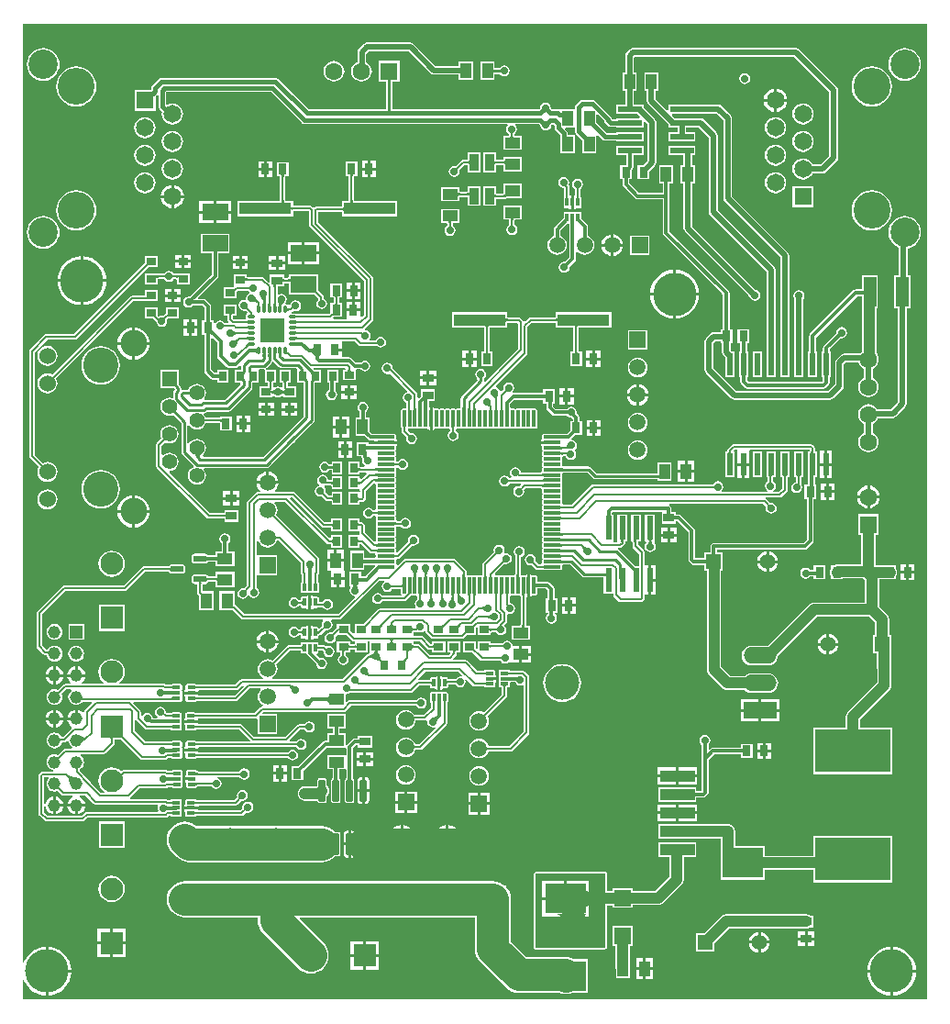
<source format=gtl>
G04*
G04 #@! TF.GenerationSoftware,Altium Limited,Altium Designer,20.0.13 (296)*
G04*
G04 Layer_Physical_Order=1*
G04 Layer_Color=255*
%FSLAX44Y44*%
%MOMM*%
G71*
G01*
G75*
%ADD11C,0.2000*%
%ADD12C,0.3000*%
%ADD13C,0.2500*%
%ADD18C,0.2540*%
%ADD20R,1.0000X0.8000*%
%ADD21R,0.8000X1.0000*%
%ADD22R,1.4000X1.1000*%
%ADD23R,1.4000X1.0000*%
%ADD24R,0.7000X0.9000*%
%ADD25R,0.9000X0.7000*%
%ADD26R,2.2000X0.6000*%
%ADD27R,1.0000X1.4000*%
G04:AMPARAMS|DCode=28|XSize=1.97mm|YSize=0.6mm|CornerRadius=0.075mm|HoleSize=0mm|Usage=FLASHONLY|Rotation=90.000|XOffset=0mm|YOffset=0mm|HoleType=Round|Shape=RoundedRectangle|*
%AMROUNDEDRECTD28*
21,1,1.9700,0.4500,0,0,90.0*
21,1,1.8200,0.6000,0,0,90.0*
1,1,0.1500,0.2250,0.9100*
1,1,0.1500,0.2250,-0.9100*
1,1,0.1500,-0.2250,-0.9100*
1,1,0.1500,-0.2250,0.9100*
%
%ADD28ROUNDEDRECTD28*%
%ADD29R,4.8000X1.1000*%
%ADD30R,2.4000X1.5000*%
G04:AMPARAMS|DCode=31|XSize=0.28mm|YSize=0.69mm|CornerRadius=0.07mm|HoleSize=0mm|Usage=FLASHONLY|Rotation=180.000|XOffset=0mm|YOffset=0mm|HoleType=Round|Shape=RoundedRectangle|*
%AMROUNDEDRECTD31*
21,1,0.2800,0.5500,0,0,180.0*
21,1,0.1400,0.6900,0,0,180.0*
1,1,0.1400,-0.0700,0.2750*
1,1,0.1400,0.0700,0.2750*
1,1,0.1400,0.0700,-0.2750*
1,1,0.1400,-0.0700,-0.2750*
%
%ADD31ROUNDEDRECTD31*%
G04:AMPARAMS|DCode=32|XSize=0.28mm|YSize=0.69mm|CornerRadius=0.07mm|HoleSize=0mm|Usage=FLASHONLY|Rotation=270.000|XOffset=0mm|YOffset=0mm|HoleType=Round|Shape=RoundedRectangle|*
%AMROUNDEDRECTD32*
21,1,0.2800,0.5500,0,0,270.0*
21,1,0.1400,0.6900,0,0,270.0*
1,1,0.1400,-0.2750,-0.0700*
1,1,0.1400,-0.2750,0.0700*
1,1,0.1400,0.2750,0.0700*
1,1,0.1400,0.2750,-0.0700*
%
%ADD32ROUNDEDRECTD32*%
%ADD33R,2.2860X2.2860*%
%ADD34R,0.6000X2.2000*%
%ADD35R,0.9000X1.5000*%
%ADD36R,1.1000X1.4000*%
G04:AMPARAMS|DCode=37|XSize=0.75mm|YSize=0.35mm|CornerRadius=0.014mm|HoleSize=0mm|Usage=FLASHONLY|Rotation=0.000|XOffset=0mm|YOffset=0mm|HoleType=Round|Shape=RoundedRectangle|*
%AMROUNDEDRECTD37*
21,1,0.7500,0.3220,0,0,0.0*
21,1,0.7220,0.3500,0,0,0.0*
1,1,0.0280,0.3610,-0.1610*
1,1,0.0280,-0.3610,-0.1610*
1,1,0.0280,-0.3610,0.1610*
1,1,0.0280,0.3610,0.1610*
%
%ADD37ROUNDEDRECTD37*%
G04:AMPARAMS|DCode=38|XSize=0.75mm|YSize=0.35mm|CornerRadius=0.014mm|HoleSize=0mm|Usage=FLASHONLY|Rotation=270.000|XOffset=0mm|YOffset=0mm|HoleType=Round|Shape=RoundedRectangle|*
%AMROUNDEDRECTD38*
21,1,0.7500,0.3220,0,0,270.0*
21,1,0.7220,0.3500,0,0,270.0*
1,1,0.0280,-0.1610,-0.3610*
1,1,0.0280,-0.1610,0.3610*
1,1,0.0280,0.1610,0.3610*
1,1,0.0280,0.1610,-0.3610*
%
%ADD38ROUNDEDRECTD38*%
%ADD39R,1.1500X2.7000*%
%ADD40R,3.2000X1.0500*%
%ADD41R,8.3000X10.4500*%
%ADD42R,3.8100X2.7940*%
%ADD43R,7.0000X4.0000*%
%ADD44R,1.5000X1.5000*%
%ADD45R,0.6000X2.0600*%
G04:AMPARAMS|DCode=46|XSize=1.56mm|YSize=0.28mm|CornerRadius=0.035mm|HoleSize=0mm|Usage=FLASHONLY|Rotation=270.000|XOffset=0mm|YOffset=0mm|HoleType=Round|Shape=RoundedRectangle|*
%AMROUNDEDRECTD46*
21,1,1.5600,0.2100,0,0,270.0*
21,1,1.4900,0.2800,0,0,270.0*
1,1,0.0700,-0.1050,-0.7450*
1,1,0.0700,-0.1050,0.7450*
1,1,0.0700,0.1050,0.7450*
1,1,0.0700,0.1050,-0.7450*
%
%ADD46ROUNDEDRECTD46*%
G04:AMPARAMS|DCode=47|XSize=1.56mm|YSize=0.28mm|CornerRadius=0.035mm|HoleSize=0mm|Usage=FLASHONLY|Rotation=0.000|XOffset=0mm|YOffset=0mm|HoleType=Round|Shape=RoundedRectangle|*
%AMROUNDEDRECTD47*
21,1,1.5600,0.2100,0,0,0.0*
21,1,1.4900,0.2800,0,0,0.0*
1,1,0.0700,0.7450,-0.1050*
1,1,0.0700,-0.7450,-0.1050*
1,1,0.0700,-0.7450,0.1050*
1,1,0.0700,0.7450,0.1050*
%
%ADD47ROUNDEDRECTD47*%
G04:AMPARAMS|DCode=48|XSize=1.23mm|YSize=0.59mm|CornerRadius=0.1475mm|HoleSize=0mm|Usage=FLASHONLY|Rotation=180.000|XOffset=0mm|YOffset=0mm|HoleType=Round|Shape=RoundedRectangle|*
%AMROUNDEDRECTD48*
21,1,1.2300,0.2950,0,0,180.0*
21,1,0.9350,0.5900,0,0,180.0*
1,1,0.2950,-0.4675,0.1475*
1,1,0.2950,0.4675,0.1475*
1,1,0.2950,0.4675,-0.1475*
1,1,0.2950,-0.4675,-0.1475*
%
%ADD48ROUNDEDRECTD48*%
%ADD107C,1.0000*%
%ADD108C,0.5000*%
%ADD109C,0.3810*%
%ADD110C,2.0000*%
%ADD111C,3.0000*%
%ADD112C,4.0000*%
%ADD113C,2.7000*%
%ADD114C,1.6500*%
%ADD115R,1.6500X1.6500*%
%ADD116C,3.4000*%
%ADD117C,3.2500*%
%ADD118C,2.4450*%
%ADD119C,1.5300*%
%ADD120C,1.3980*%
%ADD121R,1.3980X1.3980*%
%ADD122R,3.0480X1.5240*%
%ADD123O,3.0480X1.5240*%
%ADD124C,3.1750*%
%ADD125C,1.5000*%
%ADD126C,1.4000*%
%ADD127R,1.4000X1.4000*%
%ADD128C,2.1000*%
%ADD129R,2.1000X2.1000*%
%ADD130C,2.1500*%
%ADD131R,2.1500X2.1500*%
%ADD132R,2.1000X2.1000*%
%ADD133R,1.6000X1.6000*%
%ADD134C,1.6000*%
%ADD135C,1.1500*%
%ADD136R,1.1500X1.1500*%
%ADD137R,1.5000X1.5000*%
%ADD138C,0.7000*%
G36*
X838441Y3059D02*
X3059D01*
Y21206D01*
X4329Y21394D01*
X4575Y20583D01*
X6668Y16667D01*
X9485Y13235D01*
X12917Y10418D01*
X16833Y8325D01*
X21081Y7036D01*
X24230Y6726D01*
Y29250D01*
Y51774D01*
X21081Y51464D01*
X16833Y50175D01*
X12917Y48082D01*
X9485Y45265D01*
X6668Y41833D01*
X4575Y37917D01*
X4329Y37106D01*
X3059Y37294D01*
Y903441D01*
X838441D01*
X838441Y3059D01*
D02*
G37*
%LPC*%
G36*
X361250Y886078D02*
X361250Y886078D01*
X321000D01*
X321000Y886078D01*
X319439Y885768D01*
X318116Y884884D01*
X318116Y884884D01*
X313366Y880134D01*
X312482Y878811D01*
X312172Y877250D01*
X312172Y877250D01*
Y868447D01*
X311209Y868048D01*
X309224Y866525D01*
X307702Y864541D01*
X306744Y862230D01*
X306418Y859750D01*
X306744Y857270D01*
X307702Y854959D01*
X309224Y852974D01*
X311209Y851452D01*
X313520Y850495D01*
X316000Y850168D01*
X318480Y850495D01*
X320791Y851452D01*
X322775Y852974D01*
X324298Y854959D01*
X325255Y857270D01*
X325582Y859750D01*
X325255Y862230D01*
X324298Y864541D01*
X322775Y866525D01*
X320791Y868048D01*
X320328Y868240D01*
Y875561D01*
X322689Y877922D01*
X359561D01*
X379866Y857616D01*
X379866Y857616D01*
X381189Y856732D01*
X382750Y856422D01*
X382750Y856422D01*
X405750D01*
Y852000D01*
X418750D01*
Y869000D01*
X405750D01*
Y864578D01*
X384439D01*
X364134Y884884D01*
X362811Y885768D01*
X362552Y885819D01*
X361250Y886078D01*
D02*
G37*
G36*
X438750Y869000D02*
X425750D01*
Y852000D01*
X438750D01*
Y857196D01*
X443610D01*
X444145Y856395D01*
X445799Y855290D01*
X447750Y854902D01*
X449701Y855290D01*
X451355Y856395D01*
X452460Y858049D01*
X452848Y860000D01*
X452460Y861951D01*
X451355Y863605D01*
X449701Y864710D01*
X447750Y865098D01*
X445799Y864710D01*
X444145Y863605D01*
X443610Y862804D01*
X438750D01*
Y869000D01*
D02*
G37*
G36*
X817500Y881073D02*
X814559Y880783D01*
X811732Y879925D01*
X809126Y878532D01*
X806842Y876658D01*
X804968Y874374D01*
X803575Y871768D01*
X802717Y868941D01*
X802427Y866000D01*
X802717Y863059D01*
X803575Y860232D01*
X804968Y857626D01*
X806842Y855342D01*
X809126Y853468D01*
X811732Y852075D01*
X814559Y851217D01*
X817500Y850928D01*
X820441Y851217D01*
X823268Y852075D01*
X825874Y853468D01*
X828158Y855342D01*
X830032Y857626D01*
X831425Y860232D01*
X832283Y863059D01*
X832573Y866000D01*
X832283Y868941D01*
X831425Y871768D01*
X830032Y874374D01*
X828158Y876658D01*
X825874Y878532D01*
X823268Y879925D01*
X820441Y880783D01*
X817500Y881073D01*
D02*
G37*
G36*
X22000D02*
X19059Y880783D01*
X16232Y879925D01*
X13626Y878532D01*
X11342Y876658D01*
X9468Y874374D01*
X8075Y871768D01*
X7217Y868941D01*
X6927Y866000D01*
X7217Y863059D01*
X8075Y860232D01*
X9468Y857626D01*
X11342Y855342D01*
X13626Y853468D01*
X16232Y852075D01*
X19059Y851217D01*
X22000Y850928D01*
X24941Y851217D01*
X27768Y852075D01*
X30374Y853468D01*
X32658Y855342D01*
X34532Y857626D01*
X35925Y860232D01*
X36783Y863059D01*
X37073Y866000D01*
X36783Y868941D01*
X35925Y871768D01*
X34532Y874374D01*
X32658Y876658D01*
X30374Y878532D01*
X27768Y879925D01*
X24941Y880783D01*
X22000Y881073D01*
D02*
G37*
G36*
X290600Y869332D02*
X288120Y869006D01*
X285809Y868048D01*
X283825Y866525D01*
X282302Y864541D01*
X281345Y862230D01*
X281018Y859750D01*
X281345Y857270D01*
X282302Y854959D01*
X283825Y852974D01*
X285809Y851452D01*
X288120Y850495D01*
X290600Y850168D01*
X293080Y850495D01*
X295391Y851452D01*
X297375Y852974D01*
X298898Y854959D01*
X299855Y857270D01*
X300182Y859750D01*
X299855Y862230D01*
X298898Y864541D01*
X297375Y866525D01*
X295391Y868048D01*
X293080Y869006D01*
X290600Y869332D01*
D02*
G37*
G36*
X669750Y858098D02*
X667799Y857710D01*
X666145Y856605D01*
X665040Y854951D01*
X664652Y853000D01*
X665040Y851049D01*
X666145Y849395D01*
X667799Y848290D01*
X669750Y847902D01*
X671701Y848290D01*
X673355Y849395D01*
X674460Y851049D01*
X674848Y853000D01*
X674460Y854951D01*
X673355Y856605D01*
X671701Y857710D01*
X669750Y858098D01*
D02*
G37*
G36*
X699370Y843666D02*
Y834220D01*
X708816D01*
X708612Y835767D01*
X707525Y838392D01*
X705796Y840646D01*
X703542Y842375D01*
X700917Y843462D01*
X699370Y843666D01*
D02*
G37*
G36*
X696830Y843666D02*
X695283Y843462D01*
X692658Y842375D01*
X690405Y840646D01*
X688675Y838392D01*
X687588Y835767D01*
X687384Y834220D01*
X696830D01*
Y843666D01*
D02*
G37*
G36*
X787000Y864240D02*
X783373Y863882D01*
X779886Y862824D01*
X776672Y861107D01*
X773855Y858795D01*
X771543Y855978D01*
X769826Y852764D01*
X768768Y849277D01*
X768410Y845650D01*
X768768Y842023D01*
X769826Y838536D01*
X771543Y835322D01*
X773855Y832505D01*
X776672Y830193D01*
X779886Y828476D01*
X783373Y827418D01*
X787000Y827060D01*
X790627Y827418D01*
X794114Y828476D01*
X797328Y830193D01*
X800145Y832505D01*
X802457Y835322D01*
X804174Y838536D01*
X805232Y842023D01*
X805590Y845650D01*
X805232Y849277D01*
X804174Y852764D01*
X802457Y855978D01*
X800145Y858795D01*
X797328Y861107D01*
X794114Y862824D01*
X790627Y863882D01*
X787000Y864240D01*
D02*
G37*
G36*
X52500D02*
X48873Y863882D01*
X45386Y862824D01*
X42172Y861107D01*
X39355Y858795D01*
X37043Y855978D01*
X35326Y852764D01*
X34268Y849277D01*
X33911Y845650D01*
X34268Y842023D01*
X35326Y838536D01*
X37043Y835322D01*
X39355Y832505D01*
X42172Y830193D01*
X45386Y828476D01*
X48873Y827418D01*
X52500Y827060D01*
X56127Y827418D01*
X59614Y828476D01*
X62828Y830193D01*
X65645Y832505D01*
X67957Y835322D01*
X69675Y838536D01*
X70732Y842023D01*
X71090Y845650D01*
X70732Y849277D01*
X69675Y852764D01*
X67957Y855978D01*
X65645Y858795D01*
X62828Y861107D01*
X59614Y862824D01*
X56127Y863882D01*
X52500Y864240D01*
D02*
G37*
G36*
X708816Y831680D02*
X699370D01*
Y822234D01*
X700917Y822438D01*
X703542Y823525D01*
X705796Y825255D01*
X707525Y827508D01*
X708612Y830133D01*
X708816Y831680D01*
D02*
G37*
G36*
X696830D02*
X687384D01*
X687588Y830133D01*
X688675Y827508D01*
X690405Y825255D01*
X692658Y823525D01*
X695283Y822438D01*
X696830Y822234D01*
Y831680D01*
D02*
G37*
G36*
X723500Y830084D02*
X720955Y829749D01*
X718583Y828767D01*
X716546Y827204D01*
X714983Y825167D01*
X714001Y822795D01*
X713666Y820250D01*
X714001Y817705D01*
X714983Y815333D01*
X716546Y813296D01*
X718583Y811733D01*
X720955Y810751D01*
X723500Y810416D01*
X726045Y810751D01*
X728417Y811733D01*
X730454Y813296D01*
X732017Y815333D01*
X732999Y817705D01*
X733334Y820250D01*
X732999Y822795D01*
X732017Y825167D01*
X730454Y827204D01*
X728417Y828767D01*
X726045Y829749D01*
X723500Y830084D01*
D02*
G37*
G36*
X698100Y817384D02*
X695555Y817049D01*
X693183Y816067D01*
X691146Y814504D01*
X689583Y812467D01*
X688601Y810095D01*
X688266Y807550D01*
X688601Y805005D01*
X689583Y802633D01*
X691146Y800596D01*
X693183Y799033D01*
X695555Y798051D01*
X698100Y797716D01*
X700645Y798051D01*
X703017Y799033D01*
X705054Y800596D01*
X706617Y802633D01*
X707599Y805005D01*
X707934Y807550D01*
X707599Y810095D01*
X706617Y812467D01*
X705054Y814504D01*
X703017Y816067D01*
X700645Y817049D01*
X698100Y817384D01*
D02*
G37*
G36*
X116000D02*
X113455Y817049D01*
X111083Y816067D01*
X109046Y814504D01*
X107483Y812467D01*
X106501Y810095D01*
X106166Y807550D01*
X106501Y805005D01*
X107483Y802633D01*
X109046Y800596D01*
X111083Y799033D01*
X113455Y798051D01*
X116000Y797716D01*
X118545Y798051D01*
X120917Y799033D01*
X122954Y800596D01*
X124517Y802633D01*
X125499Y805005D01*
X125834Y807550D01*
X125499Y810095D01*
X124517Y812467D01*
X122954Y814504D01*
X120917Y816067D01*
X118545Y817049D01*
X116000Y817384D01*
D02*
G37*
G36*
X723500Y804684D02*
X720955Y804349D01*
X718583Y803367D01*
X716546Y801804D01*
X714983Y799767D01*
X714001Y797395D01*
X713666Y794850D01*
X714001Y792305D01*
X714983Y789933D01*
X716546Y787896D01*
X718583Y786333D01*
X720955Y785351D01*
X723500Y785016D01*
X726045Y785351D01*
X728417Y786333D01*
X730454Y787896D01*
X732017Y789933D01*
X732999Y792305D01*
X733334Y794850D01*
X732999Y797395D01*
X732017Y799767D01*
X730454Y801804D01*
X728417Y803367D01*
X726045Y804349D01*
X723500Y804684D01*
D02*
G37*
G36*
X141400D02*
X138855Y804349D01*
X136483Y803367D01*
X134446Y801804D01*
X132883Y799767D01*
X131901Y797395D01*
X131566Y794850D01*
X131901Y792305D01*
X132883Y789933D01*
X134446Y787896D01*
X136483Y786333D01*
X138855Y785351D01*
X141400Y785016D01*
X143945Y785351D01*
X146317Y786333D01*
X148354Y787896D01*
X149917Y789933D01*
X150899Y792305D01*
X151234Y794850D01*
X150899Y797395D01*
X149917Y799767D01*
X148354Y801804D01*
X146317Y803367D01*
X143945Y804349D01*
X141400Y804684D01*
D02*
G37*
G36*
X717250Y881078D02*
X717250Y881078D01*
X566429D01*
X564868Y880768D01*
X563545Y879884D01*
X563545Y879884D01*
X560616Y876955D01*
X559732Y875632D01*
X559422Y874071D01*
X559422Y874071D01*
Y858500D01*
X557000D01*
Y841500D01*
X559422D01*
Y829300D01*
X551250D01*
Y820300D01*
X570482D01*
X573009Y817773D01*
X572523Y816600D01*
X551250D01*
Y815572D01*
X547338D01*
X546879Y816031D01*
X546707Y816894D01*
X545955Y818020D01*
X531770Y832205D01*
X530644Y832957D01*
X529315Y833222D01*
X519750D01*
X518421Y832958D01*
X517295Y832205D01*
X513795Y828705D01*
X513043Y827579D01*
X512778Y826250D01*
Y825758D01*
X512750Y824500D01*
X511508Y824500D01*
X499750D01*
Y824500D01*
X498480Y824131D01*
X498291Y824258D01*
X496962Y824522D01*
X492013D01*
X490838Y825697D01*
X490848Y825750D01*
X490460Y827701D01*
X489355Y829355D01*
X487701Y830460D01*
X485750Y830848D01*
X483799Y830460D01*
X482145Y829355D01*
X481040Y827701D01*
X480652Y825750D01*
X480704Y825489D01*
X479737Y824522D01*
X344204D01*
Y850250D01*
X350900D01*
Y869250D01*
X331900D01*
Y850250D01*
X338596D01*
Y824522D01*
X267152D01*
X238882Y852791D01*
X237756Y853544D01*
X236427Y853808D01*
X131433D01*
X130105Y853544D01*
X128978Y852791D01*
X123027Y846840D01*
X122274Y845713D01*
X122010Y844385D01*
Y842965D01*
X121745Y842700D01*
X106250D01*
Y823200D01*
X125750D01*
Y836886D01*
X127090Y838225D01*
X128360Y837699D01*
Y827275D01*
X128624Y825946D01*
X129377Y824820D01*
X131843Y822354D01*
X131566Y820250D01*
X131901Y817705D01*
X132883Y815333D01*
X134446Y813296D01*
X136483Y811733D01*
X138855Y810751D01*
X141400Y810416D01*
X143945Y810751D01*
X146317Y811733D01*
X148354Y813296D01*
X149917Y815333D01*
X150899Y817705D01*
X151234Y820250D01*
X150899Y822795D01*
X149917Y825167D01*
X148354Y827204D01*
X146317Y828767D01*
X143945Y829749D01*
X141400Y830084D01*
X138855Y829749D01*
X136483Y828767D01*
X135303Y829462D01*
Y840316D01*
X135501Y840515D01*
X232359D01*
X260629Y812245D01*
X261755Y811493D01*
X263083Y811228D01*
X450665D01*
X451050Y809958D01*
X450895Y809855D01*
X449790Y808201D01*
X449402Y806250D01*
X449790Y804299D01*
X450895Y802645D01*
X451951Y801940D01*
Y800928D01*
X451877Y800762D01*
X451868Y800425D01*
X451853Y800250D01*
X447000D01*
Y787250D01*
X464000D01*
Y800250D01*
X457147D01*
X457132Y800425D01*
X457123Y800762D01*
X457049Y800928D01*
Y801940D01*
X458105Y802645D01*
X459210Y804299D01*
X459598Y806250D01*
X459210Y808201D01*
X458105Y809855D01*
X457950Y809958D01*
X458335Y811228D01*
X479737D01*
X480913Y810053D01*
X480902Y810000D01*
X481290Y808049D01*
X482395Y806395D01*
X484049Y805290D01*
X486000Y804902D01*
X487951Y805290D01*
X489605Y806395D01*
X490710Y808049D01*
X491098Y810000D01*
X491046Y810261D01*
X492013Y811228D01*
X492894D01*
X494295Y809827D01*
Y807668D01*
X494559Y806339D01*
X495312Y805213D01*
X499683Y800842D01*
Y795595D01*
X499750Y795259D01*
Y784000D01*
X512750D01*
Y801000D01*
X506627D01*
Y802280D01*
X506362Y803608D01*
X505610Y804734D01*
X504018Y806327D01*
X504504Y807500D01*
X512750Y807500D01*
X512778Y806242D01*
Y804500D01*
X513043Y803171D01*
X513795Y802045D01*
X519750Y796090D01*
Y784000D01*
X532750D01*
Y799748D01*
X532750Y800107D01*
X533875Y801144D01*
X534207Y801134D01*
X538395Y796945D01*
X539521Y796193D01*
X540850Y795928D01*
X551250D01*
Y794900D01*
X576250D01*
Y803900D01*
X551250D01*
Y802872D01*
X542288D01*
X532750Y812410D01*
Y819746D01*
X533923Y820232D01*
X540121Y814035D01*
X540293Y813171D01*
X541045Y812045D01*
X543445Y809645D01*
X544571Y808893D01*
X545900Y808628D01*
X551250D01*
Y807600D01*
X576250D01*
Y812873D01*
X577423Y813359D01*
X579922Y810861D01*
Y776939D01*
X575982Y773000D01*
X570750D01*
Y760000D01*
X581750D01*
Y767232D01*
X586884Y772366D01*
X587768Y773689D01*
X588078Y775250D01*
X588078Y775250D01*
Y812550D01*
X588078Y812550D01*
X587768Y814111D01*
X586884Y815434D01*
X586884Y815434D01*
X576250Y826068D01*
Y829300D01*
X567578D01*
Y841500D01*
X570000D01*
Y858500D01*
X567578D01*
Y872382D01*
X568118Y872922D01*
X715561D01*
X747922Y840561D01*
Y781439D01*
X740011Y773528D01*
X732364D01*
X732017Y774367D01*
X730454Y776404D01*
X728417Y777967D01*
X726045Y778949D01*
X723500Y779284D01*
X720955Y778949D01*
X718583Y777967D01*
X716546Y776404D01*
X714983Y774367D01*
X714001Y771995D01*
X713666Y769450D01*
X714001Y766905D01*
X714983Y764533D01*
X716546Y762496D01*
X718583Y760933D01*
X720955Y759951D01*
X723500Y759616D01*
X726045Y759951D01*
X728417Y760933D01*
X730454Y762496D01*
X732017Y764533D01*
X732364Y765372D01*
X741700D01*
X741700Y765372D01*
X743261Y765682D01*
X744584Y766566D01*
X754884Y776866D01*
X754884Y776866D01*
X755768Y778189D01*
X756078Y779750D01*
Y842250D01*
X756078Y842250D01*
X755768Y843811D01*
X754884Y845134D01*
X754884Y845134D01*
X720134Y879884D01*
X718811Y880768D01*
X718552Y880819D01*
X717250Y881078D01*
D02*
G37*
G36*
X698100Y791984D02*
X695555Y791649D01*
X693183Y790667D01*
X691146Y789104D01*
X689583Y787067D01*
X688601Y784695D01*
X688266Y782150D01*
X688601Y779605D01*
X689583Y777233D01*
X691146Y775196D01*
X693183Y773633D01*
X695555Y772651D01*
X698100Y772316D01*
X700645Y772651D01*
X703017Y773633D01*
X705054Y775196D01*
X706617Y777233D01*
X707599Y779605D01*
X707934Y782150D01*
X707599Y784695D01*
X706617Y787067D01*
X705054Y789104D01*
X703017Y790667D01*
X700645Y791649D01*
X698100Y791984D01*
D02*
G37*
G36*
X116000D02*
X113455Y791649D01*
X111083Y790667D01*
X109046Y789104D01*
X107483Y787067D01*
X106501Y784695D01*
X106166Y782150D01*
X106501Y779605D01*
X107483Y777233D01*
X109046Y775196D01*
X111083Y773633D01*
X113455Y772651D01*
X116000Y772316D01*
X118545Y772651D01*
X120917Y773633D01*
X122954Y775196D01*
X124517Y777233D01*
X125499Y779605D01*
X125834Y782150D01*
X125499Y784695D01*
X124517Y787067D01*
X122954Y789104D01*
X120917Y790667D01*
X118545Y791649D01*
X116000Y791984D01*
D02*
G37*
G36*
X329290Y777040D02*
X324020D01*
Y770770D01*
X329290D01*
Y777040D01*
D02*
G37*
G36*
X321480D02*
X316210D01*
Y770770D01*
X321480D01*
Y777040D01*
D02*
G37*
G36*
X233790Y776790D02*
X228520D01*
Y770520D01*
X233790D01*
Y776790D01*
D02*
G37*
G36*
X225980D02*
X220710D01*
Y770520D01*
X225980D01*
Y776790D01*
D02*
G37*
G36*
X440000Y784500D02*
X428000D01*
Y766500D01*
X440000D01*
Y772853D01*
X440175Y772868D01*
X440512Y772877D01*
X440678Y772951D01*
X446321D01*
X446488Y772877D01*
X446818Y772868D01*
X447000Y772852D01*
Y767250D01*
X464000D01*
Y780250D01*
X447000D01*
Y778148D01*
X446818Y778132D01*
X446488Y778123D01*
X446321Y778049D01*
X440678D01*
X440512Y778123D01*
X440175Y778132D01*
X440000Y778147D01*
Y784500D01*
D02*
G37*
G36*
X426000D02*
X414000D01*
Y778147D01*
X413825Y778132D01*
X413488Y778123D01*
X413322Y778049D01*
X409750D01*
X408774Y777855D01*
X407948Y777302D01*
X402746Y772100D01*
X401500Y772348D01*
X399549Y771960D01*
X397895Y770855D01*
X396790Y769201D01*
X396402Y767250D01*
X396790Y765299D01*
X397895Y763645D01*
X399549Y762540D01*
X401500Y762152D01*
X403451Y762540D01*
X405105Y763645D01*
X406210Y765299D01*
X406598Y767250D01*
X406350Y768495D01*
X410806Y772951D01*
X413322D01*
X413488Y772877D01*
X413825Y772868D01*
X414000Y772853D01*
Y766500D01*
X426000D01*
Y784500D01*
D02*
G37*
G36*
X329290Y768230D02*
X324020D01*
Y761960D01*
X329290D01*
Y768230D01*
D02*
G37*
G36*
X321480D02*
X316210D01*
Y761960D01*
X321480D01*
Y768230D01*
D02*
G37*
G36*
X233790Y767980D02*
X228520D01*
Y761710D01*
X233790D01*
Y767980D01*
D02*
G37*
G36*
X225980D02*
X220710D01*
Y761710D01*
X225980D01*
Y767980D01*
D02*
G37*
G36*
X141400Y779284D02*
X138855Y778949D01*
X136483Y777967D01*
X134446Y776404D01*
X132883Y774367D01*
X131901Y771995D01*
X131566Y769450D01*
X131901Y766905D01*
X132883Y764533D01*
X134446Y762496D01*
X136483Y760933D01*
X138855Y759951D01*
X141400Y759616D01*
X143945Y759951D01*
X146317Y760933D01*
X148354Y762496D01*
X149917Y764533D01*
X150899Y766905D01*
X151234Y769450D01*
X150899Y771995D01*
X149917Y774367D01*
X148354Y776404D01*
X146317Y777967D01*
X143945Y778949D01*
X141400Y779284D01*
D02*
G37*
G36*
X426000Y753500D02*
X414000D01*
Y748897D01*
X413825Y748882D01*
X413488Y748873D01*
X413322Y748799D01*
X407179D01*
X407012Y748873D01*
X406682Y748882D01*
X406500Y748898D01*
Y752750D01*
X389500D01*
Y739750D01*
X406500D01*
Y743602D01*
X406682Y743618D01*
X407012Y743627D01*
X407179Y743701D01*
X413322D01*
X413488Y743627D01*
X413825Y743618D01*
X414000Y743603D01*
Y735500D01*
X426000D01*
Y753500D01*
D02*
G37*
G36*
X464000Y755750D02*
X447000D01*
Y747147D01*
X446822Y747132D01*
X446488Y747123D01*
X446322Y747049D01*
X440678D01*
X440512Y747123D01*
X440175Y747132D01*
X440000Y747147D01*
Y753500D01*
X428000D01*
Y735500D01*
X440000D01*
Y741853D01*
X440175Y741868D01*
X440512Y741877D01*
X440678Y741951D01*
X446350D01*
X446530Y741876D01*
X446547Y741883D01*
X446564Y741877D01*
X446944Y741885D01*
X446982Y741901D01*
X447022Y741888D01*
X447362Y741911D01*
X447409Y741935D01*
X447460Y741921D01*
X447689Y741951D01*
X448750D01*
X449725Y742145D01*
X450552Y742698D01*
X450605Y742750D01*
X464000D01*
Y755750D01*
D02*
G37*
G36*
X698100Y766584D02*
X695555Y766249D01*
X693183Y765267D01*
X691146Y763704D01*
X689583Y761667D01*
X688601Y759295D01*
X688266Y756750D01*
X688601Y754205D01*
X689583Y751833D01*
X691146Y749796D01*
X693183Y748233D01*
X695555Y747251D01*
X698100Y746916D01*
X700645Y747251D01*
X703017Y748233D01*
X705054Y749796D01*
X706617Y751833D01*
X707599Y754205D01*
X707934Y756750D01*
X707599Y759295D01*
X706617Y761667D01*
X705054Y763704D01*
X703017Y765267D01*
X700645Y766249D01*
X698100Y766584D01*
D02*
G37*
G36*
X116000D02*
X113455Y766249D01*
X111083Y765267D01*
X109046Y763704D01*
X107483Y761667D01*
X106501Y759295D01*
X106166Y756750D01*
X106501Y754205D01*
X107483Y751833D01*
X109046Y749796D01*
X111083Y748233D01*
X113455Y747251D01*
X116000Y746916D01*
X118545Y747251D01*
X120917Y748233D01*
X122954Y749796D01*
X124517Y751833D01*
X125499Y754205D01*
X125834Y756750D01*
X125499Y759295D01*
X124517Y761667D01*
X122954Y763704D01*
X120917Y765267D01*
X118545Y766249D01*
X116000Y766584D01*
D02*
G37*
G36*
X142670Y754766D02*
Y745320D01*
X152116D01*
X151912Y746867D01*
X150825Y749492D01*
X149095Y751746D01*
X146842Y753475D01*
X144217Y754562D01*
X142670Y754766D01*
D02*
G37*
G36*
X140130D02*
X138583Y754562D01*
X135958Y753475D01*
X133705Y751746D01*
X131975Y749492D01*
X130888Y746867D01*
X130684Y745320D01*
X140130D01*
Y754766D01*
D02*
G37*
G36*
X733250Y753800D02*
X713750D01*
Y734300D01*
X733250D01*
Y753800D01*
D02*
G37*
G36*
X312250Y776000D02*
X301250D01*
Y763000D01*
X304103D01*
X304118Y762825D01*
X304127Y762488D01*
X304201Y762322D01*
Y740678D01*
X304127Y740512D01*
X304118Y740175D01*
X304103Y740000D01*
X297750D01*
Y735147D01*
X297575Y735132D01*
X297238Y735123D01*
X297072Y735049D01*
X274672D01*
X273696Y734855D01*
X272869Y734302D01*
X272639Y734073D01*
X270977Y734206D01*
X270381Y734802D01*
X269554Y735355D01*
X268578Y735549D01*
X253428D01*
X253262Y735623D01*
X252925Y735632D01*
X252750Y735647D01*
Y740000D01*
X245897D01*
X245882Y740175D01*
X245873Y740512D01*
X245799Y740678D01*
Y762072D01*
X245873Y762238D01*
X245882Y762568D01*
X245898Y762750D01*
X248750D01*
Y775750D01*
X237750D01*
Y762750D01*
X240602D01*
X240618Y762568D01*
X240627Y762238D01*
X240701Y762072D01*
Y740678D01*
X240627Y740512D01*
X240618Y740175D01*
X240603Y740000D01*
X201750D01*
Y726000D01*
X252750D01*
Y730353D01*
X252925Y730368D01*
X253262Y730377D01*
X253428Y730451D01*
X267201D01*
Y718000D01*
X267395Y717025D01*
X267948Y716198D01*
X317951Y666194D01*
Y634556D01*
X316310Y632915D01*
X315040Y633441D01*
Y638230D01*
X301960D01*
Y632069D01*
X301960Y631960D01*
X301697Y630799D01*
X290200D01*
X289674Y632069D01*
X290605Y633000D01*
X298000D01*
Y646000D01*
X295397D01*
X295382Y646175D01*
X295373Y646512D01*
X295299Y646678D01*
Y650071D01*
X295373Y650238D01*
X295382Y650568D01*
X295398Y650750D01*
X298250D01*
Y663750D01*
X287250D01*
Y650750D01*
X290102D01*
X290118Y650568D01*
X290127Y650238D01*
X290201Y650071D01*
Y646678D01*
X290127Y646512D01*
X290118Y646175D01*
X290103Y646000D01*
X287000D01*
Y636605D01*
X286194Y635799D01*
X256143D01*
X255808Y636022D01*
X254950Y636193D01*
X251513D01*
X251329Y636742D01*
X251302Y637463D01*
X251952Y637898D01*
X252777Y638722D01*
X253049Y638540D01*
X255000Y638152D01*
X256951Y638540D01*
X258605Y639645D01*
X259710Y641299D01*
X260098Y643250D01*
X259710Y645201D01*
X258605Y646855D01*
X256951Y647960D01*
X255000Y648348D01*
X253049Y647960D01*
X251395Y646855D01*
X250290Y645201D01*
X250096Y644224D01*
X249563Y643860D01*
X248036Y644036D01*
X247308Y644522D01*
X246450Y644693D01*
X246374D01*
X246276Y644763D01*
X245734Y645963D01*
X246460Y647049D01*
X246848Y649000D01*
X246460Y650951D01*
X245355Y652605D01*
X243701Y653710D01*
X241750Y654098D01*
X239799Y653710D01*
X239419Y653456D01*
X238299Y654055D01*
Y660572D01*
X238373Y660738D01*
X238382Y661075D01*
X238397Y661250D01*
X244500D01*
Y664102D01*
X244682Y664118D01*
X245012Y664127D01*
X245179Y664201D01*
X248072D01*
X248238Y664127D01*
X248575Y664118D01*
X248750Y664103D01*
Y654000D01*
X272145D01*
X275744Y650401D01*
Y648921D01*
X275645Y648855D01*
X274540Y647201D01*
X274152Y645250D01*
X274540Y643299D01*
X275645Y641645D01*
X277299Y640540D01*
X279250Y640152D01*
X281201Y640540D01*
X282855Y641645D01*
X283960Y643299D01*
X284348Y645250D01*
X283960Y647201D01*
X282855Y648855D01*
X281201Y649960D01*
X280842Y650031D01*
Y651457D01*
X280648Y652432D01*
X280096Y653259D01*
X275750Y657605D01*
Y672000D01*
X248750D01*
Y669397D01*
X248575Y669382D01*
X248238Y669373D01*
X248072Y669299D01*
X245179D01*
X245012Y669373D01*
X244682Y669382D01*
X244500Y669398D01*
Y672250D01*
X231500D01*
Y665514D01*
X230327Y665028D01*
X226052Y669302D01*
X225226Y669855D01*
X224250Y670049D01*
X210678D01*
X210512Y670123D01*
X210175Y670132D01*
X210000Y670147D01*
Y672500D01*
X198000D01*
Y662500D01*
X198000D01*
X198338Y661458D01*
X197431Y660500D01*
X188750D01*
Y650500D01*
X200750D01*
Y656395D01*
X201306Y656951D01*
X211762D01*
X212568Y655941D01*
X212562Y655532D01*
X212341Y654571D01*
X210895Y653605D01*
X209790Y651951D01*
X209402Y650000D01*
X209451Y649755D01*
X208371Y648675D01*
X207500Y648848D01*
X205549Y648460D01*
X203895Y647355D01*
X202790Y645701D01*
X202402Y643750D01*
X202790Y641799D01*
X203895Y640145D01*
X205549Y639040D01*
X207500Y638652D01*
X208745Y638900D01*
X210471Y637175D01*
X210173Y635676D01*
X209964Y635536D01*
X209478Y634808D01*
X209307Y633950D01*
Y632550D01*
X209385Y632159D01*
X209364Y631982D01*
X209121Y631360D01*
X209081Y631311D01*
X208547Y630799D01*
X198056D01*
X197299Y631556D01*
Y633821D01*
X197373Y633988D01*
X197382Y634318D01*
X197398Y634500D01*
X200750D01*
Y644500D01*
X188750D01*
Y634500D01*
X192102D01*
X192118Y634318D01*
X192127Y633988D01*
X192201Y633821D01*
Y630500D01*
X192395Y629524D01*
X192948Y628698D01*
X193173Y628472D01*
X192687Y627299D01*
X189560D01*
X188855Y628355D01*
X187201Y629460D01*
X185250Y629848D01*
X183299Y629460D01*
X181645Y628355D01*
X180770Y627045D01*
X179500Y627430D01*
Y629750D01*
X177059D01*
Y642750D01*
X177059Y642750D01*
X176826Y643921D01*
X176163Y644913D01*
X176163Y644913D01*
X172413Y648663D01*
X171420Y649326D01*
X170250Y649559D01*
X170250Y649559D01*
X165419D01*
X164933Y650732D01*
X182913Y668712D01*
X182913Y668712D01*
X183576Y669705D01*
X183809Y670875D01*
Y691750D01*
X194250D01*
Y709750D01*
X167250D01*
Y691750D01*
X177691D01*
Y672142D01*
X157019Y651470D01*
X156375Y651598D01*
X154424Y651210D01*
X152770Y650105D01*
X151665Y648451D01*
X151277Y646500D01*
X151665Y644549D01*
X152770Y642895D01*
X154424Y641790D01*
X156375Y641402D01*
X158326Y641790D01*
X159980Y642895D01*
X160345Y643441D01*
X168983D01*
X170941Y641483D01*
Y629750D01*
X168500D01*
Y616750D01*
X170941D01*
Y583250D01*
X170941Y583250D01*
X171174Y582080D01*
X171837Y581087D01*
X176837Y576087D01*
X177829Y575424D01*
X179000Y575191D01*
X179000Y575191D01*
X182750D01*
Y572250D01*
X192750D01*
Y584250D01*
X182750D01*
Y581309D01*
X180267D01*
X177059Y584517D01*
Y613206D01*
X178232Y613692D01*
X182941Y608983D01*
Y596750D01*
X182941Y596750D01*
X183174Y595579D01*
X183837Y594587D01*
X191587Y586837D01*
X192579Y586174D01*
X193750Y585941D01*
X193750Y585941D01*
X199500D01*
X199500Y585941D01*
X200671Y586174D01*
X201663Y586837D01*
X203281Y588455D01*
X204551Y587929D01*
Y584250D01*
X198750D01*
Y572250D01*
X204113D01*
X204370Y570980D01*
X189694Y556304D01*
X171217D01*
X170591Y557574D01*
X171316Y558518D01*
X172171Y560584D01*
X172463Y562800D01*
X172171Y565016D01*
X171316Y567082D01*
X169955Y568855D01*
X168182Y570216D01*
X166116Y571072D01*
X163900Y571363D01*
X161684Y571072D01*
X159618Y570216D01*
X157845Y568855D01*
X156484Y567082D01*
X155872Y565604D01*
X150938D01*
X150787Y565574D01*
X149517Y566569D01*
Y567286D01*
X149304Y568359D01*
X148696Y569269D01*
X146990Y570975D01*
Y583990D01*
X130010D01*
Y567010D01*
X143025D01*
X143910Y566125D01*
Y566101D01*
X142991Y565182D01*
X142383Y564272D01*
X142170Y563200D01*
Y558912D01*
X141114Y558207D01*
X140716Y558372D01*
X138500Y558663D01*
X136284Y558372D01*
X134218Y557516D01*
X132445Y556155D01*
X131084Y554382D01*
X130229Y552316D01*
X129937Y550100D01*
X130229Y547884D01*
X131084Y545818D01*
X132445Y544045D01*
X134218Y542684D01*
X136284Y541829D01*
X138500Y541537D01*
X140716Y541829D01*
X142194Y542441D01*
X149699Y534935D01*
Y508147D01*
X149913Y507074D01*
X150521Y506164D01*
X160803Y495882D01*
X160505Y494383D01*
X159618Y494016D01*
X157845Y492655D01*
X156484Y490882D01*
X155628Y488816D01*
X155337Y486600D01*
X155628Y484384D01*
X156484Y482318D01*
X157845Y480545D01*
X159618Y479184D01*
X161684Y478329D01*
X163900Y478037D01*
X166116Y478329D01*
X168182Y479184D01*
X169955Y480545D01*
X171316Y482318D01*
X172171Y484384D01*
X172463Y486600D01*
X172171Y488816D01*
X171316Y490882D01*
X170353Y492136D01*
X170980Y493406D01*
X228338D01*
X229411Y493620D01*
X230320Y494227D01*
X252765Y516672D01*
X252765Y516672D01*
X254546Y518453D01*
X254547Y518453D01*
X271878Y535785D01*
X272486Y536694D01*
X272699Y537767D01*
Y572250D01*
X278500D01*
Y584250D01*
X272868D01*
X272698Y584310D01*
X272571Y584250D01*
X272560D01*
X272425Y584273D01*
X272392Y584250D01*
X272106D01*
X271369Y585041D01*
X271858Y586201D01*
X300293D01*
X300989Y584931D01*
X300714Y584500D01*
X298500D01*
Y574500D01*
X310500D01*
Y584215D01*
X310500D01*
X310500D01*
X311661Y584687D01*
X311691Y584691D01*
X315030D01*
X315395Y584145D01*
X317049Y583040D01*
X319000Y582652D01*
X320951Y583040D01*
X322605Y584145D01*
X323710Y585799D01*
X324098Y587750D01*
X323710Y589701D01*
X322605Y591355D01*
X320951Y592460D01*
X319000Y592848D01*
X317049Y592460D01*
X315395Y591355D01*
X315030Y590809D01*
X310674D01*
X306570Y594913D01*
X305577Y595576D01*
X304407Y595809D01*
X304407Y595809D01*
X297790D01*
Y601230D01*
X291250D01*
Y603770D01*
X297790D01*
Y610040D01*
X298786Y610701D01*
X309444D01*
X313198Y606948D01*
X314025Y606395D01*
X315000Y606201D01*
X329828D01*
X329855Y606206D01*
X329895Y606145D01*
X331549Y605040D01*
X333500Y604652D01*
X335451Y605040D01*
X337105Y606145D01*
X338210Y607799D01*
X338598Y609750D01*
X338210Y611701D01*
X337105Y613355D01*
X335451Y614460D01*
X333500Y614848D01*
X331549Y614460D01*
X329895Y613355D01*
X328790Y611701D01*
X328710Y611299D01*
X323700D01*
X323138Y612569D01*
X323960Y613799D01*
X324348Y615750D01*
X323960Y617701D01*
X322855Y619355D01*
X321201Y620460D01*
X319457Y620807D01*
X319096Y621451D01*
X318935Y622080D01*
X325802Y628948D01*
X326355Y629775D01*
X326549Y630750D01*
Y668700D01*
X326355Y669675D01*
X325802Y670502D01*
X276049Y720256D01*
Y729951D01*
X297072D01*
X297238Y729877D01*
X297575Y729868D01*
X297750Y729853D01*
Y726000D01*
X348750D01*
Y740000D01*
X309397D01*
X309382Y740175D01*
X309373Y740512D01*
X309299Y740678D01*
Y762322D01*
X309373Y762488D01*
X309382Y762825D01*
X309397Y763000D01*
X312250D01*
Y776000D01*
D02*
G37*
G36*
X140130Y742780D02*
X130684D01*
X130888Y741233D01*
X131975Y738608D01*
X133705Y736355D01*
X135958Y734625D01*
X138583Y733538D01*
X140130Y733334D01*
Y742780D01*
D02*
G37*
G36*
X152116D02*
X142670D01*
Y733334D01*
X144217Y733538D01*
X146842Y734625D01*
X149095Y736355D01*
X150825Y738608D01*
X151912Y741233D01*
X152116Y742780D01*
D02*
G37*
G36*
X515500Y760598D02*
X513549Y760210D01*
X511895Y759105D01*
X510790Y757451D01*
X510402Y755500D01*
X510790Y753549D01*
X511895Y751895D01*
X513076Y751106D01*
Y745680D01*
X512360Y745092D01*
X512020D01*
Y738750D01*
Y732408D01*
X512360D01*
X513406Y732616D01*
X514292Y733208D01*
X514466Y733468D01*
X517360D01*
X518000Y733595D01*
X518542Y733958D01*
X518905Y734500D01*
X519032Y735140D01*
Y742360D01*
X518905Y743000D01*
X518542Y743542D01*
X518174Y743789D01*
Y751273D01*
X519105Y751895D01*
X520210Y753549D01*
X520598Y755500D01*
X520210Y757451D01*
X519105Y759105D01*
X517451Y760210D01*
X515500Y760598D01*
D02*
G37*
G36*
X502500Y762098D02*
X500549Y761710D01*
X498895Y760605D01*
X497790Y758951D01*
X497402Y757000D01*
X497790Y755049D01*
X498895Y753395D01*
X500549Y752290D01*
X502500Y751902D01*
X503201Y750904D01*
Y743705D01*
X502958Y743542D01*
X502595Y743000D01*
X502468Y742360D01*
Y735140D01*
X502595Y734500D01*
X502958Y733958D01*
X503500Y733595D01*
X504140Y733468D01*
X507034D01*
X507208Y733208D01*
X508094Y732616D01*
X509140Y732408D01*
X509480D01*
Y738750D01*
Y745092D01*
X509140D01*
X508299Y745783D01*
Y752397D01*
X508105Y753372D01*
X507552Y754199D01*
X507007Y754745D01*
X507210Y755049D01*
X507598Y757000D01*
X507210Y758951D01*
X506105Y760605D01*
X504451Y761710D01*
X502500Y762098D01*
D02*
G37*
G36*
X195290Y739790D02*
X182020D01*
Y731020D01*
X195290D01*
Y739790D01*
D02*
G37*
G36*
X179480D02*
X166210D01*
Y731020D01*
X179480D01*
Y739790D01*
D02*
G37*
G36*
X517360Y730232D02*
X514140D01*
X513500Y730105D01*
X513250Y729938D01*
X513000Y730105D01*
X512360Y730232D01*
X509140D01*
X508500Y730105D01*
X508250Y729938D01*
X508000Y730105D01*
X507360Y730232D01*
X504140D01*
X503500Y730105D01*
X502958Y729742D01*
X502595Y729200D01*
X502468Y728560D01*
Y723994D01*
X494437Y715963D01*
X493774Y714970D01*
X493541Y713800D01*
X493541Y713800D01*
Y707725D01*
X492061Y707112D01*
X490181Y705669D01*
X488739Y703789D01*
X487832Y701600D01*
X487522Y699250D01*
X487832Y696900D01*
X488739Y694711D01*
X490181Y692831D01*
X492061Y691389D01*
X494250Y690482D01*
X496600Y690172D01*
X498950Y690482D01*
X501139Y691389D01*
X503019Y692831D01*
X504461Y694711D01*
X505368Y696900D01*
X505678Y699250D01*
X505368Y701600D01*
X504461Y703789D01*
X503019Y705669D01*
X501139Y707112D01*
X499659Y707725D01*
Y712533D01*
X506322Y719196D01*
X507556Y718754D01*
X507626Y718426D01*
X507626Y718216D01*
X507691Y718061D01*
Y687767D01*
X503644Y683720D01*
X503000Y683848D01*
X501049Y683460D01*
X499395Y682355D01*
X498290Y680701D01*
X497902Y678750D01*
X498290Y676799D01*
X499395Y675145D01*
X501049Y674040D01*
X503000Y673652D01*
X504951Y674040D01*
X506605Y675145D01*
X507710Y676799D01*
X508098Y678750D01*
X507970Y679394D01*
X512913Y684337D01*
X513576Y685330D01*
X513809Y686500D01*
X513809Y686500D01*
Y693055D01*
X515079Y693486D01*
X515581Y692831D01*
X517461Y691389D01*
X519650Y690482D01*
X522000Y690172D01*
X524350Y690482D01*
X526539Y691389D01*
X528419Y692831D01*
X529861Y694711D01*
X530768Y696900D01*
X531078Y699250D01*
X530768Y701600D01*
X529861Y703789D01*
X528419Y705669D01*
X526539Y707112D01*
X525059Y707725D01*
Y716700D01*
X525059Y716700D01*
X524826Y717870D01*
X524163Y718863D01*
X524163Y718863D01*
X519032Y723994D01*
Y728560D01*
X518905Y729200D01*
X518542Y729742D01*
X518000Y730105D01*
X517360Y730232D01*
D02*
G37*
G36*
X195290Y728480D02*
X182020D01*
Y719710D01*
X195290D01*
Y728480D01*
D02*
G37*
G36*
X179480D02*
X166210D01*
Y719710D01*
X179480D01*
Y728480D01*
D02*
G37*
G36*
X787000Y749939D02*
X783373Y749582D01*
X779886Y748524D01*
X776672Y746807D01*
X773855Y744495D01*
X771543Y741678D01*
X769826Y738464D01*
X768768Y734977D01*
X768410Y731350D01*
X768768Y727723D01*
X769826Y724236D01*
X771543Y721022D01*
X773855Y718205D01*
X776672Y715893D01*
X779886Y714176D01*
X783373Y713118D01*
X787000Y712760D01*
X790627Y713118D01*
X794114Y714176D01*
X797328Y715893D01*
X800145Y718205D01*
X802457Y721022D01*
X804174Y724236D01*
X805232Y727723D01*
X805590Y731350D01*
X805232Y734977D01*
X804174Y738464D01*
X802457Y741678D01*
X800145Y744495D01*
X797328Y746807D01*
X794114Y748524D01*
X790627Y749582D01*
X787000Y749939D01*
D02*
G37*
G36*
X52500D02*
X48873Y749582D01*
X45386Y748524D01*
X42172Y746807D01*
X39355Y744495D01*
X37043Y741678D01*
X35326Y738464D01*
X34268Y734977D01*
X33911Y731350D01*
X34268Y727723D01*
X35326Y724236D01*
X37043Y721022D01*
X39355Y718205D01*
X42172Y715893D01*
X45386Y714176D01*
X48873Y713118D01*
X52500Y712760D01*
X56127Y713118D01*
X59614Y714176D01*
X62828Y715893D01*
X65645Y718205D01*
X67957Y721022D01*
X69675Y724236D01*
X70732Y727723D01*
X71090Y731350D01*
X70732Y734977D01*
X69675Y738464D01*
X67957Y741678D01*
X65645Y744495D01*
X62828Y746807D01*
X59614Y748524D01*
X56127Y749582D01*
X52500Y749939D01*
D02*
G37*
G36*
X464000Y735750D02*
X447000D01*
Y722750D01*
X452353D01*
X452368Y722575D01*
X452377Y722238D01*
X452451Y722072D01*
Y717810D01*
X451395Y717105D01*
X450290Y715451D01*
X449902Y713500D01*
X450290Y711549D01*
X451395Y709895D01*
X453049Y708790D01*
X455000Y708402D01*
X456951Y708790D01*
X458605Y709895D01*
X459710Y711549D01*
X460098Y713500D01*
X459710Y715451D01*
X458605Y717105D01*
X457549Y717810D01*
Y722072D01*
X457623Y722238D01*
X457632Y722575D01*
X457647Y722750D01*
X464000D01*
Y735750D01*
D02*
G37*
G36*
X406500Y732750D02*
X389500D01*
Y719750D01*
X394853D01*
X394868Y719575D01*
X394877Y719238D01*
X394951Y719072D01*
Y717060D01*
X393895Y716355D01*
X392790Y714701D01*
X392402Y712750D01*
X392790Y710799D01*
X393895Y709145D01*
X395549Y708040D01*
X397500Y707652D01*
X399451Y708040D01*
X401105Y709145D01*
X402210Y710799D01*
X402598Y712750D01*
X402210Y714701D01*
X401105Y716355D01*
X400049Y717060D01*
Y719072D01*
X400123Y719238D01*
X400132Y719575D01*
X400147Y719750D01*
X406500D01*
Y732750D01*
D02*
G37*
G36*
X548670Y709209D02*
Y700520D01*
X557359D01*
X557182Y701871D01*
X556170Y704313D01*
X554561Y706411D01*
X552463Y708020D01*
X550021Y709032D01*
X548670Y709209D01*
D02*
G37*
G36*
X546130D02*
X544779Y709032D01*
X542337Y708020D01*
X540239Y706411D01*
X538630Y704313D01*
X537618Y701871D01*
X537441Y700520D01*
X546130D01*
Y709209D01*
D02*
G37*
G36*
X22000Y726073D02*
X19059Y725783D01*
X16232Y724925D01*
X13626Y723532D01*
X11342Y721658D01*
X9468Y719374D01*
X8075Y716768D01*
X7217Y713941D01*
X6927Y711000D01*
X7217Y708059D01*
X8075Y705232D01*
X9468Y702626D01*
X11342Y700342D01*
X13626Y698468D01*
X16232Y697075D01*
X19059Y696217D01*
X22000Y695928D01*
X24941Y696217D01*
X27768Y697075D01*
X30374Y698468D01*
X32658Y700342D01*
X34532Y702626D01*
X35925Y705232D01*
X36783Y708059D01*
X37073Y711000D01*
X36783Y713941D01*
X35925Y716768D01*
X34532Y719374D01*
X32658Y721658D01*
X30374Y723532D01*
X27768Y724925D01*
X24941Y725783D01*
X22000Y726073D01*
D02*
G37*
G36*
X276790Y702040D02*
X263520D01*
Y693270D01*
X276790D01*
Y702040D01*
D02*
G37*
G36*
X260980D02*
X247710D01*
Y693270D01*
X260980D01*
Y702040D01*
D02*
G37*
G36*
X581800Y708250D02*
X563800D01*
Y690250D01*
X581800D01*
Y708250D01*
D02*
G37*
G36*
X557359Y697980D02*
X548670D01*
Y689291D01*
X550021Y689468D01*
X552463Y690480D01*
X554561Y692089D01*
X556170Y694187D01*
X557182Y696629D01*
X557359Y697980D01*
D02*
G37*
G36*
X546130D02*
X537441D01*
X537618Y696629D01*
X538630Y694187D01*
X540239Y692089D01*
X542337Y690480D01*
X544779Y689468D01*
X546130Y689291D01*
Y697980D01*
D02*
G37*
G36*
X158290Y690290D02*
X152520D01*
Y685520D01*
X158290D01*
Y690290D01*
D02*
G37*
G36*
X149980D02*
X144210D01*
Y685520D01*
X149980D01*
Y690290D01*
D02*
G37*
G36*
X211040Y689540D02*
X205270D01*
Y684770D01*
X211040D01*
Y689540D01*
D02*
G37*
G36*
X202730D02*
X196960D01*
Y684770D01*
X202730D01*
Y689540D01*
D02*
G37*
G36*
X245540Y689290D02*
X239270D01*
Y684020D01*
X245540D01*
Y689290D01*
D02*
G37*
G36*
X236730D02*
X230460D01*
Y684020D01*
X236730D01*
Y689290D01*
D02*
G37*
G36*
X276790Y690730D02*
X263520D01*
Y681960D01*
X276790D01*
Y690730D01*
D02*
G37*
G36*
X260980D02*
X247710D01*
Y681960D01*
X260980D01*
Y690730D01*
D02*
G37*
G36*
X158290Y682980D02*
X152520D01*
Y678210D01*
X158290D01*
Y682980D01*
D02*
G37*
G36*
X149980D02*
X144210D01*
Y678210D01*
X149980D01*
Y682980D01*
D02*
G37*
G36*
X211040Y682230D02*
X205270D01*
Y677460D01*
X211040D01*
Y682230D01*
D02*
G37*
G36*
X202730D02*
X196960D01*
Y677460D01*
X202730D01*
Y682230D01*
D02*
G37*
G36*
X245540Y681480D02*
X239270D01*
Y676210D01*
X245540D01*
Y681480D01*
D02*
G37*
G36*
X236730D02*
X230460D01*
Y676210D01*
X236730D01*
Y681480D01*
D02*
G37*
G36*
X138250Y675348D02*
X136299Y674960D01*
X134645Y673855D01*
X133940Y672799D01*
X128663D01*
X128490Y672874D01*
X128147Y672878D01*
X128000Y672886D01*
Y673250D01*
X126703D01*
X126484Y673343D01*
X126305Y673271D01*
X126115Y673304D01*
X126038Y673250D01*
X116000D01*
Y663250D01*
X128000D01*
Y667603D01*
X128177Y667618D01*
X128512Y667627D01*
X128678Y667701D01*
X133940D01*
X134645Y666645D01*
X136299Y665540D01*
X138250Y665152D01*
X140201Y665540D01*
X141855Y666645D01*
X142560Y667701D01*
X144572D01*
X144738Y667627D01*
X145073Y667618D01*
X145250Y667603D01*
Y663250D01*
X157250D01*
Y673250D01*
X147212D01*
X147135Y673304D01*
X146945Y673271D01*
X146766Y673343D01*
X146547Y673250D01*
X145250D01*
Y672890D01*
X145087Y672878D01*
X144760Y672874D01*
X144587Y672799D01*
X142560D01*
X141855Y673855D01*
X140201Y674960D01*
X138250Y675348D01*
D02*
G37*
G36*
X59020Y689024D02*
Y667770D01*
X80274D01*
X79964Y670919D01*
X78675Y675167D01*
X76582Y679083D01*
X73765Y682515D01*
X70333Y685332D01*
X66417Y687425D01*
X62169Y688714D01*
X59020Y689024D01*
D02*
G37*
G36*
X56480D02*
X53331Y688714D01*
X49083Y687425D01*
X45167Y685332D01*
X41735Y682515D01*
X38918Y679083D01*
X36825Y675167D01*
X35536Y670919D01*
X35226Y667770D01*
X56480D01*
Y689024D01*
D02*
G37*
G36*
X315290Y664790D02*
X310020D01*
Y658520D01*
X315290D01*
Y664790D01*
D02*
G37*
G36*
X307480D02*
X302210D01*
Y658520D01*
X307480D01*
Y664790D01*
D02*
G37*
G36*
X606270Y676524D02*
Y655270D01*
X627524D01*
X627214Y658419D01*
X625925Y662667D01*
X623832Y666583D01*
X621015Y670015D01*
X617583Y672832D01*
X613667Y674925D01*
X609419Y676214D01*
X606270Y676524D01*
D02*
G37*
G36*
X603730D02*
X600581Y676214D01*
X596333Y674925D01*
X592417Y672832D01*
X588985Y670015D01*
X586168Y666583D01*
X584075Y662667D01*
X582786Y658419D01*
X582476Y655270D01*
X603730D01*
Y676524D01*
D02*
G37*
G36*
X148540Y658540D02*
X142770D01*
Y653770D01*
X148540D01*
Y658540D01*
D02*
G37*
G36*
X140230D02*
X134460D01*
Y653770D01*
X140230D01*
Y658540D01*
D02*
G37*
G36*
X315290Y655980D02*
X310020D01*
Y649710D01*
X315290D01*
Y655980D01*
D02*
G37*
G36*
X307480D02*
X302210D01*
Y649710D01*
X307480D01*
Y655980D01*
D02*
G37*
G36*
X624250Y791200D02*
X599250D01*
Y782200D01*
X613172D01*
Y773000D01*
X610750D01*
Y756000D01*
X613172D01*
Y715000D01*
X613172Y715000D01*
X613482Y713439D01*
X614366Y712116D01*
X674318Y652164D01*
X674540Y651049D01*
X675645Y649395D01*
X677299Y648290D01*
X679250Y647902D01*
X681201Y648290D01*
X682855Y649395D01*
X683960Y651049D01*
X684348Y653000D01*
X683960Y654951D01*
X682855Y656605D01*
X681201Y657710D01*
X680086Y657932D01*
X621328Y716689D01*
Y756000D01*
X623750D01*
Y773000D01*
X621328D01*
Y782200D01*
X624250D01*
Y791200D01*
D02*
G37*
G36*
X127750Y657500D02*
X115750D01*
Y652647D01*
X115573Y652632D01*
X115238Y652623D01*
X115072Y652549D01*
X104150D01*
X103174Y652355D01*
X102348Y651802D01*
X30454Y579909D01*
X28389Y580765D01*
X26000Y581079D01*
X23611Y580765D01*
X21386Y579842D01*
X19474Y578376D01*
X18008Y576465D01*
X17085Y574239D01*
X16771Y571850D01*
X17085Y569461D01*
X18008Y567235D01*
X19474Y565324D01*
X21386Y563857D01*
X23611Y562936D01*
X26000Y562621D01*
X28389Y562936D01*
X30615Y563857D01*
X32526Y565324D01*
X33993Y567235D01*
X34915Y569461D01*
X35229Y571850D01*
X34915Y574239D01*
X34059Y576304D01*
X105206Y647451D01*
X115100D01*
X115281Y647376D01*
X115285Y647378D01*
X115289Y647376D01*
X116789Y647384D01*
X116807Y647392D01*
X116826Y647385D01*
X117247Y647397D01*
X117292Y647417D01*
X117340Y647402D01*
X117400Y647407D01*
X117485Y647451D01*
X119250D01*
X119496Y647500D01*
X127750D01*
Y657500D01*
D02*
G37*
G36*
X148540Y651230D02*
X142770D01*
Y646460D01*
X148540D01*
Y651230D01*
D02*
G37*
G36*
X140230D02*
X134460D01*
Y646460D01*
X140230D01*
Y651230D01*
D02*
G37*
G36*
X80274Y665230D02*
X59020D01*
Y643976D01*
X62169Y644286D01*
X66417Y645575D01*
X70333Y647668D01*
X73765Y650485D01*
X76582Y653917D01*
X78675Y657833D01*
X79964Y662081D01*
X80274Y665230D01*
D02*
G37*
G36*
X56480D02*
X35226D01*
X35536Y662081D01*
X36825Y657833D01*
X38918Y653917D01*
X41735Y650485D01*
X45167Y647668D01*
X49083Y645575D01*
X53331Y644286D01*
X56480Y643976D01*
Y665230D01*
D02*
G37*
G36*
X315040Y647040D02*
X309770D01*
Y640770D01*
X315040D01*
Y647040D01*
D02*
G37*
G36*
X307230D02*
X301960D01*
Y640770D01*
X307230D01*
Y647040D01*
D02*
G37*
G36*
X147500Y641500D02*
X135500D01*
Y636365D01*
X135452Y636355D01*
X134625Y635802D01*
X132746Y633923D01*
X131500Y634170D01*
X129549Y633782D01*
X128664Y633191D01*
X127750Y634105D01*
Y641500D01*
X115750D01*
Y631500D01*
X123145D01*
X126608Y628037D01*
X126790Y627122D01*
X127895Y625468D01*
X129549Y624362D01*
X131500Y623974D01*
X133451Y624362D01*
X135105Y625468D01*
X136210Y627122D01*
X136598Y629072D01*
X136350Y630318D01*
X137483Y631451D01*
X139000D01*
X139246Y631500D01*
X147500D01*
Y641500D01*
D02*
G37*
G36*
X627524Y652730D02*
X606270D01*
Y631476D01*
X609419Y631786D01*
X613667Y633075D01*
X617583Y635168D01*
X621015Y637985D01*
X623832Y641417D01*
X625925Y645333D01*
X627214Y649581D01*
X627524Y652730D01*
D02*
G37*
G36*
X603730D02*
X582476D01*
X582786Y649581D01*
X584075Y645333D01*
X586168Y641417D01*
X588985Y637985D01*
X592417Y635168D01*
X596333Y633075D01*
X600581Y631786D01*
X603730Y631476D01*
Y652730D01*
D02*
G37*
G36*
X546500Y637250D02*
X495500D01*
Y632897D01*
X495325Y632882D01*
X494988Y632873D01*
X494822Y632799D01*
X472000D01*
X471025Y632605D01*
X470198Y632052D01*
X466936Y628791D01*
X466426Y628800D01*
X465493Y629143D01*
X465052Y629802D01*
X462802Y632052D01*
X461976Y632605D01*
X461000Y632799D01*
X451178D01*
X451012Y632873D01*
X450675Y632882D01*
X450500Y632897D01*
Y637250D01*
X399500D01*
Y623250D01*
X429103D01*
X429118Y623075D01*
X429127Y622738D01*
X429201Y622572D01*
Y601428D01*
X429127Y601262D01*
X429118Y600925D01*
X429103Y600750D01*
X426250D01*
Y587750D01*
X437250D01*
Y600750D01*
X434397D01*
X434382Y600925D01*
X434373Y601262D01*
X434299Y601428D01*
Y622572D01*
X434373Y622738D01*
X434382Y623075D01*
X434397Y623250D01*
X450500D01*
Y627603D01*
X450675Y627618D01*
X451012Y627627D01*
X451178Y627701D01*
X459944D01*
X460701Y626944D01*
Y603556D01*
X429916Y572771D01*
X428745Y573396D01*
X428824Y573793D01*
Y575874D01*
X429605Y576395D01*
X430710Y578049D01*
X431098Y580000D01*
X430710Y581951D01*
X429605Y583605D01*
X427951Y584710D01*
X426000Y585098D01*
X424049Y584710D01*
X422395Y583605D01*
X421290Y581951D01*
X420902Y580000D01*
X421290Y578049D01*
X422395Y576395D01*
X422844Y576096D01*
X422938Y574725D01*
X408253Y560040D01*
X407641Y559124D01*
X407426Y558043D01*
X407426Y558043D01*
Y549469D01*
X407356Y549305D01*
X406300Y548386D01*
X404200D01*
X403478Y548243D01*
X402750Y547890D01*
X402022Y548243D01*
X401300Y548386D01*
X399200D01*
X398478Y548243D01*
X397750Y547890D01*
X397022Y548243D01*
X396300Y548386D01*
X394200D01*
X393478Y548243D01*
X392750Y547890D01*
X392022Y548243D01*
X391300Y548386D01*
X389200D01*
X388478Y548243D01*
X387750Y547890D01*
X387022Y548243D01*
X386300Y548386D01*
X384200D01*
X383596Y548266D01*
X383384Y548584D01*
X382428Y549222D01*
X381520Y549403D01*
Y539050D01*
Y528697D01*
X382428Y528878D01*
X383384Y529516D01*
X383596Y529834D01*
X384200Y529714D01*
X386300D01*
X387022Y529857D01*
X387750Y530210D01*
X388478Y529857D01*
X389200Y529714D01*
X391300D01*
X392022Y529857D01*
X392750Y530210D01*
X393478Y529857D01*
X394200Y529714D01*
X396300D01*
X396461Y529746D01*
X396692Y529712D01*
X397329Y529426D01*
X397486Y529286D01*
X397787Y528915D01*
X397666Y527620D01*
X396895Y527105D01*
X395790Y525451D01*
X395402Y523500D01*
X395790Y521549D01*
X396895Y519895D01*
X398549Y518790D01*
X400500Y518402D01*
X402451Y518790D01*
X404105Y519895D01*
X405210Y521549D01*
X405598Y523500D01*
X405210Y525451D01*
X404105Y527105D01*
X403218Y527697D01*
X403160Y529043D01*
X403650Y529514D01*
X404200Y529714D01*
X406300D01*
X407022Y529857D01*
X407750Y530210D01*
X408478Y529857D01*
X409200Y529714D01*
X411300D01*
X412022Y529857D01*
X412750Y530210D01*
X413478Y529857D01*
X414200Y529714D01*
X416300D01*
X417022Y529857D01*
X417750Y530210D01*
X418478Y529857D01*
X419200Y529714D01*
X421300D01*
X422022Y529857D01*
X422750Y530210D01*
X423478Y529857D01*
X424200Y529714D01*
X426300D01*
X427022Y529857D01*
X427750Y530210D01*
X428478Y529857D01*
X429200Y529714D01*
X431300D01*
X432022Y529857D01*
X432750Y530210D01*
X433478Y529857D01*
X434200Y529714D01*
X436300D01*
X437022Y529857D01*
X437750Y530210D01*
X438478Y529857D01*
X439200Y529714D01*
X441300D01*
X442022Y529857D01*
X442750Y530210D01*
X443478Y529857D01*
X444200Y529714D01*
X446300D01*
X447022Y529857D01*
X447750Y530210D01*
X448478Y529857D01*
X449200Y529714D01*
X451300D01*
X452022Y529857D01*
X452750Y530210D01*
X453478Y529857D01*
X454200Y529714D01*
X456300D01*
X457022Y529857D01*
X457750Y530210D01*
X458478Y529857D01*
X459200Y529714D01*
X461300D01*
X462022Y529857D01*
X462750Y530210D01*
X463478Y529857D01*
X464200Y529714D01*
X466300D01*
X467022Y529857D01*
X467750Y530210D01*
X468478Y529857D01*
X469200Y529714D01*
X471300D01*
X472022Y529857D01*
X472750Y530210D01*
X473478Y529857D01*
X474200Y529714D01*
X476300D01*
X477022Y529857D01*
X477634Y530266D01*
X478043Y530878D01*
X478186Y531600D01*
Y546500D01*
X478043Y547222D01*
X477634Y547834D01*
X477022Y548243D01*
X476300Y548386D01*
X474200D01*
X473478Y548243D01*
X472750Y547890D01*
X472022Y548243D01*
X471300Y548386D01*
X469200D01*
X468478Y548243D01*
X467750Y547890D01*
X467022Y548243D01*
X466300Y548386D01*
X464200D01*
X463478Y548243D01*
X462750Y547890D01*
X462022Y548243D01*
X461300Y548386D01*
X459200D01*
X458478Y548243D01*
X457750Y547890D01*
X457022Y548243D01*
X456300Y548386D01*
X454200D01*
X453309Y549504D01*
Y552733D01*
X457267Y556691D01*
X483750D01*
Y553250D01*
X486691D01*
Y549250D01*
X486691Y549250D01*
X486924Y548079D01*
X487587Y547087D01*
X491837Y542837D01*
X491837Y542837D01*
X492829Y542174D01*
X494000Y541941D01*
X505530D01*
X505895Y541395D01*
X507549Y540290D01*
X509500Y539902D01*
X509936Y539989D01*
X511191Y538733D01*
Y537000D01*
X508750D01*
Y528326D01*
X505733Y525309D01*
X492050D01*
X491434Y525186D01*
X484600D01*
X483878Y525043D01*
X483266Y524634D01*
X482857Y524022D01*
X482714Y523300D01*
Y521200D01*
X482834Y520596D01*
X482516Y520384D01*
X481878Y519428D01*
X481697Y518520D01*
X492050D01*
Y515980D01*
X481697D01*
X481878Y515072D01*
X482516Y514116D01*
X482834Y513904D01*
X482714Y513300D01*
Y511200D01*
X482857Y510478D01*
X483210Y509750D01*
X482857Y509022D01*
X482714Y508300D01*
Y506200D01*
X482857Y505478D01*
X483266Y504866D01*
Y504634D01*
X482857Y504022D01*
X482714Y503300D01*
Y501200D01*
X482857Y500478D01*
X483210Y499750D01*
X482857Y499022D01*
X482714Y498300D01*
Y496200D01*
X482857Y495478D01*
X483266Y494866D01*
Y494634D01*
X482857Y494022D01*
X482714Y493300D01*
Y491200D01*
X482722Y491158D01*
X482703Y490989D01*
X482458Y490397D01*
X482054Y489964D01*
X481796Y489799D01*
X462939D01*
X462710Y490951D01*
X461605Y492605D01*
X459951Y493710D01*
X458000Y494098D01*
X456049Y493710D01*
X454395Y492605D01*
X453290Y490951D01*
X452902Y489000D01*
X453290Y487049D01*
X454196Y485694D01*
X453737Y484424D01*
X452310D01*
X451855Y485105D01*
X450201Y486210D01*
X448250Y486598D01*
X446299Y486210D01*
X444645Y485105D01*
X443540Y483451D01*
X443152Y481500D01*
X443540Y479549D01*
X444645Y477895D01*
X446299Y476790D01*
X448250Y476402D01*
X450201Y476790D01*
X451855Y477895D01*
X452811Y479326D01*
X462925D01*
X463451Y478056D01*
X462245Y476850D01*
X461000Y477098D01*
X459049Y476710D01*
X457395Y475605D01*
X456290Y473951D01*
X455902Y472000D01*
X456290Y470049D01*
X457395Y468395D01*
X459049Y467290D01*
X461000Y466902D01*
X462951Y467290D01*
X464605Y468395D01*
X465710Y470049D01*
X466098Y472000D01*
X465850Y473246D01*
X467306Y474701D01*
X481796D01*
X482054Y474536D01*
X482454Y474107D01*
X482710Y473480D01*
X482723Y473348D01*
X482714Y473300D01*
Y471200D01*
X482857Y470478D01*
X483266Y469866D01*
Y469634D01*
X482857Y469022D01*
X482714Y468300D01*
Y466200D01*
X482857Y465478D01*
X483210Y464750D01*
X482857Y464022D01*
X482714Y463300D01*
Y461200D01*
X482857Y460478D01*
X483210Y459750D01*
X482857Y459022D01*
X482714Y458300D01*
Y456200D01*
X482857Y455478D01*
X483266Y454866D01*
Y454634D01*
X482857Y454022D01*
X482714Y453300D01*
Y451200D01*
X482857Y450478D01*
X483210Y449750D01*
X482857Y449022D01*
X482714Y448300D01*
Y446200D01*
X482857Y445478D01*
X483266Y444866D01*
Y444634D01*
X482857Y444022D01*
X482714Y443300D01*
Y441200D01*
X482857Y440478D01*
X483210Y439750D01*
X482857Y439022D01*
X482714Y438300D01*
Y436200D01*
X482857Y435478D01*
X483210Y434750D01*
X482857Y434022D01*
X482714Y433300D01*
Y431200D01*
X482857Y430478D01*
X483266Y429866D01*
Y429634D01*
X482857Y429022D01*
X482714Y428300D01*
Y426200D01*
X482857Y425478D01*
X483210Y424750D01*
X482857Y424022D01*
X482714Y423300D01*
Y421200D01*
X482857Y420478D01*
X483266Y419866D01*
Y419634D01*
X482857Y419022D01*
X482714Y418300D01*
Y416200D01*
X482857Y415478D01*
X483210Y414750D01*
X482857Y414022D01*
X482714Y413300D01*
Y411200D01*
X482857Y410478D01*
X483210Y409750D01*
X482857Y409022D01*
X482714Y408300D01*
Y406200D01*
X482740Y406069D01*
X481976Y404914D01*
X481796Y404799D01*
X479556D01*
X476600Y407755D01*
X476848Y409000D01*
X476460Y410951D01*
X475355Y412605D01*
X473701Y413710D01*
X471750Y414098D01*
X469799Y413710D01*
X468145Y412605D01*
X467040Y410951D01*
X466652Y409000D01*
X467040Y407049D01*
X468145Y405395D01*
X469799Y404290D01*
X471750Y403902D01*
X472995Y404150D01*
X476698Y400448D01*
X477525Y399895D01*
X478500Y399701D01*
X483513D01*
X483878Y399457D01*
X484600Y399314D01*
X499500D01*
X500222Y399457D01*
X500834Y399866D01*
X501243Y400478D01*
X501386Y401200D01*
Y403300D01*
X502310Y404356D01*
X502473Y404426D01*
X508830D01*
X519681Y393575D01*
X519681Y393575D01*
X520597Y392963D01*
X521678Y392748D01*
X521678Y392748D01*
X539450D01*
Y377750D01*
X548201D01*
Y376750D01*
X548395Y375775D01*
X548948Y374948D01*
X553198Y370698D01*
X554025Y370145D01*
X555000Y369951D01*
X573828D01*
X574804Y370145D01*
X575631Y370698D01*
X576802Y371869D01*
X577355Y372696D01*
X577549Y373672D01*
Y376710D01*
X580780D01*
Y390250D01*
Y403790D01*
X577549D01*
Y415500D01*
X577355Y416475D01*
X576802Y417302D01*
X571049Y423056D01*
Y425072D01*
X571123Y425238D01*
X571132Y425575D01*
X571147Y425750D01*
X573850D01*
Y450750D01*
X564850D01*
Y425750D01*
X565853D01*
X565868Y425575D01*
X565877Y425238D01*
X565951Y425072D01*
Y422000D01*
X566145Y421025D01*
X566698Y420198D01*
X572451Y414444D01*
Y402750D01*
X568844D01*
X553097Y418497D01*
X552822Y418681D01*
X553207Y419951D01*
X554750D01*
X555726Y420145D01*
X556552Y420698D01*
X558452Y422598D01*
X559005Y423425D01*
X559199Y424400D01*
Y425072D01*
X559273Y425238D01*
X559282Y425575D01*
X559297Y425750D01*
X561150D01*
Y450750D01*
X552150D01*
Y425750D01*
X551170Y425049D01*
X549430D01*
X548450Y425750D01*
X548450Y426319D01*
Y450750D01*
X547009D01*
Y452183D01*
X548017Y453191D01*
X593250D01*
Y442250D01*
X606250D01*
Y444602D01*
X607520Y444654D01*
X617691Y434483D01*
Y409007D01*
X617691Y409007D01*
X617924Y407837D01*
X618587Y406844D01*
X620344Y405087D01*
X620345Y405087D01*
X621337Y404424D01*
X622507Y404191D01*
X622508Y404191D01*
X632500D01*
Y398750D01*
X634944D01*
Y307500D01*
X635167Y305803D01*
X635822Y304222D01*
X636864Y302864D01*
X649214Y290514D01*
X650572Y289472D01*
X652153Y288817D01*
X653850Y288594D01*
X669693D01*
X671531Y287184D01*
X673749Y286265D01*
X676130Y285951D01*
X691370D01*
X693751Y286265D01*
X695969Y287184D01*
X697874Y288645D01*
X699336Y290551D01*
X700255Y292769D01*
X700569Y295150D01*
X700255Y297531D01*
X699336Y299749D01*
X697874Y301654D01*
X695969Y303116D01*
X693751Y304035D01*
X691370Y304349D01*
X676130D01*
X673749Y304035D01*
X671531Y303116D01*
X669693Y301706D01*
X656566D01*
X648056Y310216D01*
Y398750D01*
X649500D01*
Y415750D01*
X644059D01*
Y418441D01*
X725500D01*
X725500Y418441D01*
X726671Y418674D01*
X727663Y419337D01*
X732663Y424337D01*
X733326Y425330D01*
X733559Y426500D01*
X733559Y426500D01*
Y465250D01*
X736000D01*
Y478250D01*
X734434D01*
Y485050D01*
X736750D01*
Y508650D01*
X734569D01*
X734553Y508825D01*
X734545Y509162D01*
X734471Y509328D01*
Y512078D01*
X734277Y513054D01*
X733724Y513881D01*
X732552Y515052D01*
X731725Y515605D01*
X730750Y515799D01*
X659500D01*
X658525Y515605D01*
X657698Y515052D01*
X654248Y511602D01*
X653695Y510775D01*
X653501Y509800D01*
Y509328D01*
X653427Y509162D01*
X653418Y508825D01*
X653403Y508650D01*
X651550D01*
Y485050D01*
X660550D01*
Y508650D01*
X660345D01*
X659877Y509744D01*
X660653Y510701D01*
X662585D01*
X663210Y509690D01*
X663210Y509431D01*
Y498120D01*
X668750D01*
X674290D01*
Y509431D01*
X674290Y509690D01*
X674915Y510701D01*
X729373D01*
Y509328D01*
X729298Y509162D01*
X729290Y508825D01*
X729275Y508650D01*
X727750D01*
Y485050D01*
X728316D01*
Y478250D01*
X725000D01*
Y465250D01*
X727441D01*
Y427767D01*
X724233Y424559D01*
X641000D01*
X639829Y424326D01*
X638837Y423663D01*
X638174Y422671D01*
X637941Y421500D01*
Y415750D01*
X632500D01*
Y410309D01*
X623809D01*
Y435750D01*
X623576Y436921D01*
X622913Y437913D01*
X610913Y449913D01*
X609921Y450576D01*
X608750Y450809D01*
X608750Y450809D01*
X606250D01*
Y453250D01*
X602051D01*
Y456250D01*
X601819Y457421D01*
X601156Y458413D01*
X600380Y458931D01*
X600492Y459941D01*
X600591Y460201D01*
X686944D01*
X689400Y457745D01*
X689152Y456500D01*
X689540Y454549D01*
X690645Y452895D01*
X692299Y451790D01*
X694250Y451402D01*
X696201Y451790D01*
X697855Y452895D01*
X698960Y454549D01*
X699348Y456500D01*
X698960Y458451D01*
X697855Y460105D01*
X696201Y461210D01*
X694250Y461598D01*
X693005Y461350D01*
X689802Y464552D01*
X689236Y464931D01*
X689479Y466201D01*
X702000D01*
X702975Y466395D01*
X703802Y466948D01*
X708724Y471869D01*
X709277Y472696D01*
X709471Y473672D01*
Y480575D01*
X709399Y480935D01*
Y484372D01*
X709473Y484538D01*
X709482Y484875D01*
X709497Y485050D01*
X711350D01*
Y508650D01*
X702350D01*
Y485050D01*
X704203D01*
X704218Y484875D01*
X704227Y484538D01*
X704301Y484372D01*
Y480647D01*
X704373Y480287D01*
Y474727D01*
X700944Y471299D01*
X696254D01*
X695868Y472569D01*
X697105Y473395D01*
X698210Y475049D01*
X698598Y477000D01*
X698210Y478951D01*
X697105Y480605D01*
X696049Y481310D01*
Y484372D01*
X696123Y484538D01*
X696132Y484875D01*
X696147Y485050D01*
X698650D01*
Y508650D01*
X689650D01*
Y485050D01*
X690853D01*
X690868Y484875D01*
X690877Y484538D01*
X690951Y484372D01*
Y481310D01*
X689895Y480605D01*
X688790Y478951D01*
X688402Y477000D01*
X688790Y475049D01*
X689895Y473395D01*
X691132Y472569D01*
X690747Y471299D01*
X648876D01*
X648491Y472569D01*
X648605Y472645D01*
X649710Y474299D01*
X650098Y476250D01*
X649710Y478201D01*
X648605Y479855D01*
X646951Y480960D01*
X645000Y481348D01*
X643049Y480960D01*
X641395Y479855D01*
X640690Y478799D01*
X530250D01*
X529275Y478605D01*
X528448Y478052D01*
X510194Y459799D01*
X502304D01*
X502046Y459964D01*
X501646Y460393D01*
X501390Y461020D01*
X501377Y461152D01*
X501386Y461200D01*
Y463300D01*
X501243Y464022D01*
X500890Y464750D01*
X501243Y465478D01*
X501386Y466200D01*
Y468300D01*
X501243Y469022D01*
X500834Y469634D01*
Y469866D01*
X501243Y470478D01*
X501386Y471200D01*
Y473300D01*
X501243Y474022D01*
X500890Y474750D01*
X501243Y475478D01*
X501386Y476200D01*
Y478300D01*
X501243Y479022D01*
X500834Y479634D01*
Y479866D01*
X501243Y480478D01*
X501386Y481200D01*
Y483300D01*
X501243Y484022D01*
X500890Y484750D01*
X501243Y485478D01*
X501386Y486200D01*
Y488300D01*
X502310Y489356D01*
X502473Y489426D01*
X524580D01*
X530003Y484003D01*
X530003Y484003D01*
X530919Y483391D01*
X532000Y483176D01*
X532000Y483176D01*
X589250D01*
Y482000D01*
X602250D01*
Y499000D01*
X589250D01*
Y488824D01*
X533170D01*
X527747Y494247D01*
X526831Y494859D01*
X525750Y495074D01*
X525750Y495074D01*
X502469D01*
X502305Y495144D01*
X501386Y496200D01*
Y498300D01*
X501243Y499022D01*
X500890Y499750D01*
X501243Y500478D01*
X501386Y501200D01*
Y502976D01*
X501488Y503313D01*
X501538Y503441D01*
X502467Y504301D01*
X504240D01*
X504290Y504049D01*
X505395Y502395D01*
X507049Y501290D01*
X509000Y500902D01*
X510951Y501290D01*
X512605Y502395D01*
X513710Y504049D01*
X514098Y506000D01*
X513710Y507951D01*
X512605Y509605D01*
Y510361D01*
X513355Y510862D01*
X514460Y512516D01*
X514848Y514467D01*
X514460Y516418D01*
X513355Y518072D01*
X511701Y519177D01*
X510323Y519451D01*
X509858Y520783D01*
X513076Y524000D01*
X519750D01*
Y537000D01*
X517309D01*
Y540000D01*
X517076Y541171D01*
X516413Y542163D01*
X516413Y542163D01*
X514428Y544147D01*
X514598Y545000D01*
X514210Y546951D01*
X513105Y548605D01*
X511451Y549710D01*
X509500Y550098D01*
X507549Y549710D01*
X505895Y548605D01*
X505530Y548059D01*
X495267D01*
X492809Y550517D01*
Y553250D01*
X494750D01*
Y566250D01*
X483750D01*
Y562809D01*
X456265D01*
X455829Y563527D01*
X455705Y564045D01*
X456710Y565549D01*
X457098Y567500D01*
X456710Y569451D01*
X455605Y571105D01*
X453951Y572210D01*
X452000Y572598D01*
X450049Y572210D01*
X448395Y571105D01*
X447290Y569451D01*
X446902Y567500D01*
X447150Y566255D01*
X444977Y564082D01*
X443599Y564500D01*
X443460Y565201D01*
X442355Y566855D01*
X440701Y567960D01*
X440253Y568049D01*
X439884Y569264D01*
X468552Y597933D01*
X469105Y598760D01*
X469299Y599735D01*
Y623944D01*
X473056Y627701D01*
X494822D01*
X494988Y627627D01*
X495325Y627618D01*
X495500Y627603D01*
Y623250D01*
X511353D01*
X511368Y623075D01*
X511377Y622738D01*
X511451Y622572D01*
Y601428D01*
X511377Y601262D01*
X511368Y600932D01*
X511352Y600750D01*
X508500D01*
Y587750D01*
X519500D01*
Y600750D01*
X516648D01*
X516632Y600932D01*
X516623Y601262D01*
X516549Y601428D01*
Y622572D01*
X516623Y622738D01*
X516632Y623075D01*
X516647Y623250D01*
X546500D01*
Y637250D01*
D02*
G37*
G36*
X164540Y630790D02*
X159270D01*
Y624520D01*
X164540D01*
Y630790D01*
D02*
G37*
G36*
X156730D02*
X151460D01*
Y624520D01*
X156730D01*
Y630790D01*
D02*
G37*
G36*
X164540Y621980D02*
X159270D01*
Y615710D01*
X164540D01*
Y621980D01*
D02*
G37*
G36*
X156730D02*
X151460D01*
Y615710D01*
X156730D01*
Y621980D01*
D02*
G37*
G36*
X106770Y623161D02*
Y609720D01*
X120211D01*
X120051Y611344D01*
X119207Y614128D01*
X117836Y616693D01*
X115991Y618941D01*
X113743Y620786D01*
X111178Y622157D01*
X108394Y623001D01*
X106770Y623161D01*
D02*
G37*
G36*
X104230D02*
X102605Y623001D01*
X99822Y622157D01*
X97257Y620786D01*
X95009Y618941D01*
X93164Y616693D01*
X91793Y614128D01*
X90949Y611344D01*
X90789Y609720D01*
X104230D01*
Y623161D01*
D02*
G37*
G36*
X580000Y620900D02*
X562000D01*
Y602900D01*
X580000D01*
Y620900D01*
D02*
G37*
G36*
X536540Y601790D02*
X531270D01*
Y595520D01*
X536540D01*
Y601790D01*
D02*
G37*
G36*
X422290D02*
X417020D01*
Y595520D01*
X422290D01*
Y601790D01*
D02*
G37*
G36*
X414480D02*
X409210D01*
Y595520D01*
X414480D01*
Y601790D01*
D02*
G37*
G36*
X528730D02*
X523460D01*
Y595520D01*
X528730D01*
Y601790D01*
D02*
G37*
G36*
X120211Y607180D02*
X106770D01*
Y593739D01*
X108394Y593899D01*
X111178Y594743D01*
X113743Y596114D01*
X115991Y597959D01*
X117836Y600207D01*
X119207Y602772D01*
X120051Y605556D01*
X120211Y607180D01*
D02*
G37*
G36*
X104230D02*
X90789D01*
X90949Y605556D01*
X91793Y602772D01*
X93164Y600207D01*
X95009Y597959D01*
X97257Y596114D01*
X99822Y594743D01*
X102605Y593899D01*
X104230Y593739D01*
Y607180D01*
D02*
G37*
G36*
X26000Y606479D02*
X23611Y606165D01*
X21386Y605243D01*
X19474Y603776D01*
X18008Y601865D01*
X17085Y599639D01*
X16771Y597250D01*
X17085Y594861D01*
X18008Y592635D01*
X19474Y590724D01*
X21386Y589258D01*
X23611Y588336D01*
X26000Y588021D01*
X28389Y588336D01*
X30615Y589258D01*
X32526Y590724D01*
X33993Y592635D01*
X34915Y594861D01*
X35229Y597250D01*
X34915Y599639D01*
X33993Y601865D01*
X32526Y603776D01*
X30615Y605243D01*
X28389Y606165D01*
X26000Y606479D01*
D02*
G37*
G36*
X536540Y592980D02*
X531270D01*
Y586710D01*
X536540D01*
Y592980D01*
D02*
G37*
G36*
X528730D02*
X523460D01*
Y586710D01*
X528730D01*
Y592980D01*
D02*
G37*
G36*
X422290D02*
X417020D01*
Y586710D01*
X422290D01*
Y592980D01*
D02*
G37*
G36*
X414480D02*
X409210D01*
Y586710D01*
X414480D01*
Y592980D01*
D02*
G37*
G36*
X384790Y583290D02*
X378520D01*
Y578020D01*
X384790D01*
Y583290D01*
D02*
G37*
G36*
X375980D02*
X369710D01*
Y578020D01*
X375980D01*
Y583290D01*
D02*
G37*
G36*
X720000Y657598D02*
X718049Y657210D01*
X716395Y656105D01*
X715290Y654451D01*
X714902Y652500D01*
X715290Y650549D01*
X715697Y649941D01*
Y601450D01*
X715050D01*
Y577850D01*
X724050D01*
Y601450D01*
X723853D01*
Y649267D01*
X724710Y650549D01*
X725098Y652500D01*
X724710Y654451D01*
X723605Y656105D01*
X721951Y657210D01*
X720000Y657598D01*
D02*
G37*
G36*
X590000Y858500D02*
X577000D01*
Y841500D01*
X579422D01*
Y832350D01*
X579422Y832350D01*
X579732Y830789D01*
X580616Y829466D01*
X599250Y810832D01*
Y807600D01*
X607672D01*
Y803900D01*
X599250D01*
Y794900D01*
X624250D01*
Y803900D01*
X615828D01*
Y807600D01*
X624250D01*
Y808022D01*
X627461D01*
X636672Y798811D01*
Y730000D01*
X636672Y730000D01*
X636982Y728439D01*
X637866Y727116D01*
X690072Y674911D01*
Y601450D01*
X689650D01*
Y577850D01*
X698650D01*
Y601450D01*
X698228D01*
Y676600D01*
X698228Y676600D01*
X697918Y678161D01*
X697034Y679484D01*
X697034Y679484D01*
X644828Y731689D01*
Y800500D01*
X644518Y802061D01*
X643634Y803384D01*
X643634Y803384D01*
X632034Y814984D01*
X630711Y815868D01*
X629150Y816178D01*
X629150Y816178D01*
X624250D01*
Y816600D01*
X605018D01*
X602491Y819127D01*
X602977Y820300D01*
X624250D01*
Y820722D01*
X643511D01*
X649922Y814311D01*
Y742500D01*
X649922Y742500D01*
X650232Y740939D01*
X651116Y739616D01*
X702772Y687961D01*
Y601450D01*
X702350D01*
Y577850D01*
X711350D01*
Y601450D01*
X710928D01*
Y689650D01*
X710928Y689650D01*
X710618Y691211D01*
X709734Y692534D01*
X658078Y744189D01*
Y816000D01*
X657768Y817561D01*
X656884Y818884D01*
X656884Y818884D01*
X648084Y827684D01*
X646761Y828568D01*
X645200Y828878D01*
X645200Y828878D01*
X624250D01*
Y829300D01*
X599250D01*
Y824027D01*
X598077Y823541D01*
X587578Y834039D01*
Y841500D01*
X590000D01*
Y858500D01*
D02*
G37*
G36*
X685950Y601450D02*
X676950D01*
Y577850D01*
X685950D01*
Y601450D01*
D02*
G37*
G36*
X571000Y595578D02*
X568651Y595268D01*
X566461Y594361D01*
X564581Y592919D01*
X563139Y591039D01*
X562232Y588849D01*
X561922Y586500D01*
X562232Y584151D01*
X563139Y581961D01*
X564581Y580081D01*
X566461Y578638D01*
X568651Y577732D01*
X571000Y577422D01*
X573349Y577732D01*
X575539Y578638D01*
X577419Y580081D01*
X578862Y581961D01*
X579768Y584151D01*
X580078Y586500D01*
X579768Y588849D01*
X578862Y591039D01*
X577419Y592919D01*
X575539Y594361D01*
X573349Y595268D01*
X571000Y595578D01*
D02*
G37*
G36*
X759250Y623598D02*
X757299Y623210D01*
X755645Y622105D01*
X754540Y620451D01*
X754152Y618500D01*
X754280Y617856D01*
X742787Y606363D01*
X742124Y605370D01*
X741891Y604200D01*
X741891Y604200D01*
Y601450D01*
X740450D01*
Y577850D01*
X741891D01*
Y573217D01*
X741483Y572809D01*
X673517D01*
X671809Y574517D01*
Y577850D01*
X673250D01*
Y601450D01*
X671809D01*
Y608750D01*
X674250D01*
Y621750D01*
X663250D01*
Y608750D01*
X665691D01*
Y601450D01*
X664250D01*
Y577850D01*
X665691D01*
Y573250D01*
X665691Y573250D01*
X665924Y572080D01*
X666587Y571087D01*
X670087Y567587D01*
X670087Y567587D01*
X671079Y566924D01*
X672250Y566691D01*
X672250Y566691D01*
X742750D01*
X742750Y566691D01*
X743921Y566924D01*
X744913Y567587D01*
X747113Y569787D01*
X747113Y569787D01*
X747776Y570779D01*
X748009Y571950D01*
X748009Y571950D01*
Y577850D01*
X749450D01*
Y601450D01*
X748009D01*
Y602933D01*
X758606Y613530D01*
X759250Y613402D01*
X761201Y613790D01*
X762855Y614895D01*
X763960Y616549D01*
X764348Y618500D01*
X763960Y620451D01*
X762855Y622105D01*
X761201Y623210D01*
X759250Y623598D01*
D02*
G37*
G36*
X75000Y605986D02*
X71520Y605643D01*
X68175Y604628D01*
X65091Y602980D01*
X62388Y600762D01*
X60170Y598059D01*
X58522Y594976D01*
X57507Y591630D01*
X57164Y588150D01*
X57507Y584670D01*
X58522Y581325D01*
X60170Y578241D01*
X62388Y575538D01*
X65091Y573320D01*
X68175Y571672D01*
X71520Y570657D01*
X75000Y570314D01*
X78480Y570657D01*
X81826Y571672D01*
X84909Y573320D01*
X87612Y575538D01*
X89830Y578241D01*
X91478Y581325D01*
X92493Y584670D01*
X92836Y588150D01*
X92493Y591630D01*
X91478Y594976D01*
X89830Y598059D01*
X87612Y600762D01*
X84909Y602980D01*
X81826Y604628D01*
X78480Y605643D01*
X75000Y605986D01*
D02*
G37*
G36*
X384790Y575480D02*
X378520D01*
Y570210D01*
X384790D01*
Y575480D01*
D02*
G37*
G36*
X375980D02*
X369710D01*
Y570210D01*
X375980D01*
Y575480D01*
D02*
G37*
G36*
X311540Y569540D02*
X305770D01*
Y564770D01*
X311540D01*
Y569540D01*
D02*
G37*
G36*
X303230D02*
X297460D01*
Y564770D01*
X303230D01*
Y569540D01*
D02*
G37*
G36*
X572270Y571059D02*
Y562370D01*
X580959D01*
X580782Y563721D01*
X579770Y566163D01*
X578161Y568261D01*
X576063Y569870D01*
X573621Y570882D01*
X572270Y571059D01*
D02*
G37*
G36*
X569730Y571059D02*
X568379Y570882D01*
X565937Y569870D01*
X563839Y568261D01*
X562230Y566163D01*
X561218Y563721D01*
X561041Y562370D01*
X569730D01*
Y571059D01*
D02*
G37*
G36*
X511790Y567290D02*
X506520D01*
Y561020D01*
X511790D01*
Y567290D01*
D02*
G37*
G36*
X503980D02*
X498710D01*
Y561020D01*
X503980D01*
Y567290D01*
D02*
G37*
G36*
X576250Y791200D02*
X551250D01*
Y782200D01*
X560691D01*
Y773000D01*
X554750D01*
Y760000D01*
X557191D01*
Y755250D01*
X557191Y755250D01*
X557424Y754080D01*
X558087Y753087D01*
X568837Y742337D01*
X568837Y742337D01*
X569829Y741674D01*
X571000Y741441D01*
X571000Y741441D01*
X594191D01*
Y710750D01*
X594191Y710750D01*
X594424Y709579D01*
X595087Y708587D01*
X649691Y653983D01*
Y622427D01*
X649627Y622279D01*
X649617Y621750D01*
X647250D01*
Y618899D01*
X641250D01*
X639689Y618589D01*
X638366Y617705D01*
X638366Y617705D01*
X633866Y613205D01*
X632982Y611882D01*
X632672Y610321D01*
X632672Y610321D01*
Y584000D01*
X632672Y584000D01*
X632982Y582439D01*
X633866Y581116D01*
X657366Y557616D01*
X657366Y557616D01*
X658689Y556732D01*
X660250Y556422D01*
X748750D01*
X748750Y556422D01*
X750311Y556732D01*
X751634Y557616D01*
X760134Y566116D01*
X761018Y567439D01*
X761328Y569000D01*
X761328Y569000D01*
Y589311D01*
X763189Y591172D01*
X774868D01*
X775702Y589159D01*
X777225Y587174D01*
X779209Y585652D01*
X779922Y585357D01*
Y577143D01*
X779209Y576848D01*
X777225Y575325D01*
X775702Y573341D01*
X774745Y571030D01*
X774418Y568550D01*
X774745Y566070D01*
X775702Y563759D01*
X777225Y561774D01*
X779209Y560252D01*
X781520Y559295D01*
X784000Y558968D01*
X786480Y559295D01*
X788791Y560252D01*
X790776Y561774D01*
X792298Y563759D01*
X793255Y566070D01*
X793582Y568550D01*
X793255Y571030D01*
X792298Y573341D01*
X790776Y575325D01*
X788791Y576848D01*
X788078Y577143D01*
Y585357D01*
X788791Y585652D01*
X790776Y587174D01*
X792298Y589159D01*
X793255Y591470D01*
X793582Y593950D01*
X793255Y596430D01*
X792298Y598741D01*
X791181Y600197D01*
Y641000D01*
X792500D01*
Y671000D01*
X778000D01*
Y658434D01*
X772125D01*
X772125Y658434D01*
X770954Y658201D01*
X769962Y657538D01*
X730087Y617663D01*
X729424Y616670D01*
X729191Y615500D01*
X729191Y615500D01*
Y601450D01*
X727750D01*
Y577850D01*
X736750D01*
Y601450D01*
X735309D01*
Y614233D01*
X773392Y652316D01*
X778000D01*
Y641000D01*
X778069D01*
Y601373D01*
X777225Y600725D01*
X776152Y599328D01*
X761500D01*
X759939Y599018D01*
X758616Y598134D01*
X758616Y598134D01*
X754366Y593884D01*
X753482Y592561D01*
X753172Y591000D01*
X753172Y591000D01*
Y570689D01*
X747061Y564578D01*
X661939D01*
X640828Y585689D01*
Y608632D01*
X642939Y610743D01*
X647250D01*
Y608750D01*
X648672D01*
Y600250D01*
X648672Y600250D01*
X648982Y598689D01*
X649866Y597366D01*
X651550Y595682D01*
Y577850D01*
X660550D01*
Y601450D01*
X657318D01*
X656828Y601939D01*
Y608750D01*
X658250D01*
Y621750D01*
X655901D01*
X655872Y622333D01*
X655809Y622465D01*
Y655250D01*
X655809Y655250D01*
X655576Y656421D01*
X654913Y657413D01*
X654913Y657413D01*
X600309Y712017D01*
Y744500D01*
Y756000D01*
X603750D01*
Y773000D01*
X590750D01*
Y756000D01*
X594191D01*
Y747559D01*
X572267D01*
X563309Y756517D01*
Y760000D01*
X565750D01*
Y768674D01*
X565913Y768837D01*
X566576Y769829D01*
X566809Y771000D01*
Y782200D01*
X576250D01*
Y791200D01*
D02*
G37*
G36*
X311540Y562230D02*
X305770D01*
Y557460D01*
X311540D01*
Y562230D01*
D02*
G37*
G36*
X303230D02*
X297460D01*
Y557460D01*
X303230D01*
Y562230D01*
D02*
G37*
G36*
X294500Y584250D02*
X284500D01*
Y572250D01*
X285816D01*
Y565637D01*
X284645Y564855D01*
X283540Y563201D01*
X283152Y561250D01*
X283540Y559299D01*
X284645Y557645D01*
X286299Y556540D01*
X288250Y556152D01*
X290201Y556540D01*
X291855Y557645D01*
X292960Y559299D01*
X293348Y561250D01*
X292960Y563201D01*
X291934Y564737D01*
Y572250D01*
X294500D01*
Y584250D01*
D02*
G37*
G36*
X511790Y558480D02*
X506520D01*
Y552210D01*
X511790D01*
Y558480D01*
D02*
G37*
G36*
X503980D02*
X498710D01*
Y552210D01*
X503980D01*
Y558480D01*
D02*
G37*
G36*
X569730Y559830D02*
X561041D01*
X561218Y558479D01*
X562230Y556037D01*
X563839Y553939D01*
X565937Y552330D01*
X568379Y551318D01*
X569730Y551141D01*
Y559830D01*
D02*
G37*
G36*
X580959D02*
X572270D01*
Y551141D01*
X573621Y551318D01*
X576063Y552330D01*
X578161Y553939D01*
X579770Y556037D01*
X580782Y558479D01*
X580959Y559830D01*
D02*
G37*
G36*
X817500Y726073D02*
X814559Y725783D01*
X811732Y724925D01*
X809126Y723532D01*
X806842Y721658D01*
X804968Y719374D01*
X803575Y716768D01*
X802717Y713941D01*
X802427Y711000D01*
X802717Y708059D01*
X803575Y705232D01*
X804968Y702626D01*
X806842Y700342D01*
X809126Y698468D01*
X811732Y697075D01*
X812297Y696904D01*
Y671000D01*
X808000D01*
Y641000D01*
X811172D01*
Y554189D01*
X804811Y547828D01*
X792345D01*
X792298Y547941D01*
X790776Y549925D01*
X788791Y551448D01*
X786480Y552405D01*
X784000Y552732D01*
X781520Y552405D01*
X779209Y551448D01*
X777225Y549925D01*
X775702Y547941D01*
X774745Y545630D01*
X774418Y543150D01*
X774745Y540670D01*
X775702Y538359D01*
X777225Y536375D01*
X779209Y534852D01*
X779922Y534557D01*
Y526343D01*
X779209Y526048D01*
X777225Y524525D01*
X775702Y522541D01*
X774745Y520230D01*
X774418Y517750D01*
X774745Y515270D01*
X775702Y512959D01*
X777225Y510975D01*
X779209Y509452D01*
X781520Y508494D01*
X784000Y508168D01*
X786480Y508494D01*
X788791Y509452D01*
X790776Y510975D01*
X792298Y512959D01*
X793255Y515270D01*
X793582Y517750D01*
X793255Y520230D01*
X792298Y522541D01*
X790776Y524525D01*
X788791Y526048D01*
X788078Y526343D01*
Y534557D01*
X788791Y534852D01*
X790776Y536375D01*
X792298Y538359D01*
X792842Y539672D01*
X806500D01*
X806500Y539672D01*
X808061Y539982D01*
X809384Y540866D01*
X818134Y549616D01*
X818134Y549616D01*
X819018Y550939D01*
X819328Y552500D01*
X819328Y552500D01*
Y641000D01*
X822500D01*
Y671000D01*
X820453D01*
Y696221D01*
X823268Y697075D01*
X825874Y698468D01*
X828158Y700342D01*
X830032Y702626D01*
X831425Y705232D01*
X832283Y708059D01*
X832573Y711000D01*
X832283Y713941D01*
X831425Y716768D01*
X830032Y719374D01*
X828158Y721658D01*
X825874Y723532D01*
X823268Y724925D01*
X820441Y725783D01*
X817500Y726073D01*
D02*
G37*
G36*
X304540Y541040D02*
X298270D01*
Y532770D01*
X304540D01*
Y541040D01*
D02*
G37*
G36*
X295730D02*
X289460D01*
Y532770D01*
X295730D01*
Y541040D01*
D02*
G37*
G36*
X536790Y538040D02*
X531520D01*
Y531770D01*
X536790D01*
Y538040D01*
D02*
G37*
G36*
X528980D02*
X523710D01*
Y531770D01*
X528980D01*
Y538040D01*
D02*
G37*
G36*
X339750Y590598D02*
X337799Y590210D01*
X336145Y589105D01*
X335040Y587451D01*
X334652Y585500D01*
X335040Y583549D01*
X336145Y581895D01*
X337799Y580790D01*
X339750Y580402D01*
X341701Y580790D01*
X341793Y580852D01*
X358116Y564529D01*
X357747Y563314D01*
X357299Y563225D01*
X355645Y562119D01*
X354540Y560466D01*
X354152Y558515D01*
X354540Y556564D01*
X355645Y554910D01*
X357299Y553805D01*
X357301Y553805D01*
Y549467D01*
X356464Y548563D01*
X355960Y548386D01*
X354200D01*
X353478Y548243D01*
X352866Y547834D01*
X352457Y547222D01*
X352314Y546500D01*
Y531600D01*
X352457Y530878D01*
X352701Y530513D01*
Y527750D01*
X352895Y526775D01*
X353448Y525948D01*
X357400Y521996D01*
X357152Y520750D01*
X357540Y518799D01*
X358645Y517145D01*
X360299Y516040D01*
X362250Y515652D01*
X364201Y516040D01*
X365855Y517145D01*
X366960Y518799D01*
X367348Y520750D01*
X366960Y522701D01*
X365855Y524355D01*
X364201Y525460D01*
X362250Y525848D01*
X361005Y525600D01*
X358659Y527946D01*
X358721Y528561D01*
X359200Y529714D01*
X361300D01*
X362022Y529857D01*
X362750Y530210D01*
X363478Y529857D01*
X364200Y529714D01*
X366300D01*
X367022Y529857D01*
X367750Y530210D01*
X368478Y529857D01*
X369200Y529714D01*
X371300D01*
X372022Y529857D01*
X372750Y530210D01*
X373478Y529857D01*
X374200Y529714D01*
X376300D01*
X376904Y529834D01*
X377116Y529516D01*
X378072Y528878D01*
X378980Y528697D01*
Y539050D01*
Y549627D01*
X378309Y550178D01*
Y555250D01*
X383750D01*
Y566250D01*
X370750D01*
Y559576D01*
X369069Y557895D01*
X367799Y558421D01*
Y561000D01*
X367605Y561975D01*
X367052Y562802D01*
X344766Y585089D01*
X344848Y585500D01*
X344460Y587451D01*
X343355Y589105D01*
X341701Y590210D01*
X339750Y590598D01*
D02*
G37*
G36*
X571000Y544778D02*
X568651Y544468D01*
X566461Y543561D01*
X564581Y542119D01*
X563139Y540239D01*
X562232Y538050D01*
X561922Y535700D01*
X562232Y533350D01*
X563139Y531161D01*
X564581Y529281D01*
X566461Y527839D01*
X568651Y526932D01*
X571000Y526622D01*
X573349Y526932D01*
X575539Y527839D01*
X577419Y529281D01*
X578862Y531161D01*
X579768Y533350D01*
X580078Y535700D01*
X579768Y538050D01*
X578862Y540239D01*
X577419Y542119D01*
X575539Y543561D01*
X573349Y544468D01*
X571000Y544778D01*
D02*
G37*
G36*
X536790Y529230D02*
X531520D01*
Y522960D01*
X536790D01*
Y529230D01*
D02*
G37*
G36*
X528980D02*
X523710D01*
Y522960D01*
X528980D01*
Y529230D01*
D02*
G37*
G36*
X304540Y530230D02*
X298270D01*
Y521960D01*
X304540D01*
Y530230D01*
D02*
G37*
G36*
X295730D02*
X289460D01*
Y521960D01*
X295730D01*
Y530230D01*
D02*
G37*
G36*
X317250Y554598D02*
X315299Y554210D01*
X313645Y553105D01*
X312540Y551451D01*
X312152Y549500D01*
X312540Y547549D01*
X313645Y545895D01*
X314191Y545530D01*
Y540000D01*
X310500D01*
Y523000D01*
X319174D01*
X322087Y520087D01*
X322087Y520087D01*
X323079Y519424D01*
X324250Y519191D01*
X327322D01*
X327873Y518520D01*
X348803D01*
X348622Y519428D01*
X347984Y520384D01*
X347666Y520596D01*
X347786Y521200D01*
Y523300D01*
X347643Y524022D01*
X347234Y524634D01*
X346622Y525043D01*
X345900Y525186D01*
X339066D01*
X338450Y525309D01*
X325517D01*
X323500Y527326D01*
Y540000D01*
X320309D01*
Y545530D01*
X320855Y545895D01*
X321960Y547549D01*
X322348Y549500D01*
X321960Y551451D01*
X320855Y553105D01*
X319201Y554210D01*
X317250Y554598D01*
D02*
G37*
G36*
X138500Y533263D02*
X136284Y532971D01*
X134218Y532116D01*
X132445Y530755D01*
X131084Y528982D01*
X130229Y526916D01*
X129937Y524700D01*
X130229Y522484D01*
X130946Y520751D01*
X127208Y517012D01*
X126655Y516185D01*
X126461Y515210D01*
Y495369D01*
X126655Y494394D01*
X127208Y493567D01*
X173077Y447698D01*
X173904Y447145D01*
X174879Y446951D01*
X188571D01*
X188738Y446877D01*
X189068Y446868D01*
X189250Y446852D01*
Y444000D01*
X202250D01*
Y455000D01*
X189250D01*
Y452148D01*
X189068Y452132D01*
X188738Y452123D01*
X188571Y452049D01*
X175935D01*
X138448Y489536D01*
X138980Y490800D01*
X140716Y491029D01*
X142782Y491884D01*
X144555Y493245D01*
X145916Y495018D01*
X146771Y497084D01*
X147063Y499300D01*
X146771Y501516D01*
X145916Y503582D01*
X144555Y505355D01*
X142782Y506716D01*
X140716Y507571D01*
X138500Y507863D01*
X136284Y507571D01*
X134218Y506716D01*
X132829Y505650D01*
X131559Y506167D01*
Y514154D01*
X134551Y517146D01*
X136284Y516429D01*
X138500Y516137D01*
X140716Y516429D01*
X142782Y517284D01*
X144555Y518645D01*
X145916Y520418D01*
X146771Y522484D01*
X147063Y524700D01*
X146771Y526916D01*
X145916Y528982D01*
X144555Y530755D01*
X142782Y532116D01*
X140716Y532971D01*
X138500Y533263D01*
D02*
G37*
G36*
X307290Y518290D02*
X302020D01*
Y512020D01*
X307290D01*
Y518290D01*
D02*
G37*
G36*
X299480D02*
X294210D01*
Y512020D01*
X299480D01*
Y518290D01*
D02*
G37*
G36*
X307290Y509480D02*
X302020D01*
Y503210D01*
X307290D01*
Y509480D01*
D02*
G37*
G36*
X299480D02*
X294210D01*
Y503210D01*
X299480D01*
Y509480D01*
D02*
G37*
G36*
X571000Y519378D02*
X568651Y519068D01*
X566461Y518161D01*
X564581Y516719D01*
X563139Y514839D01*
X562232Y512649D01*
X561922Y510300D01*
X562232Y507951D01*
X563139Y505761D01*
X564581Y503881D01*
X566461Y502439D01*
X568651Y501532D01*
X571000Y501222D01*
X573349Y501532D01*
X575539Y502439D01*
X577419Y503881D01*
X578862Y505761D01*
X579768Y507951D01*
X580078Y510300D01*
X579768Y512649D01*
X578862Y514839D01*
X577419Y516719D01*
X575539Y518161D01*
X573349Y519068D01*
X571000Y519378D01*
D02*
G37*
G36*
X750490Y509690D02*
X746220D01*
Y498120D01*
X750490D01*
Y509690D01*
D02*
G37*
G36*
X743680D02*
X739410D01*
Y498120D01*
X743680D01*
Y509690D01*
D02*
G37*
G36*
X298250Y499750D02*
X288250D01*
Y497304D01*
X286140D01*
X285605Y498105D01*
X283951Y499210D01*
X282000Y499598D01*
X280049Y499210D01*
X278395Y498105D01*
X277290Y496451D01*
X276902Y494500D01*
X277290Y492549D01*
X278395Y490895D01*
X280049Y489790D01*
X282000Y489402D01*
X283951Y489790D01*
X285605Y490895D01*
X286140Y491696D01*
X288250D01*
Y487750D01*
X298250D01*
Y499750D01*
D02*
G37*
G36*
X322250Y517250D02*
X311250D01*
Y504250D01*
X316095D01*
X316120Y503928D01*
X316127Y503556D01*
X316256Y503258D01*
X316424Y502412D01*
X316738Y501941D01*
X316402Y500250D01*
X316790Y498299D01*
X317895Y496645D01*
X318758Y496069D01*
X318372Y494799D01*
X314928D01*
X314762Y494873D01*
X314425Y494882D01*
X314250Y494897D01*
Y499750D01*
X304250D01*
Y487750D01*
X314250D01*
Y489603D01*
X314425Y489618D01*
X314762Y489627D01*
X314928Y489701D01*
X320050D01*
X320576Y488431D01*
X315520Y483375D01*
X314250Y483901D01*
Y485750D01*
X304250D01*
Y473750D01*
X313756D01*
X314363Y473496D01*
X314697Y472585D01*
X313932Y471500D01*
X304250D01*
Y459500D01*
X314250D01*
Y462353D01*
X314425Y462368D01*
X314762Y462377D01*
X314928Y462451D01*
X316328D01*
X317304Y462645D01*
X318131Y463198D01*
X319302Y464369D01*
X319855Y465196D01*
X320049Y466172D01*
Y472194D01*
X327253Y479398D01*
X328368Y479329D01*
X329114Y478300D01*
Y476200D01*
X329257Y475478D01*
X329610Y474750D01*
X329257Y474022D01*
X329114Y473300D01*
Y471200D01*
X329257Y470478D01*
X329666Y469866D01*
Y469634D01*
X329257Y469022D01*
X329114Y468300D01*
Y466200D01*
X329257Y465478D01*
X329610Y464750D01*
X329257Y464022D01*
X329114Y463300D01*
Y461200D01*
X329257Y460478D01*
X329610Y459750D01*
X329257Y459022D01*
X329114Y458300D01*
Y456200D01*
X329146Y456039D01*
X329112Y455808D01*
X328826Y455172D01*
X328685Y455014D01*
X328267Y454674D01*
X326727D01*
X326105Y455605D01*
X324451Y456710D01*
X322500Y457098D01*
X320549Y456710D01*
X318895Y455605D01*
X317790Y453951D01*
X317402Y452000D01*
X317790Y450049D01*
X318895Y448395D01*
X320549Y447290D01*
X322500Y446902D01*
X324451Y447290D01*
X326105Y448395D01*
X326894Y449576D01*
X328171D01*
X328260Y449531D01*
X328914Y448850D01*
X329114Y448300D01*
Y446200D01*
X329257Y445478D01*
X329666Y444866D01*
Y444634D01*
X329257Y444022D01*
X329114Y443300D01*
Y441200D01*
X329257Y440478D01*
X329610Y439750D01*
X329257Y439022D01*
X329114Y438300D01*
Y436200D01*
X329257Y435478D01*
X329610Y434750D01*
X329257Y434022D01*
X329114Y433300D01*
Y431200D01*
X329257Y430478D01*
X329666Y429866D01*
Y429634D01*
X329257Y429022D01*
X329114Y428300D01*
Y426537D01*
X328279Y426053D01*
X327874Y425981D01*
X319299Y434556D01*
Y440078D01*
X319105Y441054D01*
X318552Y441881D01*
X317381Y443052D01*
X316554Y443605D01*
X315578Y443799D01*
X314678D01*
X314512Y443873D01*
X314175Y443882D01*
X314000Y443897D01*
Y447000D01*
X304000D01*
Y435000D01*
X314000D01*
X314201Y433813D01*
X313931Y432652D01*
X313359Y432027D01*
X313303Y432000D01*
X312810Y432000D01*
X303750D01*
Y420000D01*
X313750D01*
Y423353D01*
X313925Y423368D01*
X314262Y423377D01*
X314428Y423451D01*
X315444D01*
X323448Y415448D01*
X324274Y414895D01*
X325250Y414701D01*
X328196D01*
X328454Y414536D01*
X328854Y414107D01*
X329110Y413480D01*
X329123Y413348D01*
X329114Y413300D01*
Y411200D01*
X327996Y410309D01*
X318500D01*
Y417000D01*
X305500D01*
Y400000D01*
X318500D01*
Y404191D01*
X327996D01*
X328095Y404130D01*
X328596Y402921D01*
X319483Y393809D01*
X315500D01*
Y397750D01*
X304500D01*
Y384750D01*
X305159D01*
X305453Y384468D01*
X305871Y383560D01*
X305865Y383480D01*
X305807Y383224D01*
X305290Y382451D01*
X304902Y380500D01*
X305290Y378549D01*
X306395Y376895D01*
X308049Y375790D01*
X309388Y375524D01*
X309832Y374172D01*
X294459Y358799D01*
X207806D01*
X199552Y367052D01*
X198750Y367589D01*
Y379750D01*
X184750D01*
Y362750D01*
X196004D01*
X196250Y362701D01*
X196694D01*
X204948Y354448D01*
X205774Y353895D01*
X206750Y353701D01*
X280174D01*
X280529Y352431D01*
X279540Y350951D01*
X279152Y349000D01*
X279400Y347755D01*
X277465Y345820D01*
X277005Y345848D01*
X275992Y346143D01*
X275792Y346442D01*
X275250Y346805D01*
X274610Y346932D01*
X271716D01*
X271542Y347192D01*
X270656Y347785D01*
X269610Y347993D01*
X269270D01*
Y341650D01*
Y335308D01*
X269610D01*
X270656Y335516D01*
X271542Y336108D01*
X271716Y336368D01*
X274610D01*
X275250Y336495D01*
X275792Y336858D01*
X276155Y337400D01*
X276282Y338040D01*
Y339005D01*
X276434Y339018D01*
X276771Y339027D01*
X276967Y339114D01*
X277875Y339295D01*
X278702Y339848D01*
X283005Y344150D01*
X284250Y343902D01*
X286201Y344290D01*
X287855Y345395D01*
X288960Y347049D01*
X289348Y349000D01*
X288960Y350951D01*
X287971Y352431D01*
X288326Y353701D01*
X295515D01*
X296490Y353895D01*
X297317Y354448D01*
X332571Y389701D01*
X336622D01*
X337008Y388431D01*
X336145Y387855D01*
X335040Y386201D01*
X334652Y384250D01*
X335040Y382299D01*
X336145Y380645D01*
X337799Y379540D01*
X339750Y379152D01*
X341701Y379540D01*
X343355Y380645D01*
X344060Y381701D01*
X352314D01*
Y378000D01*
X352457Y377278D01*
X352764Y376819D01*
X352590Y376163D01*
X352252Y375549D01*
X335310D01*
X334605Y376605D01*
X332951Y377710D01*
X331000Y378098D01*
X329049Y377710D01*
X327395Y376605D01*
X326290Y374951D01*
X325902Y373000D01*
X326290Y371049D01*
X327395Y369395D01*
X329049Y368290D01*
X331000Y367902D01*
X332951Y368290D01*
X334605Y369395D01*
X335310Y370451D01*
X355331D01*
X356306Y370645D01*
X357133Y371198D01*
X361652Y375717D01*
X361814Y375958D01*
X362769Y376601D01*
X363478Y376257D01*
X364200Y376114D01*
X366300D01*
X366850Y375914D01*
X367531Y375260D01*
X367576Y375171D01*
Y372644D01*
X366395Y371855D01*
X365290Y370201D01*
X364902Y368250D01*
X365290Y366299D01*
X366112Y365069D01*
X365550Y363799D01*
X333000D01*
X332024Y363605D01*
X331198Y363052D01*
X317895Y349750D01*
X309500D01*
Y340901D01*
X308230Y340375D01*
X305250Y343355D01*
Y349750D01*
X293250D01*
Y346587D01*
X293198Y346552D01*
X288246Y341600D01*
X287000Y341848D01*
X285049Y341460D01*
X283395Y340355D01*
X282290Y338701D01*
X281902Y336750D01*
X282290Y334799D01*
X283395Y333145D01*
X285049Y332040D01*
X287000Y331652D01*
X288951Y332040D01*
X290605Y333145D01*
X291710Y334799D01*
X292098Y336750D01*
X291850Y337995D01*
X293605Y339750D01*
X301645D01*
X306948Y334448D01*
X307775Y333895D01*
X308750Y333701D01*
X309500D01*
Y331397D01*
X309325Y331382D01*
X308988Y331373D01*
X308822Y331299D01*
X305928D01*
X305762Y331373D01*
X305425Y331382D01*
X305250Y331397D01*
Y333750D01*
X293250D01*
Y323750D01*
X296352D01*
X296368Y323568D01*
X296377Y323238D01*
X296451Y323072D01*
Y321060D01*
X295395Y320355D01*
X294290Y318701D01*
X293902Y316750D01*
X294290Y314799D01*
X295395Y313145D01*
X297049Y312040D01*
X299000Y311652D01*
X300951Y312040D01*
X302605Y313145D01*
X303710Y314799D01*
X304098Y316750D01*
X303710Y318701D01*
X302605Y320355D01*
X301549Y321060D01*
Y323072D01*
X301623Y323238D01*
X301632Y323568D01*
X301648Y323750D01*
X305250D01*
Y326103D01*
X305425Y326118D01*
X305762Y326127D01*
X305928Y326201D01*
X308822D01*
X308988Y326127D01*
X309325Y326118D01*
X309500Y326103D01*
Y323750D01*
X321500D01*
Y333701D01*
X323500D01*
Y323750D01*
X323500Y323750D01*
X323276Y322573D01*
X322827Y322235D01*
X322024Y322076D01*
X321198Y321523D01*
X298474Y298799D01*
X233632D01*
X233379Y300069D01*
X233789Y300238D01*
X235669Y301681D01*
X237111Y303561D01*
X238018Y305751D01*
X238328Y308100D01*
X238018Y310450D01*
X237194Y312439D01*
X250056Y325301D01*
X259063D01*
X259229Y325227D01*
X259566Y325218D01*
X259718Y325205D01*
Y324240D01*
X259845Y323600D01*
X260208Y323058D01*
X260750Y322695D01*
X261390Y322568D01*
X264610D01*
X265240Y322693D01*
X265424Y321769D01*
X266087Y320776D01*
X273974Y312890D01*
X274290Y311299D01*
X275395Y309645D01*
X277049Y308540D01*
X279000Y308152D01*
X280951Y308540D01*
X282605Y309645D01*
X283710Y311299D01*
X284098Y313250D01*
X283710Y315201D01*
X282605Y316855D01*
X280951Y317960D01*
X279000Y318348D01*
X277471Y318044D01*
X274121Y321395D01*
X274412Y322099D01*
X274721Y322590D01*
X275250Y322695D01*
X275792Y323058D01*
X276155Y323600D01*
X276282Y324240D01*
Y325205D01*
X276434Y325218D01*
X276771Y325227D01*
X276937Y325301D01*
X279741D01*
X280675Y324367D01*
X280652Y324250D01*
X281040Y322299D01*
X282145Y320645D01*
X283799Y319540D01*
X285750Y319152D01*
X287701Y319540D01*
X289355Y320645D01*
X290460Y322299D01*
X290848Y324250D01*
X290460Y326201D01*
X289355Y327855D01*
X287701Y328960D01*
X285750Y329348D01*
X283799Y328960D01*
X283495Y328757D01*
X282599Y329652D01*
X281772Y330205D01*
X280797Y330399D01*
X276937D01*
X276771Y330473D01*
X276434Y330482D01*
X276282Y330495D01*
Y331460D01*
X276155Y332100D01*
X275792Y332642D01*
X275250Y333005D01*
X274610Y333132D01*
X271390D01*
X270750Y333005D01*
X270500Y332838D01*
X270250Y333005D01*
X269610Y333132D01*
X266390D01*
X265750Y333005D01*
X265500Y332838D01*
X265250Y333005D01*
X264610Y333132D01*
X261390D01*
X260750Y333005D01*
X260208Y332642D01*
X259845Y332100D01*
X259718Y331460D01*
Y330495D01*
X259566Y330482D01*
X259229Y330473D01*
X259063Y330399D01*
X249000D01*
X248025Y330205D01*
X247198Y329652D01*
X233589Y316044D01*
X231600Y316868D01*
X229250Y317178D01*
X226901Y316868D01*
X224711Y315961D01*
X222831Y314519D01*
X221389Y312639D01*
X220482Y310450D01*
X220172Y308100D01*
X220482Y305751D01*
X221389Y303561D01*
X222831Y301681D01*
X224711Y300238D01*
X225121Y300069D01*
X224868Y298799D01*
X205450D01*
X204475Y298605D01*
X203648Y298052D01*
X199144Y293549D01*
X163855D01*
X163692Y293792D01*
X163150Y294155D01*
X162510Y294282D01*
X155290D01*
X154650Y294155D01*
X154108Y293792D01*
X153745Y293250D01*
X153618Y292610D01*
Y289716D01*
X153358Y289542D01*
X152766Y288656D01*
X152557Y287610D01*
Y287270D01*
X158900D01*
X165243D01*
Y287610D01*
X165933Y288451D01*
X200200D01*
X201175Y288645D01*
X202002Y289198D01*
X206212Y293407D01*
X206870Y293322D01*
X207326Y291982D01*
X198893Y283549D01*
X165933D01*
X165243Y284390D01*
Y284730D01*
X158900D01*
X152557D01*
Y284390D01*
X152766Y283344D01*
X153358Y282458D01*
X153618Y282284D01*
Y279390D01*
X153745Y278750D01*
X154108Y278208D01*
X154650Y277845D01*
X155290Y277718D01*
X162510D01*
X163150Y277845D01*
X163692Y278208D01*
X163855Y278451D01*
X199949D01*
X200924Y278645D01*
X201751Y279198D01*
X212704Y290151D01*
X222272D01*
X222649Y288881D01*
X221389Y287239D01*
X220482Y285049D01*
X220172Y282700D01*
X220482Y280350D01*
X221389Y278161D01*
X222831Y276281D01*
X224711Y274839D01*
X224758Y274819D01*
X224506Y273549D01*
X224415D01*
X223439Y273355D01*
X222612Y272802D01*
X217109Y267299D01*
X163355D01*
X163192Y267542D01*
X162650Y267905D01*
X162010Y268032D01*
X154790D01*
X154150Y267905D01*
X153608Y267542D01*
X153245Y267000D01*
X153118Y266360D01*
Y263466D01*
X152858Y263292D01*
X152266Y262406D01*
X152058Y261360D01*
Y261020D01*
X158400D01*
X164743D01*
Y261360D01*
X165433Y262201D01*
X218165D01*
X218980Y262363D01*
X219350Y262246D01*
X220250Y261609D01*
Y248300D01*
X238250D01*
Y266300D01*
X224979D01*
X224493Y267473D01*
X225470Y268451D01*
X299286D01*
X300261Y268645D01*
X301088Y269198D01*
X306091Y274201D01*
X366690D01*
X367395Y273145D01*
X369049Y272040D01*
X371000Y271652D01*
X372951Y272040D01*
X374605Y273145D01*
X375710Y274799D01*
X376098Y276750D01*
X375710Y278701D01*
X374605Y280355D01*
X372951Y281460D01*
X371000Y281848D01*
X369049Y281460D01*
X367395Y280355D01*
X366690Y279299D01*
X305035D01*
X304060Y279105D01*
X303233Y278552D01*
X302423Y277743D01*
X301250Y278229D01*
Y284524D01*
X302015Y285152D01*
X303966Y285540D01*
X304955Y286201D01*
X361500D01*
X362476Y286395D01*
X363302Y286948D01*
X369206Y292851D01*
X378563D01*
X378729Y292777D01*
X379066Y292768D01*
X379218Y292755D01*
Y291790D01*
X379345Y291150D01*
X379708Y290608D01*
X380250Y290245D01*
X380890Y290118D01*
X383784D01*
X383958Y289858D01*
X384844Y289265D01*
X385890Y289058D01*
X386230D01*
Y295400D01*
Y301742D01*
X385890D01*
X384844Y301535D01*
X383958Y300942D01*
X383784Y300682D01*
X380890D01*
X380250Y300555D01*
X379708Y300192D01*
X379345Y299650D01*
X379218Y299010D01*
Y298045D01*
X379066Y298032D01*
X378729Y298023D01*
X378563Y297949D01*
X368600D01*
X368027Y299150D01*
X368025Y299170D01*
X374806Y305951D01*
X405444D01*
X409188Y302208D01*
X408562Y301037D01*
X407000Y301348D01*
X405049Y300960D01*
X403395Y299855D01*
X402690Y298799D01*
X396437D01*
X396271Y298873D01*
X395934Y298882D01*
X395782Y298895D01*
Y299010D01*
X395655Y299650D01*
X395292Y300192D01*
X394750Y300555D01*
X394110Y300682D01*
X391216D01*
X391042Y300942D01*
X390156Y301535D01*
X389110Y301742D01*
X388770D01*
Y295400D01*
Y289058D01*
X389110D01*
X390156Y289265D01*
X391042Y289858D01*
X391216Y290118D01*
X394110D01*
X394750Y290245D01*
X395292Y290608D01*
X395655Y291150D01*
X395782Y291790D01*
Y293605D01*
X395934Y293618D01*
X396271Y293627D01*
X396437Y293701D01*
X402690D01*
X403395Y292645D01*
X405049Y291540D01*
X407000Y291152D01*
X408951Y291540D01*
X410605Y292645D01*
X411710Y294299D01*
X412098Y296250D01*
X411787Y297812D01*
X412958Y298438D01*
X418948Y292448D01*
X419775Y291895D01*
X420750Y291701D01*
X429145D01*
X429308Y291458D01*
X429850Y291095D01*
X430490Y290968D01*
X437710D01*
X438350Y291095D01*
X438892Y291458D01*
X439255Y292000D01*
X439382Y292640D01*
Y295534D01*
X439642Y295708D01*
X440234Y296594D01*
X440443Y297640D01*
Y297980D01*
X434100D01*
Y300520D01*
X440443D01*
Y300860D01*
X440234Y301906D01*
X439642Y302792D01*
X439382Y302966D01*
Y305860D01*
X439255Y306500D01*
X438892Y307042D01*
X438350Y307405D01*
X437710Y307532D01*
X430490D01*
X429850Y307405D01*
X429308Y307042D01*
X429145Y306799D01*
X422556D01*
X413802Y315552D01*
X412976Y316105D01*
X412000Y316299D01*
X400885D01*
X400359Y317569D01*
X403238Y320448D01*
X403790Y321274D01*
X403984Y322250D01*
Y323071D01*
X404058Y323238D01*
X404067Y323568D01*
X404083Y323750D01*
X407435D01*
Y333750D01*
X395435D01*
Y323750D01*
X397535D01*
X398061Y322480D01*
X396630Y321049D01*
X379306D01*
X369802Y330552D01*
X368975Y331105D01*
X368000Y331299D01*
X364928D01*
X364762Y331373D01*
X364425Y331382D01*
X364250Y331397D01*
Y333701D01*
X370194D01*
X376948Y326948D01*
X377775Y326395D01*
X378750Y326201D01*
X380572D01*
X380738Y326127D01*
X381075Y326118D01*
X381250Y326103D01*
Y323750D01*
X393250D01*
Y333750D01*
X381250D01*
Y331397D01*
X381075Y331382D01*
X380738Y331373D01*
X380572Y331299D01*
X379806D01*
X373052Y338052D01*
X372225Y338605D01*
X371250Y338799D01*
X365020D01*
X364250Y339750D01*
X364250Y340069D01*
Y342103D01*
X364425Y342118D01*
X364762Y342127D01*
X364928Y342201D01*
X366647D01*
X367622Y342395D01*
X367882Y342569D01*
X368299Y342290D01*
X370250Y341902D01*
X372201Y342290D01*
X373453Y343126D01*
X373465Y343128D01*
X374678Y342716D01*
X374800Y342616D01*
X374870Y342264D01*
X375423Y341437D01*
X379912Y336948D01*
X380739Y336395D01*
X381715Y336201D01*
X408500D01*
X409475Y336395D01*
X410302Y336948D01*
X413105Y339750D01*
X421500D01*
Y346139D01*
X422391Y346874D01*
X423500Y346400D01*
Y339750D01*
X435500D01*
Y341603D01*
X435675Y341618D01*
X436012Y341627D01*
X436178Y341701D01*
X440190D01*
X440895Y340645D01*
X442549Y339540D01*
X444500Y339152D01*
X446451Y339540D01*
X448105Y340645D01*
X449210Y342299D01*
X449598Y344250D01*
X449210Y346201D01*
X448105Y347855D01*
X447997Y348953D01*
X449574Y350530D01*
X450126Y351357D01*
X450320Y352332D01*
Y357949D01*
X451590Y358883D01*
X452750Y358652D01*
X454701Y359040D01*
X456355Y360145D01*
X457460Y361799D01*
X457848Y363750D01*
X457460Y365701D01*
X456355Y367355D01*
X454701Y368460D01*
X452799Y368838D01*
Y375196D01*
X452964Y375454D01*
X453393Y375854D01*
X454020Y376110D01*
X454152Y376123D01*
X454200Y376114D01*
X456300D01*
X457022Y376257D01*
X457750Y376610D01*
X458478Y376257D01*
X459200Y376114D01*
X461300D01*
X461342Y376122D01*
X461511Y376103D01*
X462103Y375858D01*
X462536Y375454D01*
X462701Y375196D01*
Y348678D01*
X462627Y348512D01*
X462618Y348175D01*
X462603Y348000D01*
X454250D01*
Y335000D01*
X471250D01*
Y348000D01*
X467897D01*
X467882Y348175D01*
X467873Y348512D01*
X467799Y348678D01*
Y374049D01*
X468980Y375007D01*
Y385450D01*
Y395803D01*
X468072Y395622D01*
X467116Y394984D01*
X466904Y394666D01*
X466300Y394786D01*
X464200D01*
X464158Y394778D01*
X463989Y394797D01*
X463397Y395042D01*
X462964Y395446D01*
X462799Y395704D01*
Y411361D01*
X463701Y411540D01*
X465355Y412645D01*
X466460Y414299D01*
X466848Y416250D01*
X466460Y418201D01*
X465355Y419855D01*
X463701Y420960D01*
X461750Y421348D01*
X459799Y420960D01*
X458145Y419855D01*
X457040Y418201D01*
X456652Y416250D01*
X457040Y414299D01*
X457701Y413310D01*
Y395704D01*
X457536Y395446D01*
X457107Y395046D01*
X456480Y394790D01*
X456348Y394777D01*
X456300Y394786D01*
X454200D01*
X453478Y394643D01*
X452750Y394290D01*
X452022Y394643D01*
X451300Y394786D01*
X449200D01*
X448478Y394643D01*
X447750Y394290D01*
X447022Y394643D01*
X446300Y394786D01*
X444200D01*
X443478Y394643D01*
X442750Y394290D01*
X442022Y394643D01*
X441300Y394786D01*
X439687D01*
X439133Y396029D01*
X448255Y405150D01*
X449500Y404902D01*
X451451Y405290D01*
X453105Y406395D01*
X454210Y408049D01*
X454598Y410000D01*
X454210Y411951D01*
X453105Y413605D01*
X451451Y414710D01*
X449500Y415098D01*
X448657Y414930D01*
X448264Y415290D01*
X447759Y416047D01*
X448098Y417750D01*
X447710Y419701D01*
X446605Y421355D01*
X444951Y422460D01*
X443000Y422848D01*
X441049Y422460D01*
X439395Y421355D01*
X438290Y419701D01*
X437902Y417750D01*
X438150Y416505D01*
X428448Y406802D01*
X427895Y405975D01*
X427701Y405000D01*
Y395704D01*
X427536Y395446D01*
X427107Y395046D01*
X426480Y394790D01*
X426348Y394777D01*
X426300Y394786D01*
X424200D01*
X423478Y394643D01*
X422750Y394290D01*
X422022Y394643D01*
X421300Y394786D01*
X419200D01*
X418478Y394643D01*
X417750Y394290D01*
X417022Y394643D01*
X416300Y394786D01*
X414200D01*
X414158Y394778D01*
X413989Y394797D01*
X413397Y395042D01*
X412964Y395446D01*
X412799Y395704D01*
Y398250D01*
X412605Y399226D01*
X412052Y400052D01*
X402802Y409302D01*
X401975Y409855D01*
X401000Y410049D01*
X356231D01*
X355255Y409855D01*
X354428Y409302D01*
X349246Y404121D01*
X347929Y404394D01*
X347574Y405375D01*
X347643Y405478D01*
X347786Y406200D01*
Y408300D01*
X347778Y408342D01*
X347797Y408511D01*
X348042Y409103D01*
X348446Y409536D01*
X348704Y409701D01*
X349250D01*
X350225Y409895D01*
X351052Y410448D01*
X362755Y422150D01*
X364000Y421902D01*
X365951Y422290D01*
X367605Y423395D01*
X368710Y425049D01*
X369098Y427000D01*
X368710Y428951D01*
X367605Y430605D01*
X365951Y431710D01*
X364000Y432098D01*
X362049Y431710D01*
X360395Y430605D01*
X359290Y428951D01*
X358902Y427000D01*
X359150Y425755D01*
X348954Y415558D01*
X347783Y416184D01*
X347786Y416200D01*
Y418300D01*
X347643Y419022D01*
X347234Y419634D01*
Y419866D01*
X347643Y420478D01*
X347786Y421200D01*
Y423300D01*
X347643Y424022D01*
X347290Y424750D01*
X347643Y425478D01*
X347786Y426200D01*
Y428300D01*
X347643Y429022D01*
X347234Y429634D01*
Y429866D01*
X347643Y430478D01*
X347786Y431200D01*
Y433300D01*
X347643Y434022D01*
X347290Y434750D01*
X347643Y435478D01*
X347786Y436200D01*
Y438300D01*
X347754Y438461D01*
X347788Y438692D01*
X348074Y439328D01*
X348215Y439486D01*
X348633Y439826D01*
X352273D01*
X352895Y438895D01*
X354549Y437790D01*
X356500Y437402D01*
X358451Y437790D01*
X360105Y438895D01*
X361210Y440549D01*
X361598Y442500D01*
X361210Y444451D01*
X360105Y446105D01*
X358451Y447210D01*
X356500Y447598D01*
X354549Y447210D01*
X352895Y446105D01*
X352106Y444924D01*
X348729D01*
X348640Y444969D01*
X347986Y445650D01*
X347786Y446200D01*
Y448300D01*
X347643Y449022D01*
X347290Y449750D01*
X347643Y450478D01*
X347786Y451200D01*
Y453300D01*
X347643Y454022D01*
X347234Y454634D01*
Y454866D01*
X347643Y455478D01*
X347786Y456200D01*
Y458300D01*
X347643Y459022D01*
X347290Y459750D01*
X347643Y460478D01*
X347786Y461200D01*
Y463300D01*
X347643Y464022D01*
X347290Y464750D01*
X347643Y465478D01*
X347786Y466200D01*
Y468300D01*
X347643Y469022D01*
X347234Y469634D01*
Y469866D01*
X347643Y470478D01*
X347786Y471200D01*
Y473300D01*
X347643Y474022D01*
X347290Y474750D01*
X347643Y475478D01*
X347786Y476200D01*
Y478300D01*
X347643Y479022D01*
X347234Y479634D01*
Y479866D01*
X347643Y480478D01*
X347786Y481200D01*
Y483300D01*
X347643Y484022D01*
X347290Y484750D01*
X347643Y485478D01*
X347786Y486200D01*
Y488300D01*
X347643Y489022D01*
X347290Y489750D01*
X347643Y490478D01*
X347786Y491200D01*
Y493300D01*
X347986Y493850D01*
X348457Y494340D01*
X349803Y494282D01*
X350395Y493395D01*
X352049Y492290D01*
X354000Y491902D01*
X355951Y492290D01*
X357605Y493395D01*
X358710Y495049D01*
X359098Y497000D01*
X358710Y498951D01*
X357605Y500605D01*
X355951Y501710D01*
X354000Y502098D01*
X352049Y501710D01*
X350395Y500605D01*
X349880Y499834D01*
X348585Y499713D01*
X348215Y500014D01*
X348077Y500168D01*
X347781Y500833D01*
X347753Y501034D01*
X347786Y501200D01*
Y503300D01*
X347643Y504022D01*
X347234Y504634D01*
Y504866D01*
X347643Y505478D01*
X347786Y506200D01*
Y508300D01*
X347643Y509022D01*
X347290Y509750D01*
X347643Y510478D01*
X347786Y511200D01*
Y513300D01*
X347666Y513904D01*
X347984Y514116D01*
X348622Y515072D01*
X348803Y515980D01*
X327873D01*
X327322Y515309D01*
X322250D01*
Y517250D01*
D02*
G37*
G36*
X623290Y500040D02*
X617020D01*
Y491770D01*
X623290D01*
Y500040D01*
D02*
G37*
G36*
X614480D02*
X608210D01*
Y491770D01*
X614480D01*
Y500040D01*
D02*
G37*
G36*
X685950Y508650D02*
X676950D01*
Y485050D01*
X685950D01*
Y508650D01*
D02*
G37*
G36*
X750490Y495580D02*
X746220D01*
Y484010D01*
X750490D01*
Y495580D01*
D02*
G37*
G36*
X743680D02*
X739410D01*
Y484010D01*
X743680D01*
Y495580D01*
D02*
G37*
G36*
X674290D02*
X670020D01*
Y484010D01*
X674290D01*
Y495580D01*
D02*
G37*
G36*
X667480D02*
X663210D01*
Y484010D01*
X667480D01*
Y495580D01*
D02*
G37*
G36*
X230520Y490109D02*
Y481420D01*
X239209D01*
X239032Y482771D01*
X238020Y485213D01*
X236411Y487311D01*
X234313Y488920D01*
X231871Y489932D01*
X230520Y490109D01*
D02*
G37*
G36*
X227980Y490109D02*
X226629Y489932D01*
X224187Y488920D01*
X222089Y487311D01*
X220480Y485213D01*
X219468Y482771D01*
X219291Y481420D01*
X227980D01*
Y490109D01*
D02*
G37*
G36*
X623290Y489230D02*
X617020D01*
Y480960D01*
X623290D01*
Y489230D01*
D02*
G37*
G36*
X614480D02*
X608210D01*
Y480960D01*
X614480D01*
Y489230D01*
D02*
G37*
G36*
X128000Y689250D02*
X116000D01*
Y682855D01*
X50444Y617299D01*
X24750D01*
X23775Y617105D01*
X22948Y616552D01*
X9698Y603302D01*
X9145Y602476D01*
X8951Y601500D01*
Y504650D01*
X9145Y503675D01*
X9698Y502848D01*
X17941Y494604D01*
X17085Y492539D01*
X16771Y490150D01*
X17085Y487761D01*
X18008Y485536D01*
X19474Y483624D01*
X21386Y482158D01*
X23611Y481236D01*
X26000Y480921D01*
X28389Y481236D01*
X30615Y482158D01*
X32526Y483624D01*
X33993Y485536D01*
X34915Y487761D01*
X35229Y490150D01*
X34915Y492539D01*
X33993Y494765D01*
X32526Y496676D01*
X30615Y498143D01*
X28389Y499064D01*
X26000Y499379D01*
X23611Y499064D01*
X21546Y498209D01*
X14049Y505706D01*
Y600444D01*
X25806Y612201D01*
X51500D01*
X52476Y612395D01*
X53302Y612948D01*
X119605Y679250D01*
X128000D01*
Y689250D01*
D02*
G37*
G36*
X280000Y487348D02*
X278049Y486960D01*
X276395Y485855D01*
X275290Y484201D01*
X274902Y482250D01*
X275290Y480299D01*
X276395Y478645D01*
X276766Y478397D01*
X276498Y477049D01*
X276049Y476960D01*
X274395Y475855D01*
X273290Y474201D01*
X272902Y472250D01*
X273290Y470299D01*
X274395Y468645D01*
X276049Y467540D01*
X278000Y467152D01*
X279245Y467400D01*
X282948Y463698D01*
X283775Y463145D01*
X284750Y462951D01*
X287572D01*
X287738Y462877D01*
X288068Y462868D01*
X288250Y462852D01*
Y459500D01*
X298250D01*
Y471500D01*
X288250D01*
Y468148D01*
X288068Y468132D01*
X287738Y468123D01*
X287572Y468049D01*
X285806D01*
X282850Y471005D01*
X283098Y472250D01*
X282710Y474201D01*
X281605Y475855D01*
X281586Y476232D01*
X281800Y477186D01*
X282684Y477524D01*
X282878Y477395D01*
X283853Y477201D01*
X287572D01*
X287738Y477127D01*
X288068Y477118D01*
X288250Y477102D01*
Y473750D01*
X298250D01*
Y485750D01*
X288250D01*
Y482398D01*
X288068Y482382D01*
X287738Y482373D01*
X287572Y482299D01*
X285088D01*
X284710Y484201D01*
X283605Y485855D01*
X281951Y486960D01*
X280000Y487348D01*
D02*
G37*
G36*
X753040Y479290D02*
X747770D01*
Y473020D01*
X753040D01*
Y479290D01*
D02*
G37*
G36*
X745230D02*
X739960D01*
Y473020D01*
X745230D01*
Y479290D01*
D02*
G37*
G36*
X724050Y508650D02*
X715050D01*
Y485050D01*
X716903D01*
X716918Y484875D01*
X716927Y484538D01*
X717001Y484372D01*
Y480449D01*
X715799Y480210D01*
X714145Y479105D01*
X713040Y477451D01*
X712652Y475500D01*
X713040Y473549D01*
X714145Y471895D01*
X715799Y470790D01*
X717750Y470402D01*
X719701Y470790D01*
X721355Y471895D01*
X722460Y473549D01*
X722848Y475500D01*
X722460Y477451D01*
X721998Y478143D01*
X722099Y478653D01*
Y484372D01*
X722173Y484538D01*
X722182Y484875D01*
X722197Y485050D01*
X724050D01*
Y508650D01*
D02*
G37*
G36*
X785270Y477414D02*
Y468220D01*
X794464D01*
X794269Y469701D01*
X793207Y472266D01*
X791517Y474467D01*
X789315Y476157D01*
X786751Y477219D01*
X785270Y477414D01*
D02*
G37*
G36*
X782730Y477414D02*
X781248Y477219D01*
X778684Y476157D01*
X776483Y474467D01*
X774793Y472266D01*
X773731Y469701D01*
X773536Y468220D01*
X782730D01*
Y477414D01*
D02*
G37*
G36*
X203290Y472040D02*
X197020D01*
Y466770D01*
X203290D01*
Y472040D01*
D02*
G37*
G36*
X194480D02*
X188210D01*
Y466770D01*
X194480D01*
Y472040D01*
D02*
G37*
G36*
X753040Y470480D02*
X747770D01*
Y464210D01*
X753040D01*
Y470480D01*
D02*
G37*
G36*
X745230D02*
X739960D01*
Y464210D01*
X745230D01*
Y470480D01*
D02*
G37*
G36*
X203290Y464230D02*
X197020D01*
Y458960D01*
X203290D01*
Y464230D01*
D02*
G37*
G36*
X194480D02*
X188210D01*
Y458960D01*
X194480D01*
Y464230D01*
D02*
G37*
G36*
X782730Y465680D02*
X773536D01*
X773731Y464198D01*
X774793Y461634D01*
X776483Y459433D01*
X778684Y457743D01*
X781248Y456681D01*
X782730Y456486D01*
Y465680D01*
D02*
G37*
G36*
X794464D02*
X785270D01*
Y456486D01*
X786751Y456681D01*
X789315Y457743D01*
X791517Y459433D01*
X793207Y461634D01*
X794269Y464198D01*
X794464Y465680D01*
D02*
G37*
G36*
X75000Y491686D02*
X71520Y491343D01*
X68175Y490328D01*
X65091Y488680D01*
X62388Y486462D01*
X60170Y483759D01*
X58522Y480676D01*
X57507Y477330D01*
X57164Y473850D01*
X57507Y470370D01*
X58522Y467024D01*
X60170Y463941D01*
X62388Y461238D01*
X65091Y459020D01*
X68175Y457372D01*
X71520Y456357D01*
X75000Y456014D01*
X78480Y456357D01*
X81826Y457372D01*
X84909Y459020D01*
X87612Y461238D01*
X89830Y463941D01*
X91478Y467024D01*
X92493Y470370D01*
X92836Y473850D01*
X92493Y477330D01*
X91478Y480676D01*
X89830Y483759D01*
X87612Y486462D01*
X84909Y488680D01*
X81826Y490328D01*
X78480Y491343D01*
X75000Y491686D01*
D02*
G37*
G36*
X26000Y473979D02*
X23611Y473665D01*
X21386Y472743D01*
X19474Y471276D01*
X18008Y469365D01*
X17085Y467139D01*
X16771Y464750D01*
X17085Y462361D01*
X18008Y460135D01*
X19474Y458224D01*
X21386Y456758D01*
X23611Y455835D01*
X26000Y455521D01*
X28389Y455835D01*
X30615Y456758D01*
X32526Y458224D01*
X33993Y460135D01*
X34915Y462361D01*
X35229Y464750D01*
X34915Y467139D01*
X33993Y469365D01*
X32526Y471276D01*
X30615Y472743D01*
X28389Y473665D01*
X26000Y473979D01*
D02*
G37*
G36*
X106770Y468261D02*
Y454820D01*
X120211D01*
X120051Y456445D01*
X119207Y459228D01*
X117836Y461793D01*
X115991Y464041D01*
X113743Y465886D01*
X111178Y467257D01*
X108394Y468101D01*
X106770Y468261D01*
D02*
G37*
G36*
X104230D02*
X102605Y468101D01*
X99822Y467257D01*
X97257Y465886D01*
X95009Y464041D01*
X93164Y461793D01*
X91793Y459228D01*
X90949Y456445D01*
X90789Y454820D01*
X104230D01*
Y468261D01*
D02*
G37*
G36*
X120211Y452280D02*
X106770D01*
Y438839D01*
X108394Y438999D01*
X111178Y439843D01*
X113743Y441214D01*
X115991Y443059D01*
X117836Y445307D01*
X119207Y447872D01*
X120051Y450656D01*
X120211Y452280D01*
D02*
G37*
G36*
X104230D02*
X90789D01*
X90949Y450656D01*
X91793Y447872D01*
X93164Y445307D01*
X95009Y443059D01*
X97257Y441214D01*
X99822Y439843D01*
X102605Y438999D01*
X104230Y438839D01*
Y452280D01*
D02*
G37*
G36*
X239209Y478880D02*
X229250D01*
X219291D01*
X219468Y477529D01*
X220480Y475087D01*
X222089Y472989D01*
X222399Y472752D01*
X221991Y471549D01*
X220000D01*
X219025Y471355D01*
X218198Y470802D01*
X210948Y463552D01*
X210395Y462725D01*
X210201Y461750D01*
Y385056D01*
X207745Y382600D01*
X206500Y382848D01*
X204549Y382460D01*
X202895Y381355D01*
X201790Y379701D01*
X201402Y377750D01*
X201790Y375799D01*
X202895Y374145D01*
X204549Y373040D01*
X206500Y372652D01*
X208451Y373040D01*
X210105Y374145D01*
X211070Y375590D01*
X211960Y375768D01*
X212494Y375746D01*
X212895Y375145D01*
X214549Y374040D01*
X216500Y373652D01*
X218451Y374040D01*
X220105Y375145D01*
X221210Y376799D01*
X221598Y378750D01*
X221210Y380701D01*
X220105Y382355D01*
X219049Y383060D01*
Y394784D01*
X220250Y394950D01*
X220319Y394950D01*
X238250D01*
Y412950D01*
X220319D01*
X220250Y412950D01*
X219049Y413116D01*
Y428153D01*
X220319Y428237D01*
X220482Y427001D01*
X221389Y424811D01*
X222831Y422931D01*
X224711Y421488D01*
X226901Y420582D01*
X229250Y420272D01*
X231600Y420582D01*
X233789Y421488D01*
X235669Y422931D01*
X237111Y424811D01*
X237894Y426701D01*
X239444D01*
X259701Y406444D01*
Y397400D01*
X259895Y396425D01*
X260448Y395598D01*
X260701Y395344D01*
Y388505D01*
X260458Y388342D01*
X260095Y387800D01*
X259968Y387160D01*
Y379940D01*
X260095Y379300D01*
X260458Y378758D01*
X261000Y378395D01*
X261640Y378268D01*
X264860D01*
X265500Y378395D01*
X265750Y378562D01*
X266000Y378395D01*
X266640Y378268D01*
X269860D01*
X270500Y378395D01*
X270750Y378562D01*
X271000Y378395D01*
X271640Y378268D01*
X274860D01*
X275500Y378395D01*
X276042Y378758D01*
X276405Y379300D01*
X276532Y379940D01*
Y387160D01*
X276405Y387800D01*
X276042Y388342D01*
X275799Y388505D01*
Y395087D01*
X276052Y395340D01*
X276605Y396167D01*
X276799Y397143D01*
Y409750D01*
X276605Y410725D01*
X276052Y411552D01*
X237194Y450411D01*
X238018Y452401D01*
X238328Y454750D01*
X238018Y457099D01*
X237111Y459289D01*
X235669Y461169D01*
X235565Y461248D01*
X235973Y462451D01*
X245694D01*
X283948Y424198D01*
X284774Y423645D01*
X285750Y423451D01*
X287071D01*
X287238Y423377D01*
X287568Y423368D01*
X287750Y423352D01*
Y420000D01*
X297750D01*
Y432000D01*
X287750D01*
Y429336D01*
X286480Y428875D01*
X250077Y465278D01*
X250563Y466451D01*
X251944D01*
X279198Y439198D01*
X280025Y438645D01*
X281000Y438451D01*
X287321D01*
X287488Y438377D01*
X287818Y438368D01*
X288000Y438352D01*
Y435000D01*
X298000D01*
Y447000D01*
X288000D01*
Y443648D01*
X287818Y443632D01*
X287488Y443623D01*
X287321Y443549D01*
X282056D01*
X254802Y470802D01*
X253975Y471355D01*
X253000Y471549D01*
X236509D01*
X236101Y472752D01*
X236411Y472989D01*
X238020Y475087D01*
X239032Y477529D01*
X239209Y478880D01*
D02*
G37*
G36*
X607290Y438290D02*
X601020D01*
Y433020D01*
X607290D01*
Y438290D01*
D02*
G37*
G36*
X598480D02*
X592210D01*
Y433020D01*
X598480D01*
Y438290D01*
D02*
G37*
G36*
X607290Y430480D02*
X601020D01*
Y425210D01*
X607290D01*
Y430480D01*
D02*
G37*
G36*
X598480D02*
X592210D01*
Y425210D01*
X598480D01*
Y430480D01*
D02*
G37*
G36*
X586550Y450750D02*
X577550D01*
Y425750D01*
X578003D01*
X578705Y424492D01*
X578391Y424061D01*
X578312Y423733D01*
X577790Y422951D01*
X577402Y421000D01*
X577790Y419049D01*
X578895Y417395D01*
X580549Y416290D01*
X582500Y415902D01*
X584451Y416290D01*
X586105Y417395D01*
X587210Y419049D01*
X587598Y421000D01*
X587210Y422951D01*
X586688Y423733D01*
X586609Y424061D01*
X586295Y424492D01*
X586550Y425750D01*
X586550Y425750D01*
Y450750D01*
D02*
G37*
G36*
X190000Y433348D02*
X188049Y432960D01*
X186395Y431855D01*
X185290Y430201D01*
X184902Y428250D01*
X185290Y426299D01*
X186395Y424645D01*
X186941Y424280D01*
Y416750D01*
X181500D01*
Y413059D01*
X174045D01*
X173670Y413620D01*
X172686Y414277D01*
X171525Y414508D01*
X162175D01*
X161014Y414277D01*
X160030Y413620D01*
X159373Y412636D01*
X159142Y411475D01*
Y408525D01*
X159373Y407364D01*
X160030Y406380D01*
X161014Y405723D01*
X162175Y405492D01*
X171525D01*
X172686Y405723D01*
X173670Y406380D01*
X174045Y406941D01*
X181500D01*
Y402750D01*
X198500D01*
Y416750D01*
X193059D01*
Y424280D01*
X193605Y424645D01*
X194710Y426299D01*
X195098Y428250D01*
X194710Y430201D01*
X193605Y431855D01*
X191951Y432960D01*
X190000Y433348D01*
D02*
G37*
G36*
X299540Y418040D02*
X293270D01*
Y409770D01*
X299540D01*
Y418040D01*
D02*
G37*
G36*
X290730D02*
X284460D01*
Y409770D01*
X290730D01*
Y418040D01*
D02*
G37*
G36*
X692270Y416705D02*
Y408520D01*
X700455D01*
X700294Y409740D01*
X699333Y412061D01*
X697804Y414054D01*
X695811Y415583D01*
X693490Y416544D01*
X692270Y416705D01*
D02*
G37*
G36*
X689730D02*
X688510Y416544D01*
X686189Y415583D01*
X684196Y414054D01*
X682667Y412061D01*
X681705Y409740D01*
X681545Y408520D01*
X689730D01*
Y416705D01*
D02*
G37*
G36*
X744500Y404000D02*
X733500D01*
Y399559D01*
X729970D01*
X729605Y400105D01*
X727951Y401210D01*
X726000Y401598D01*
X724049Y401210D01*
X722395Y400105D01*
X721290Y398451D01*
X720902Y396500D01*
X721290Y394549D01*
X722395Y392895D01*
X724049Y391790D01*
X726000Y391402D01*
X727951Y391790D01*
X729605Y392895D01*
X729970Y393441D01*
X733500D01*
Y391000D01*
X744500D01*
Y404000D01*
D02*
G37*
G36*
X826540Y405027D02*
X821270D01*
Y398758D01*
X826540D01*
Y405027D01*
D02*
G37*
G36*
X818730D02*
X813460D01*
Y398758D01*
X818730D01*
Y405027D01*
D02*
G37*
G36*
X700455Y405980D02*
X692270D01*
Y397795D01*
X693490Y397956D01*
X695811Y398917D01*
X697804Y400446D01*
X699333Y402439D01*
X700294Y404760D01*
X700455Y405980D01*
D02*
G37*
G36*
X689730D02*
X681545D01*
X681705Y404760D01*
X682667Y402439D01*
X684196Y400446D01*
X686189Y398917D01*
X688510Y397956D01*
X689730Y397795D01*
Y405980D01*
D02*
G37*
G36*
X150325Y405008D02*
X140975D01*
X139814Y404777D01*
X138830Y404120D01*
X138519Y403655D01*
X138488Y403642D01*
X138452Y403554D01*
X138196Y403171D01*
X138079Y403153D01*
X137821Y403132D01*
X137462Y403123D01*
X137295Y403049D01*
X115500D01*
X114525Y402855D01*
X113698Y402302D01*
X96444Y385049D01*
X41422D01*
X40446Y384855D01*
X39619Y384302D01*
X16698Y361381D01*
X16145Y360554D01*
X15951Y359578D01*
Y329000D01*
X16145Y328024D01*
X16698Y327198D01*
X21948Y321948D01*
X22775Y321395D01*
X23750Y321201D01*
X25326D01*
X25437Y320357D01*
X26167Y318594D01*
X27329Y317079D01*
X28844Y315917D01*
X30607Y315187D01*
X32500Y314937D01*
X34393Y315187D01*
X36156Y315917D01*
X37671Y317079D01*
X38833Y318594D01*
X39563Y320357D01*
X39813Y322250D01*
X39563Y324143D01*
X38833Y325906D01*
X37671Y327421D01*
X36156Y328583D01*
X34393Y329313D01*
X32500Y329562D01*
X30607Y329313D01*
X28844Y328583D01*
X27329Y327421D01*
X26469Y326299D01*
X24806D01*
X21049Y330056D01*
Y358523D01*
X42477Y379951D01*
X97500D01*
X98476Y380145D01*
X99302Y380698D01*
X116556Y397951D01*
X137295D01*
X137462Y397877D01*
X137821Y397868D01*
X138079Y397847D01*
X138196Y397829D01*
X138452Y397446D01*
X138488Y397358D01*
X138519Y397345D01*
X138830Y396880D01*
X139814Y396223D01*
X140975Y395992D01*
X150325D01*
X151486Y396223D01*
X152470Y396880D01*
X153127Y397864D01*
X153358Y399025D01*
Y401975D01*
X153127Y403136D01*
X152470Y404120D01*
X151486Y404777D01*
X150325Y405008D01*
D02*
G37*
G36*
X198500Y397750D02*
X181500D01*
Y393647D01*
X181325Y393632D01*
X180988Y393623D01*
X180822Y393549D01*
X175205D01*
X175038Y393623D01*
X174679Y393632D01*
X174421Y393653D01*
X174304Y393671D01*
X174048Y394054D01*
X174012Y394142D01*
X173981Y394155D01*
X173670Y394620D01*
X172686Y395277D01*
X171525Y395508D01*
X162175D01*
X161014Y395277D01*
X160030Y394620D01*
X159373Y393636D01*
X159142Y392475D01*
Y389525D01*
X159373Y388364D01*
X160030Y387380D01*
X161014Y386723D01*
X162175Y386492D01*
X164206D01*
X164218Y386347D01*
X164227Y386010D01*
X164301Y385844D01*
Y378650D01*
X164495Y377675D01*
X165048Y376848D01*
X165750Y376145D01*
Y362750D01*
X179750D01*
Y379750D01*
X169399D01*
Y385844D01*
X169473Y386010D01*
X169482Y386347D01*
X169494Y386492D01*
X171525D01*
X172686Y386723D01*
X173670Y387380D01*
X173981Y387845D01*
X174012Y387858D01*
X174048Y387946D01*
X174304Y388329D01*
X174421Y388347D01*
X174679Y388368D01*
X175038Y388377D01*
X175205Y388451D01*
X180822D01*
X180988Y388377D01*
X181325Y388368D01*
X181500Y388353D01*
Y383750D01*
X198500D01*
Y397750D01*
D02*
G37*
G36*
X85250Y417354D02*
X82117Y416941D01*
X79198Y415732D01*
X76691Y413809D01*
X74768Y411302D01*
X73559Y408383D01*
X73146Y405250D01*
X73559Y402117D01*
X74768Y399198D01*
X76691Y396692D01*
X79198Y394768D01*
X82117Y393559D01*
X85250Y393146D01*
X88383Y393559D01*
X91302Y394768D01*
X93808Y396692D01*
X95732Y399198D01*
X96941Y402117D01*
X97354Y405250D01*
X96941Y408383D01*
X95732Y411302D01*
X93808Y413809D01*
X91302Y415732D01*
X88383Y416941D01*
X85250Y417354D01*
D02*
G37*
G36*
X299540Y407230D02*
X284460D01*
Y398960D01*
X286260D01*
X287460Y398790D01*
X287460Y397690D01*
Y392520D01*
X294000D01*
X300540D01*
Y398308D01*
X300540D01*
X300540Y398790D01*
X299540Y399442D01*
X299540Y400060D01*
Y407230D01*
D02*
G37*
G36*
X587590Y403790D02*
X583320D01*
Y391520D01*
X587590D01*
Y403790D01*
D02*
G37*
G36*
X826540Y396217D02*
X821270D01*
Y389948D01*
X826540D01*
Y396217D01*
D02*
G37*
G36*
X818730D02*
X813460D01*
Y389948D01*
X818730D01*
Y396217D01*
D02*
G37*
G36*
X300540Y389980D02*
X295270D01*
Y383710D01*
X300540D01*
Y389980D01*
D02*
G37*
G36*
X292730D02*
X287460D01*
Y383710D01*
X292730D01*
Y389980D01*
D02*
G37*
G36*
X587590Y388980D02*
X583320D01*
Y376710D01*
X587590D01*
Y388980D01*
D02*
G37*
G36*
X266980Y376092D02*
X266640D01*
X265594Y375885D01*
X264708Y375292D01*
X264534Y375032D01*
X261640D01*
X261000Y374905D01*
X260458Y374542D01*
X260095Y374000D01*
X259968Y373360D01*
Y371895D01*
X259816Y371882D01*
X259479Y371873D01*
X259313Y371799D01*
X258060D01*
X257355Y372855D01*
X255701Y373960D01*
X253750Y374348D01*
X251799Y373960D01*
X250145Y372855D01*
X249040Y371201D01*
X248652Y369250D01*
X249040Y367299D01*
X250145Y365645D01*
X251799Y364540D01*
X253750Y364152D01*
X255701Y364540D01*
X257355Y365645D01*
X258060Y366701D01*
X259313D01*
X259479Y366627D01*
X259816Y366618D01*
X259968Y366605D01*
Y366140D01*
X260095Y365500D01*
X260458Y364958D01*
X261000Y364595D01*
X261640Y364468D01*
X264534D01*
X264708Y364208D01*
X265594Y363615D01*
X266640Y363408D01*
X266980D01*
Y369750D01*
Y376092D01*
D02*
G37*
G36*
X514040Y374290D02*
X508770D01*
Y368020D01*
X514040D01*
Y374290D01*
D02*
G37*
G36*
X506230D02*
X500960D01*
Y368020D01*
X506230D01*
Y374290D01*
D02*
G37*
G36*
X269860Y376092D02*
X269520D01*
Y369750D01*
Y363408D01*
X269860D01*
X270906Y363615D01*
X271792Y364208D01*
X271966Y364468D01*
X274860D01*
X275500Y364595D01*
X276042Y364958D01*
X276205Y365201D01*
X280190D01*
X280895Y364145D01*
X282549Y363040D01*
X284500Y362652D01*
X286451Y363040D01*
X288105Y364145D01*
X289210Y365799D01*
X289598Y367750D01*
X289210Y369701D01*
X288105Y371355D01*
X286451Y372460D01*
X284500Y372848D01*
X282549Y372460D01*
X280895Y371355D01*
X280190Y370299D01*
X276532D01*
Y373360D01*
X276405Y374000D01*
X276042Y374542D01*
X275500Y374905D01*
X274860Y375032D01*
X271966D01*
X271792Y375292D01*
X270906Y375885D01*
X269860Y376092D01*
D02*
G37*
G36*
X514040Y365480D02*
X508770D01*
Y359210D01*
X514040D01*
Y365480D01*
D02*
G37*
G36*
X506230D02*
X500960D01*
Y359210D01*
X506230D01*
Y365480D01*
D02*
G37*
G36*
X471520Y395803D02*
Y385450D01*
Y375097D01*
X472428Y375278D01*
X473384Y375916D01*
X473596Y376234D01*
X474200Y376114D01*
X476300D01*
X477022Y376257D01*
X477634Y376666D01*
X478043Y377278D01*
X478186Y378000D01*
Y382391D01*
X486283D01*
X487941Y380733D01*
Y373250D01*
X486000D01*
Y360250D01*
X488316D01*
Y359053D01*
X487645Y358605D01*
X486540Y356951D01*
X486152Y355000D01*
X486540Y353049D01*
X487645Y351395D01*
X489299Y350290D01*
X491250Y349902D01*
X493201Y350290D01*
X494855Y351395D01*
X495960Y353049D01*
X496348Y355000D01*
X495960Y356951D01*
X494855Y358605D01*
X494434Y358886D01*
Y360250D01*
X497000D01*
Y373250D01*
X494059D01*
Y382000D01*
X493826Y383171D01*
X493163Y384163D01*
X493163Y384163D01*
X489713Y387613D01*
X488721Y388276D01*
X487550Y388509D01*
X487550Y388509D01*
X478186D01*
Y392900D01*
X478043Y393622D01*
X477634Y394234D01*
X477022Y394643D01*
X476300Y394786D01*
X474200D01*
X473596Y394666D01*
X473384Y394984D01*
X472428Y395622D01*
X471520Y395803D01*
D02*
G37*
G36*
X266730Y347993D02*
X266390D01*
X265344Y347785D01*
X264458Y347192D01*
X264284Y346932D01*
X261390D01*
X260750Y346805D01*
X260208Y346442D01*
X259845Y345900D01*
X259718Y345260D01*
Y344895D01*
X259566Y344882D01*
X259229Y344873D01*
X259063Y344799D01*
X258060D01*
X257355Y345855D01*
X255701Y346960D01*
X253750Y347348D01*
X251799Y346960D01*
X250145Y345855D01*
X249040Y344201D01*
X248652Y342250D01*
X249040Y340299D01*
X250145Y338645D01*
X251799Y337540D01*
X253750Y337152D01*
X255701Y337540D01*
X257355Y338645D01*
X258060Y339701D01*
X259063D01*
X259229Y339627D01*
X259566Y339618D01*
X259718Y339605D01*
Y338040D01*
X259845Y337400D01*
X260208Y336858D01*
X260750Y336495D01*
X261390Y336368D01*
X264284D01*
X264458Y336108D01*
X265344Y335516D01*
X266390Y335308D01*
X266730D01*
Y341650D01*
Y347993D01*
D02*
G37*
G36*
X97250Y367250D02*
X73250D01*
Y343250D01*
X97250D01*
Y367250D01*
D02*
G37*
G36*
X59750Y349500D02*
X45250D01*
Y335000D01*
X59750D01*
Y349500D01*
D02*
G37*
G36*
X32500Y349562D02*
X30607Y349313D01*
X28844Y348583D01*
X27329Y347421D01*
X26167Y345906D01*
X25437Y344143D01*
X25187Y342250D01*
X25437Y340357D01*
X26167Y338594D01*
X27329Y337079D01*
X28844Y335917D01*
X30607Y335187D01*
X32500Y334937D01*
X34393Y335187D01*
X36156Y335917D01*
X37671Y337079D01*
X38833Y338594D01*
X39563Y340357D01*
X39813Y342250D01*
X39563Y344143D01*
X38833Y345906D01*
X37671Y347421D01*
X36156Y348583D01*
X34393Y349313D01*
X32500Y349562D01*
D02*
G37*
G36*
X230520Y343459D02*
Y334770D01*
X239209D01*
X239032Y336121D01*
X238020Y338563D01*
X236411Y340661D01*
X234313Y342270D01*
X231871Y343282D01*
X230520Y343459D01*
D02*
G37*
G36*
X227980Y343459D02*
X226629Y343282D01*
X224187Y342270D01*
X222089Y340661D01*
X220480Y338563D01*
X219468Y336121D01*
X219291Y334770D01*
X227980D01*
Y343459D01*
D02*
G37*
G36*
X747770Y340455D02*
Y332270D01*
X755955D01*
X755794Y333490D01*
X754833Y335811D01*
X753304Y337804D01*
X751311Y339333D01*
X748990Y340294D01*
X747770Y340455D01*
D02*
G37*
G36*
X745230Y340455D02*
X744010Y340294D01*
X741689Y339333D01*
X739696Y337804D01*
X738167Y335811D01*
X737206Y333490D01*
X737045Y332270D01*
X745230D01*
Y340455D01*
D02*
G37*
G36*
X450500Y334348D02*
X448549Y333960D01*
X446895Y332855D01*
X446190Y331799D01*
X436178D01*
X436012Y331873D01*
X435675Y331882D01*
X435500Y331897D01*
Y333750D01*
X423500D01*
Y327100D01*
X422391Y326626D01*
X421500Y327361D01*
Y333750D01*
X409500D01*
Y323750D01*
X417895D01*
X425448Y316198D01*
X426275Y315645D01*
X427250Y315451D01*
X444190D01*
X444895Y314395D01*
X446549Y313290D01*
X448500Y312902D01*
X450451Y313290D01*
X451940Y314285D01*
X453210Y313960D01*
Y313960D01*
X461480D01*
Y321500D01*
Y329040D01*
X455770D01*
X455598Y329250D01*
X455210Y331201D01*
X454105Y332855D01*
X452451Y333960D01*
X450500Y334348D01*
D02*
G37*
G36*
X239209Y332230D02*
X230520D01*
Y323541D01*
X231871Y323718D01*
X234313Y324730D01*
X236411Y326339D01*
X238020Y328437D01*
X239032Y330879D01*
X239209Y332230D01*
D02*
G37*
G36*
X227980D02*
X219291D01*
X219468Y330879D01*
X220480Y328437D01*
X222089Y326339D01*
X224187Y324730D01*
X226629Y323718D01*
X227980Y323541D01*
Y332230D01*
D02*
G37*
G36*
X472290Y329040D02*
X464020D01*
Y322770D01*
X472290D01*
Y329040D01*
D02*
G37*
G36*
X755955Y329730D02*
X747770D01*
Y321545D01*
X748990Y321706D01*
X751311Y322667D01*
X753304Y324196D01*
X754833Y326189D01*
X755794Y328509D01*
X755955Y329730D01*
D02*
G37*
G36*
X745230D02*
X737045D01*
X737206Y328509D01*
X738167Y326189D01*
X739696Y324196D01*
X741689Y322667D01*
X744010Y321706D01*
X745230Y321545D01*
Y329730D01*
D02*
G37*
G36*
X52500Y329562D02*
X50607Y329313D01*
X48844Y328583D01*
X47329Y327421D01*
X46167Y325906D01*
X45437Y324143D01*
X45187Y322250D01*
X45437Y320357D01*
X46167Y318594D01*
X47329Y317079D01*
X48844Y315917D01*
X50607Y315187D01*
X52500Y314937D01*
X54393Y315187D01*
X56156Y315917D01*
X57671Y317079D01*
X58833Y318594D01*
X59563Y320357D01*
X59813Y322250D01*
X59563Y324143D01*
X58833Y325906D01*
X57671Y327421D01*
X56156Y328583D01*
X54393Y329313D01*
X52500Y329562D01*
D02*
G37*
G36*
X472290Y320230D02*
X464020D01*
Y313960D01*
X472290D01*
Y320230D01*
D02*
G37*
G36*
X53770Y310444D02*
Y303520D01*
X60694D01*
X60577Y304414D01*
X59741Y306431D01*
X58412Y308162D01*
X56681Y309491D01*
X54664Y310327D01*
X53770Y310444D01*
D02*
G37*
G36*
X33770D02*
Y303520D01*
X40694D01*
X40577Y304414D01*
X39741Y306431D01*
X38412Y308162D01*
X36681Y309491D01*
X34664Y310327D01*
X33770Y310444D01*
D02*
G37*
G36*
X51230Y310444D02*
X50336Y310327D01*
X48319Y309491D01*
X46588Y308162D01*
X45259Y306431D01*
X44423Y304414D01*
X44306Y303520D01*
X51230D01*
Y310444D01*
D02*
G37*
G36*
X31230D02*
X30336Y310327D01*
X28319Y309491D01*
X26588Y308162D01*
X25259Y306431D01*
X24423Y304414D01*
X24306Y303520D01*
X31230D01*
Y310444D01*
D02*
G37*
G36*
X85250Y317353D02*
X82117Y316941D01*
X79198Y315732D01*
X76691Y313808D01*
X74768Y311302D01*
X73559Y308383D01*
X73146Y305250D01*
X73559Y302117D01*
X74768Y299198D01*
X76691Y296691D01*
X78154Y295569D01*
X77723Y294299D01*
X57842D01*
X57411Y295569D01*
X58412Y296338D01*
X59741Y298069D01*
X60577Y300086D01*
X60694Y300980D01*
X52500D01*
Y302250D01*
D01*
Y300980D01*
X44306D01*
X44423Y300086D01*
X45259Y298069D01*
X46588Y296338D01*
X47589Y295569D01*
X47158Y294299D01*
X42000D01*
X41025Y294105D01*
X40198Y293552D01*
X35500Y288855D01*
X34393Y289313D01*
X32500Y289562D01*
X30607Y289313D01*
X28844Y288583D01*
X27329Y287421D01*
X26167Y285906D01*
X25437Y284143D01*
X25187Y282250D01*
X25437Y280357D01*
X26167Y278594D01*
X27329Y277079D01*
X28844Y275917D01*
X30607Y275187D01*
X32500Y274937D01*
X34393Y275187D01*
X36156Y275917D01*
X37671Y277079D01*
X38833Y278594D01*
X39563Y280357D01*
X39813Y282250D01*
X39563Y284143D01*
X39105Y285250D01*
X43056Y289201D01*
X47563D01*
X47994Y287931D01*
X47329Y287421D01*
X46167Y285906D01*
X45437Y284143D01*
X45187Y282250D01*
X45437Y280357D01*
X46167Y278594D01*
X47329Y277079D01*
X48844Y275917D01*
X50607Y275187D01*
X52500Y274937D01*
X54393Y275187D01*
X56156Y275917D01*
X57671Y277079D01*
X58340Y277951D01*
X66937D01*
X67423Y276778D01*
X60448Y269802D01*
X59895Y268975D01*
X59791Y268452D01*
X58493Y268057D01*
X58412Y268162D01*
X56681Y269491D01*
X54664Y270327D01*
X53770Y270444D01*
Y262250D01*
X52500D01*
Y260980D01*
X44306D01*
X44423Y260086D01*
X45259Y258069D01*
X46588Y256338D01*
X48279Y255040D01*
X48321Y254997D01*
X48526Y253548D01*
X40292Y245314D01*
X39021Y245451D01*
X38833Y245906D01*
X37671Y247421D01*
X36156Y248583D01*
X34393Y249313D01*
X32500Y249562D01*
X30607Y249313D01*
X28844Y248583D01*
X27329Y247421D01*
X26167Y245906D01*
X25437Y244143D01*
X25187Y242250D01*
X25437Y240357D01*
X26167Y238594D01*
X27329Y237079D01*
X28844Y235917D01*
X30607Y235187D01*
X32500Y234937D01*
X34393Y235187D01*
X36156Y235917D01*
X37671Y237079D01*
X38833Y238594D01*
X39464Y240118D01*
X41250D01*
X42225Y240312D01*
X43052Y240865D01*
X43968Y241781D01*
X45309Y241325D01*
X45437Y240357D01*
X46167Y238594D01*
X47329Y237079D01*
X48646Y236069D01*
X48548Y235307D01*
X48302Y234799D01*
X42500D01*
X41525Y234605D01*
X40698Y234052D01*
X35500Y228855D01*
X34393Y229313D01*
X32500Y229562D01*
X30607Y229313D01*
X28844Y228583D01*
X27329Y227421D01*
X26167Y225906D01*
X25437Y224143D01*
X25187Y222250D01*
X25437Y220357D01*
X26167Y218594D01*
X27329Y217079D01*
X28844Y215917D01*
X30607Y215187D01*
X31501Y215069D01*
X31418Y213799D01*
X21672D01*
X20696Y213605D01*
X19869Y213052D01*
X18698Y211881D01*
X18145Y211054D01*
X17951Y210078D01*
Y174750D01*
X18145Y173775D01*
X18698Y172948D01*
X23448Y168198D01*
X24274Y167645D01*
X25250Y167451D01*
X58500D01*
X59475Y167645D01*
X60302Y168198D01*
X63306Y171201D01*
X135235D01*
X136211Y171395D01*
X137038Y171948D01*
X137541Y172451D01*
X139895D01*
X140058Y172208D01*
X140600Y171845D01*
X141240Y171718D01*
X148460D01*
X149100Y171845D01*
X149642Y172208D01*
X150005Y172750D01*
X150132Y173390D01*
Y176610D01*
X150005Y177250D01*
X149838Y177500D01*
X150005Y177750D01*
X150132Y178390D01*
Y181610D01*
X150005Y182250D01*
X149838Y182500D01*
X150005Y182750D01*
X150132Y183390D01*
Y186610D01*
X150005Y187250D01*
X149642Y187792D01*
X149100Y188155D01*
X148460Y188282D01*
X141240D01*
X140600Y188155D01*
X140058Y187792D01*
X139895Y187549D01*
X137041D01*
X137038Y187552D01*
X136211Y188105D01*
X135235Y188299D01*
X103119D01*
X102742Y189063D01*
X102674Y189569D01*
X111306Y198201D01*
X134985D01*
X135961Y198395D01*
X136788Y198948D01*
X137041Y199201D01*
X140395D01*
X140558Y198958D01*
X141100Y198595D01*
X141740Y198468D01*
X148960D01*
X149600Y198595D01*
X150142Y198958D01*
X150505Y199500D01*
X150632Y200140D01*
Y203360D01*
X150505Y204000D01*
X150338Y204250D01*
X150505Y204500D01*
X150632Y205140D01*
Y208360D01*
X150505Y209000D01*
X150338Y209250D01*
X150505Y209500D01*
X150632Y210140D01*
Y213360D01*
X150505Y214000D01*
X150142Y214542D01*
X149600Y214905D01*
X148960Y215032D01*
X141740D01*
X141100Y214905D01*
X140558Y214542D01*
X140395Y214299D01*
X137041D01*
X136788Y214552D01*
X135961Y215105D01*
X134985Y215299D01*
X96842D01*
X95866Y215105D01*
X95039Y214552D01*
X94266Y213778D01*
X93808Y213808D01*
X91302Y215732D01*
X88383Y216941D01*
X85250Y217353D01*
X82117Y216941D01*
X79198Y215732D01*
X76691Y213808D01*
X74768Y211302D01*
X73559Y208383D01*
X73146Y205250D01*
X73559Y202117D01*
X74768Y199198D01*
X76691Y196691D01*
X78806Y195069D01*
X78375Y193799D01*
X75556D01*
X66236Y203118D01*
X66139Y203609D01*
X65586Y204436D01*
X55564Y214458D01*
X55701Y215729D01*
X56156Y215917D01*
X57671Y217079D01*
X58833Y218594D01*
X59563Y220357D01*
X59813Y222250D01*
X59563Y224143D01*
X58833Y225906D01*
X57671Y227421D01*
X56354Y228431D01*
X56452Y229193D01*
X56697Y229701D01*
X77500D01*
X78475Y229895D01*
X79302Y230448D01*
X87052Y238198D01*
X87605Y239025D01*
X87799Y240000D01*
Y242571D01*
X87873Y242738D01*
X87882Y243068D01*
X87898Y243250D01*
X93645D01*
X111698Y225198D01*
X112525Y224645D01*
X113500Y224451D01*
X134735D01*
X135711Y224645D01*
X136538Y225198D01*
X137291Y225951D01*
X140145D01*
X140308Y225708D01*
X140850Y225345D01*
X141490Y225218D01*
X148710D01*
X149350Y225345D01*
X149892Y225708D01*
X150255Y226250D01*
X150382Y226890D01*
Y230110D01*
X150255Y230750D01*
X150088Y231000D01*
X150255Y231250D01*
X150382Y231890D01*
Y235110D01*
X150255Y235750D01*
X150088Y236000D01*
X150255Y236250D01*
X150382Y236890D01*
Y240110D01*
X150255Y240750D01*
X149892Y241292D01*
X149350Y241655D01*
X148710Y241782D01*
X141490D01*
X140850Y241655D01*
X140308Y241292D01*
X140145Y241049D01*
X136169D01*
X135711Y241355D01*
X134735Y241549D01*
X115806D01*
X106299Y251056D01*
Y260823D01*
X107569Y261208D01*
X107805Y260855D01*
X115712Y252948D01*
X116539Y252395D01*
X117515Y252201D01*
X139645D01*
X139808Y251958D01*
X140350Y251595D01*
X140990Y251468D01*
X148210D01*
X148850Y251595D01*
X149392Y251958D01*
X149755Y252500D01*
X149882Y253140D01*
Y256360D01*
X149755Y257000D01*
X149588Y257250D01*
X149755Y257500D01*
X149882Y258140D01*
Y261360D01*
X149755Y262000D01*
X149588Y262250D01*
X149755Y262500D01*
X149882Y263140D01*
Y266360D01*
X149755Y267000D01*
X149392Y267542D01*
X148850Y267905D01*
X148210Y268032D01*
X140990D01*
X140350Y267905D01*
X139808Y267542D01*
X139645Y267299D01*
X136179D01*
X135344Y268232D01*
X135348Y268250D01*
X134960Y270201D01*
X133855Y271855D01*
X132201Y272960D01*
X130250Y273348D01*
X128299Y272960D01*
X126645Y271855D01*
X125540Y270201D01*
X125152Y268250D01*
X125540Y266299D01*
X126645Y264645D01*
X127493Y264079D01*
X127108Y262809D01*
X123381D01*
X123265Y262917D01*
X122960Y264451D01*
X121855Y266105D01*
X120201Y267210D01*
X118250Y267598D01*
X116299Y267210D01*
X114645Y266105D01*
X113540Y264451D01*
X112268Y264566D01*
X112156Y264621D01*
Y268592D01*
X111962Y269568D01*
X111410Y270395D01*
X105027Y276778D01*
X105513Y277951D01*
X139179D01*
X139354Y277876D01*
X140027Y277869D01*
X140722Y277833D01*
X140812Y277822D01*
X140844Y277817D01*
X140883Y277807D01*
X140895Y277808D01*
X140915Y277805D01*
X140980Y277819D01*
X141117Y277792D01*
X141360Y277683D01*
X141384Y277693D01*
X141408Y277683D01*
X141493Y277718D01*
X148710D01*
X149350Y277845D01*
X149892Y278208D01*
X150255Y278750D01*
X150382Y279390D01*
Y282610D01*
X150255Y283250D01*
X150088Y283500D01*
X150255Y283750D01*
X150382Y284390D01*
Y287610D01*
X150255Y288250D01*
X150088Y288500D01*
X150255Y288750D01*
X150382Y289390D01*
Y292610D01*
X150255Y293250D01*
X149892Y293792D01*
X149350Y294155D01*
X148710Y294282D01*
X141490D01*
X140850Y294155D01*
X140308Y293792D01*
X140145Y293549D01*
X135541D01*
X134788Y294302D01*
X133961Y294855D01*
X132985Y295049D01*
X97118D01*
X96142Y294855D01*
X95315Y294302D01*
X95312Y294299D01*
X92777D01*
X92346Y295569D01*
X93808Y296691D01*
X95732Y299198D01*
X96941Y302117D01*
X97354Y305250D01*
X96941Y308383D01*
X95732Y311302D01*
X93808Y313808D01*
X91302Y315732D01*
X88383Y316941D01*
X85250Y317353D01*
D02*
G37*
G36*
X31230Y300980D02*
X24306D01*
X24423Y300086D01*
X25259Y298069D01*
X26588Y296338D01*
X28319Y295009D01*
X30336Y294173D01*
X31230Y294056D01*
Y300980D01*
D02*
G37*
G36*
X40694D02*
X33770D01*
Y294056D01*
X34664Y294173D01*
X36681Y295009D01*
X38412Y296338D01*
X39741Y298069D01*
X40577Y300086D01*
X40694Y300980D01*
D02*
G37*
G36*
X394110Y286882D02*
X390890D01*
X390250Y286755D01*
X390000Y286588D01*
X389750Y286755D01*
X389110Y286882D01*
X385890D01*
X385250Y286755D01*
X385000Y286588D01*
X384750Y286755D01*
X384110Y286882D01*
X380890D01*
X380250Y286755D01*
X379708Y286392D01*
X379345Y285850D01*
X379218Y285210D01*
Y277990D01*
X379345Y277350D01*
X379708Y276808D01*
X379951Y276645D01*
Y272306D01*
X373194Y265549D01*
X364981D01*
X364861Y265839D01*
X363419Y267719D01*
X361539Y269161D01*
X359350Y270068D01*
X357000Y270378D01*
X354650Y270068D01*
X352461Y269161D01*
X350581Y267719D01*
X349138Y265839D01*
X348232Y263650D01*
X347922Y261300D01*
X348232Y258951D01*
X349138Y256761D01*
X350581Y254881D01*
X352461Y253439D01*
X354650Y252532D01*
X357000Y252222D01*
X359350Y252532D01*
X361539Y253439D01*
X363419Y254881D01*
X364861Y256761D01*
X365768Y258951D01*
X365966Y260451D01*
X374250D01*
X375225Y260645D01*
X375640Y260922D01*
X376789Y260188D01*
X376652Y259500D01*
X377040Y257549D01*
X378145Y255895D01*
X379799Y254790D01*
X381750Y254402D01*
X383312Y254713D01*
X383937Y253542D01*
X368844Y238449D01*
X365686D01*
X364861Y240439D01*
X363419Y242319D01*
X361539Y243762D01*
X359350Y244668D01*
X357000Y244978D01*
X354650Y244668D01*
X352461Y243762D01*
X350581Y242319D01*
X349138Y240439D01*
X348232Y238249D01*
X347922Y235900D01*
X348232Y233550D01*
X349138Y231361D01*
X350581Y229481D01*
X352461Y228039D01*
X354650Y227132D01*
X357000Y226822D01*
X359350Y227132D01*
X361539Y228039D01*
X363419Y229481D01*
X364861Y231361D01*
X365686Y233351D01*
X369900D01*
X370876Y233545D01*
X371702Y234098D01*
X394302Y256698D01*
X394855Y257525D01*
X395049Y258500D01*
Y276645D01*
X395292Y276808D01*
X395655Y277350D01*
X395782Y277990D01*
Y285210D01*
X395655Y285850D01*
X395292Y286392D01*
X394750Y286755D01*
X394110Y286882D01*
D02*
G37*
G36*
X501250Y312609D02*
X497844Y312274D01*
X494569Y311280D01*
X491550Y309667D01*
X488905Y307495D01*
X486733Y304850D01*
X485120Y301831D01*
X484126Y298556D01*
X483791Y295150D01*
X484126Y291744D01*
X485120Y288469D01*
X486733Y285450D01*
X488905Y282805D01*
X491550Y280633D01*
X494569Y279020D01*
X497844Y278026D01*
X501250Y277691D01*
X504656Y278026D01*
X507931Y279020D01*
X510950Y280633D01*
X513595Y282805D01*
X515767Y285450D01*
X517380Y288469D01*
X518374Y291744D01*
X518709Y295150D01*
X518374Y298556D01*
X517380Y301831D01*
X515767Y304850D01*
X513595Y307495D01*
X510950Y309667D01*
X507931Y311280D01*
X504656Y312274D01*
X501250Y312609D01*
D02*
G37*
G36*
X701530Y279910D02*
X685020D01*
Y271020D01*
X701530D01*
Y279910D01*
D02*
G37*
G36*
X682480D02*
X665970D01*
Y271020D01*
X682480D01*
Y279910D01*
D02*
G37*
G36*
X33770Y270444D02*
Y263520D01*
X40694D01*
X40577Y264414D01*
X39741Y266431D01*
X38412Y268162D01*
X36681Y269491D01*
X34664Y270327D01*
X33770Y270444D01*
D02*
G37*
G36*
X51230Y270444D02*
X50336Y270327D01*
X48319Y269491D01*
X46588Y268162D01*
X45259Y266431D01*
X44423Y264414D01*
X44306Y263520D01*
X51230D01*
Y270444D01*
D02*
G37*
G36*
X31230D02*
X30336Y270327D01*
X28319Y269491D01*
X26588Y268162D01*
X25259Y266431D01*
X24423Y264414D01*
X24306Y263520D01*
X31230D01*
Y270444D01*
D02*
G37*
G36*
X701530Y268480D02*
X685020D01*
Y259590D01*
X701530D01*
Y268480D01*
D02*
G37*
G36*
X682480D02*
X665970D01*
Y259590D01*
X682480D01*
Y268480D01*
D02*
G37*
G36*
X31230Y260980D02*
X24306D01*
X24423Y260086D01*
X25259Y258069D01*
X26588Y256338D01*
X28319Y255009D01*
X30336Y254173D01*
X31230Y254056D01*
Y260980D01*
D02*
G37*
G36*
X40694D02*
X33770D01*
Y254056D01*
X34664Y254173D01*
X36681Y255009D01*
X38412Y256338D01*
X39741Y258069D01*
X40577Y260086D01*
X40694Y260980D01*
D02*
G37*
G36*
X267750Y259598D02*
X265799Y259210D01*
X264145Y258105D01*
X263440Y257049D01*
X258000D01*
X257025Y256855D01*
X256198Y256302D01*
X245694Y245799D01*
X216510D01*
X205756Y256552D01*
X204929Y257105D01*
X203954Y257299D01*
X165433D01*
X164743Y258140D01*
Y258480D01*
X158400D01*
X152058D01*
Y258140D01*
X152266Y257094D01*
X152858Y256208D01*
X153118Y256034D01*
Y253140D01*
X153245Y252500D01*
X153608Y251958D01*
X154150Y251595D01*
X154790Y251468D01*
X162010D01*
X162650Y251595D01*
X163192Y251958D01*
X163355Y252201D01*
X202898D01*
X212905Y242194D01*
X212379Y240924D01*
X163939D01*
X163692Y241292D01*
X163150Y241655D01*
X162510Y241782D01*
X155290D01*
X154650Y241655D01*
X154108Y241292D01*
X153745Y240750D01*
X153618Y240110D01*
Y237216D01*
X153358Y237042D01*
X152766Y236156D01*
X152557Y235110D01*
Y234770D01*
X158900D01*
X165243D01*
Y235110D01*
X165830Y235826D01*
X255815D01*
X256520Y234770D01*
X258174Y233665D01*
X260125Y233277D01*
X262076Y233665D01*
X263730Y234770D01*
X264835Y236424D01*
X265223Y238375D01*
X264835Y240326D01*
X263730Y241980D01*
X262076Y243085D01*
X260125Y243473D01*
X258174Y243085D01*
X256520Y241980D01*
X255815Y240924D01*
X249825D01*
X249299Y242194D01*
X259056Y251951D01*
X263440D01*
X264145Y250895D01*
X265799Y249790D01*
X267750Y249402D01*
X269701Y249790D01*
X271355Y250895D01*
X272460Y252549D01*
X272848Y254500D01*
X272460Y256451D01*
X271355Y258105D01*
X269701Y259210D01*
X267750Y259598D01*
D02*
G37*
G36*
X301250Y266500D02*
X284250D01*
Y253500D01*
X289691D01*
Y248750D01*
X284250D01*
Y241809D01*
X282500D01*
X282500Y241809D01*
X281329Y241576D01*
X280337Y240913D01*
X257924Y218500D01*
X251250D01*
Y205500D01*
X262250D01*
Y214174D01*
X283767Y235691D01*
X289250D01*
X289250Y235691D01*
X289546Y235750D01*
X300521D01*
X301250Y235750D01*
X301791Y234704D01*
Y229796D01*
X301250Y228750D01*
X300521Y228750D01*
X284250D01*
Y215750D01*
X289091D01*
Y207233D01*
X289022Y207219D01*
X288278Y206722D01*
X287781Y205978D01*
X287606Y205100D01*
Y186900D01*
X287781Y186022D01*
X288278Y185278D01*
X289022Y184781D01*
X289900Y184606D01*
X294400D01*
X295278Y184781D01*
X296022Y185278D01*
X296519Y186022D01*
X296694Y186900D01*
Y205100D01*
X296519Y205978D01*
X296022Y206722D01*
X295278Y207219D01*
X295209Y207233D01*
Y215750D01*
X301250Y215750D01*
X301791Y214704D01*
Y207233D01*
X301722Y207219D01*
X300978Y206722D01*
X300481Y205978D01*
X300306Y205100D01*
Y186900D01*
X300481Y186022D01*
X300978Y185278D01*
X301722Y184781D01*
X302600Y184606D01*
X307100D01*
X307978Y184781D01*
X308722Y185278D01*
X309219Y186022D01*
X309394Y186900D01*
Y205100D01*
X309219Y205978D01*
X308722Y206722D01*
X307978Y207219D01*
X307909Y207233D01*
Y234833D01*
X311017Y237941D01*
X312500D01*
Y235500D01*
X325500D01*
Y246500D01*
X312500D01*
Y244059D01*
X309750D01*
X309750Y244059D01*
X308580Y243826D01*
X307587Y243163D01*
X307587Y243163D01*
X302687Y238263D01*
X302520Y238013D01*
X301250Y238398D01*
Y248750D01*
X295809D01*
Y253500D01*
X301250D01*
Y266500D01*
D02*
G37*
G36*
X451510Y307532D02*
X444290D01*
X443650Y307405D01*
X443108Y307042D01*
X442745Y306500D01*
X442618Y305860D01*
Y302640D01*
X442745Y302000D01*
X442912Y301750D01*
X442745Y301500D01*
X442618Y300860D01*
Y297640D01*
X442745Y297000D01*
X442912Y296750D01*
X442745Y296500D01*
X442618Y295860D01*
Y292640D01*
X442745Y292000D01*
X443108Y291458D01*
X443650Y291095D01*
X444290Y290968D01*
X445255D01*
X445268Y290816D01*
X445277Y290479D01*
X445351Y290313D01*
Y284606D01*
X428839Y268094D01*
X426850Y268918D01*
X424500Y269228D01*
X422150Y268918D01*
X419961Y268011D01*
X418081Y266569D01*
X416638Y264689D01*
X415732Y262500D01*
X415422Y260150D01*
X415732Y257801D01*
X416638Y255611D01*
X418081Y253731D01*
X419961Y252288D01*
X422150Y251382D01*
X424500Y251072D01*
X426850Y251382D01*
X429039Y252288D01*
X430919Y253731D01*
X432361Y255611D01*
X433268Y257801D01*
X433578Y260150D01*
X433268Y262500D01*
X432444Y264489D01*
X449702Y281748D01*
X450255Y282575D01*
X450449Y283550D01*
Y290313D01*
X450523Y290479D01*
X450532Y290816D01*
X450545Y290968D01*
X451510D01*
X452150Y291095D01*
X452692Y291458D01*
X453055Y292000D01*
X453182Y292640D01*
Y295860D01*
X454424Y296126D01*
X454634Y296126D01*
X454789Y296191D01*
X457762D01*
X457790Y296049D01*
X458895Y294395D01*
X460549Y293290D01*
X462500Y292902D01*
X464451Y293290D01*
X464831Y293544D01*
X465951Y292945D01*
Y250556D01*
X452694Y237299D01*
X433186D01*
X432361Y239289D01*
X430919Y241169D01*
X429039Y242612D01*
X426850Y243518D01*
X424500Y243828D01*
X422150Y243518D01*
X419961Y242612D01*
X418081Y241169D01*
X416638Y239289D01*
X415732Y237099D01*
X415422Y234750D01*
X415732Y232400D01*
X416638Y230211D01*
X418081Y228331D01*
X419961Y226889D01*
X422150Y225982D01*
X424500Y225672D01*
X426850Y225982D01*
X429039Y226889D01*
X430919Y228331D01*
X432361Y230211D01*
X433186Y232201D01*
X453750D01*
X454725Y232395D01*
X455552Y232948D01*
X470302Y247698D01*
X470855Y248524D01*
X471049Y249500D01*
Y300485D01*
X470855Y301461D01*
X470302Y302288D01*
X466538Y306052D01*
X465711Y306605D01*
X464735Y306799D01*
X452855D01*
X452692Y307042D01*
X452150Y307405D01*
X451510Y307532D01*
D02*
G37*
G36*
X694290Y240040D02*
X689020D01*
Y233770D01*
X694290D01*
Y240040D01*
D02*
G37*
G36*
X686480D02*
X681210D01*
Y233770D01*
X686480D01*
Y240040D01*
D02*
G37*
G36*
X252250Y233848D02*
X250299Y233460D01*
X248645Y232355D01*
X247940Y231299D01*
X165728D01*
X165243Y231890D01*
Y232230D01*
X158900D01*
X152557D01*
Y231890D01*
X152766Y230844D01*
X153358Y229958D01*
X153618Y229784D01*
Y226890D01*
X153745Y226250D01*
X154108Y225708D01*
X154650Y225345D01*
X155290Y225218D01*
X162510D01*
X163150Y225345D01*
X163692Y225708D01*
X164022Y226201D01*
X247940D01*
X248645Y225145D01*
X250299Y224040D01*
X252250Y223652D01*
X254201Y224040D01*
X255855Y225145D01*
X256960Y226799D01*
X257348Y228750D01*
X256960Y230701D01*
X255855Y232355D01*
X254201Y233460D01*
X252250Y233848D01*
D02*
G37*
G36*
X326540Y231540D02*
X320270D01*
Y226270D01*
X326540D01*
Y231540D01*
D02*
G37*
G36*
X317730D02*
X311460D01*
Y226270D01*
X317730D01*
Y231540D01*
D02*
G37*
G36*
X633000Y247348D02*
X631049Y246960D01*
X629395Y245855D01*
X628290Y244201D01*
X627902Y242250D01*
X628290Y240299D01*
X629395Y238645D01*
X630191Y238113D01*
Y225500D01*
X630191Y225500D01*
X630191Y225500D01*
Y195559D01*
X625000D01*
Y199250D01*
X590000D01*
Y185750D01*
X625000D01*
Y189441D01*
X631493D01*
X631493Y189441D01*
X632663Y189674D01*
X633656Y190337D01*
X635413Y192094D01*
X635413Y192094D01*
X636076Y193087D01*
X636309Y194257D01*
X636309Y194258D01*
Y224233D01*
X641517Y229441D01*
X666250D01*
Y226000D01*
X677250D01*
Y239000D01*
X666250D01*
Y235559D01*
X640250D01*
X640250Y235559D01*
X639080Y235326D01*
X638087Y234663D01*
X638087Y234663D01*
X637482Y234058D01*
X636309Y234544D01*
Y238447D01*
X636605Y238645D01*
X637710Y240299D01*
X638098Y242250D01*
X637710Y244201D01*
X636605Y245855D01*
X634951Y246960D01*
X633000Y247348D01*
D02*
G37*
G36*
X694290Y231230D02*
X689020D01*
Y224960D01*
X694290D01*
Y231230D01*
D02*
G37*
G36*
X686480D02*
X681210D01*
Y224960D01*
X686480D01*
Y231230D01*
D02*
G37*
G36*
X326540Y223730D02*
X320270D01*
Y218460D01*
X326540D01*
Y223730D01*
D02*
G37*
G36*
X317730D02*
X311460D01*
Y218460D01*
X317730D01*
Y223730D01*
D02*
G37*
G36*
X207750Y216348D02*
X205799Y215960D01*
X204145Y214855D01*
X203440Y213799D01*
X165087D01*
X164921Y213873D01*
X164584Y213882D01*
X164349Y213902D01*
X164323Y213906D01*
X164305Y214000D01*
X163942Y214542D01*
X163400Y214905D01*
X162760Y215032D01*
X155540D01*
X154900Y214905D01*
X154358Y214542D01*
X153995Y214000D01*
X153868Y213360D01*
Y210466D01*
X153608Y210292D01*
X153015Y209406D01*
X152808Y208360D01*
Y208020D01*
X159150D01*
Y205480D01*
X152808D01*
Y205140D01*
X153015Y204094D01*
X153608Y203208D01*
X153868Y203034D01*
Y200140D01*
X153995Y199500D01*
X154358Y198958D01*
X154900Y198595D01*
X155540Y198468D01*
X162760D01*
X163400Y198595D01*
X163776Y198847D01*
X163862Y198872D01*
X163890Y198923D01*
X163942Y198958D01*
X163952Y198972D01*
X163992Y198989D01*
X164040Y199104D01*
X164280Y199462D01*
X164345Y199473D01*
X164582Y199493D01*
X164920Y199502D01*
X165087Y199576D01*
X177690D01*
X178145Y198895D01*
X179799Y197790D01*
X181750Y197402D01*
X183701Y197790D01*
X185355Y198895D01*
X186460Y200549D01*
X186848Y202500D01*
X186460Y204451D01*
X185355Y206105D01*
X183701Y207210D01*
X182589Y207431D01*
X182714Y208701D01*
X203440D01*
X204145Y207645D01*
X205799Y206540D01*
X207750Y206152D01*
X209701Y206540D01*
X211355Y207645D01*
X212460Y209299D01*
X212848Y211250D01*
X212460Y213201D01*
X211355Y214855D01*
X209701Y215960D01*
X207750Y216348D01*
D02*
G37*
G36*
X247290Y219540D02*
X242020D01*
Y213270D01*
X247290D01*
Y219540D01*
D02*
G37*
G36*
X239480D02*
X234210D01*
Y213270D01*
X239480D01*
Y219540D01*
D02*
G37*
G36*
X793500Y451050D02*
X774500D01*
Y432050D01*
X777444D01*
Y404806D01*
X755750D01*
X754053Y404583D01*
X752646Y404000D01*
X749500D01*
Y401010D01*
X749322Y400778D01*
X748667Y399197D01*
X748444Y397500D01*
X748667Y395803D01*
X749322Y394222D01*
X749500Y393990D01*
Y391000D01*
X754574D01*
X755000Y390944D01*
X755426Y391000D01*
X760500D01*
Y391694D01*
X779028D01*
X779364Y391256D01*
X780944Y389677D01*
Y369556D01*
X733820D01*
X732123Y369333D01*
X730542Y368678D01*
X729184Y367636D01*
X691297Y329749D01*
X676130D01*
X673749Y329435D01*
X671531Y328516D01*
X669625Y327054D01*
X668164Y325149D01*
X667245Y322931D01*
X666931Y320550D01*
X667245Y318169D01*
X668164Y315951D01*
X669625Y314046D01*
X671531Y312584D01*
X673749Y311665D01*
X676130Y311351D01*
X691370D01*
X693751Y311665D01*
X695969Y312584D01*
X697874Y314046D01*
X699336Y315951D01*
X700255Y318169D01*
X700558Y320466D01*
X736536Y356444D01*
X784784D01*
X789944Y351284D01*
Y339500D01*
X788000D01*
Y322500D01*
X791944D01*
Y309000D01*
X792167Y307303D01*
X792194Y307239D01*
Y295966D01*
X765114Y268886D01*
X764072Y267528D01*
X763417Y265947D01*
X763194Y264250D01*
Y254250D01*
X733250D01*
Y211250D01*
X806250D01*
Y254250D01*
X776306D01*
Y261534D01*
X803386Y288614D01*
X804428Y289972D01*
X805083Y291553D01*
X805306Y293250D01*
Y308750D01*
X805083Y310447D01*
X805056Y310511D01*
Y329000D01*
X805000Y329426D01*
Y339500D01*
X803056D01*
Y354000D01*
X802833Y355697D01*
X802178Y357278D01*
X801136Y358636D01*
X794056Y365716D01*
Y390931D01*
X804000D01*
X804426Y390988D01*
X809500D01*
Y393978D01*
X809678Y394209D01*
X810333Y395791D01*
X810556Y397487D01*
X810333Y399184D01*
X809678Y400765D01*
X809500Y400997D01*
Y403987D01*
X804426D01*
X804000Y404044D01*
X790556D01*
Y432050D01*
X793500D01*
Y451050D01*
D02*
G37*
G36*
X626040Y217290D02*
X608770D01*
Y210770D01*
X626040D01*
Y217290D01*
D02*
G37*
G36*
X606230D02*
X588960D01*
Y210770D01*
X606230D01*
Y217290D01*
D02*
G37*
G36*
X247290Y210730D02*
X242020D01*
Y204460D01*
X247290D01*
Y210730D01*
D02*
G37*
G36*
X239480D02*
X234210D01*
Y204460D01*
X239480D01*
Y210730D01*
D02*
G37*
G36*
X626040Y208230D02*
X608770D01*
Y201710D01*
X626040D01*
Y208230D01*
D02*
G37*
G36*
X606230D02*
X588960D01*
Y201710D01*
X606230D01*
Y208230D01*
D02*
G37*
G36*
X357000Y219578D02*
X354650Y219268D01*
X352461Y218361D01*
X350581Y216919D01*
X349138Y215039D01*
X348232Y212850D01*
X347922Y210500D01*
X348232Y208151D01*
X349138Y205961D01*
X350581Y204081D01*
X352461Y202639D01*
X354650Y201732D01*
X357000Y201422D01*
X359350Y201732D01*
X361539Y202639D01*
X363419Y204081D01*
X364861Y205961D01*
X365768Y208151D01*
X366078Y210500D01*
X365768Y212850D01*
X364861Y215039D01*
X363419Y216919D01*
X361539Y218361D01*
X359350Y219268D01*
X357000Y219578D01*
D02*
G37*
G36*
X424500Y218428D02*
X422150Y218118D01*
X419961Y217211D01*
X418081Y215769D01*
X416638Y213889D01*
X415732Y211700D01*
X415422Y209350D01*
X415732Y207001D01*
X416638Y204811D01*
X418081Y202931D01*
X419961Y201488D01*
X422150Y200582D01*
X424500Y200272D01*
X426850Y200582D01*
X429039Y201488D01*
X430919Y202931D01*
X432361Y204811D01*
X433268Y207001D01*
X433578Y209350D01*
X433268Y211700D01*
X432361Y213889D01*
X430919Y215769D01*
X429039Y217211D01*
X426850Y218118D01*
X424500Y218428D01*
D02*
G37*
G36*
X319800Y208454D02*
X318820D01*
Y197270D01*
X323154D01*
Y205100D01*
X322899Y206384D01*
X322172Y207472D01*
X321084Y208199D01*
X319800Y208454D01*
D02*
G37*
G36*
X316280D02*
X315300D01*
X314016Y208199D01*
X312928Y207472D01*
X312201Y206384D01*
X311945Y205100D01*
Y197270D01*
X316280D01*
Y208454D01*
D02*
G37*
G36*
X206000Y196598D02*
X204049Y196210D01*
X202395Y195105D01*
X201290Y193451D01*
X200902Y191500D01*
X201150Y190254D01*
X198444Y187549D01*
X163605D01*
X163442Y187792D01*
X162900Y188155D01*
X162260Y188282D01*
X155040D01*
X154400Y188155D01*
X153858Y187792D01*
X153495Y187250D01*
X153368Y186610D01*
Y183716D01*
X153108Y183542D01*
X152515Y182656D01*
X152308Y181610D01*
Y181270D01*
X158650D01*
X164993D01*
Y181610D01*
X165683Y182451D01*
X199500D01*
X200475Y182645D01*
X201302Y183198D01*
X204755Y186650D01*
X206000Y186402D01*
X207951Y186790D01*
X209605Y187895D01*
X210710Y189549D01*
X211098Y191500D01*
X210710Y193451D01*
X209605Y195105D01*
X207951Y196210D01*
X206000Y196598D01*
D02*
G37*
G36*
X367040Y195140D02*
X358270D01*
Y186370D01*
X367040D01*
Y195140D01*
D02*
G37*
G36*
X355730D02*
X346960D01*
Y186370D01*
X355730D01*
Y195140D01*
D02*
G37*
G36*
X434540Y193990D02*
X425770D01*
Y185220D01*
X434540D01*
Y193990D01*
D02*
G37*
G36*
X423230D02*
X414460D01*
Y185220D01*
X423230D01*
Y193990D01*
D02*
G37*
G36*
X281700Y207394D02*
X277200D01*
X276322Y207219D01*
X275578Y206722D01*
X275081Y205978D01*
X274906Y205100D01*
Y200706D01*
X274814Y200636D01*
X274177Y199806D01*
X263500D01*
X261803Y199583D01*
X260222Y198928D01*
X258864Y197886D01*
X257822Y196528D01*
X257167Y194947D01*
X256944Y193250D01*
X257167Y191553D01*
X257822Y189972D01*
X258864Y188614D01*
X260222Y187572D01*
X261803Y186917D01*
X263500Y186694D01*
X274947D01*
X275081Y186022D01*
X275578Y185278D01*
X276322Y184781D01*
X277200Y184606D01*
X281700D01*
X282578Y184781D01*
X283322Y185278D01*
X283819Y186022D01*
X283994Y186900D01*
Y190522D01*
X284086Y190614D01*
X285128Y191972D01*
X285783Y193553D01*
X286006Y195250D01*
Y196000D01*
X285783Y197697D01*
X285128Y199278D01*
X284086Y200636D01*
X283994Y200706D01*
Y205100D01*
X283819Y205978D01*
X283322Y206722D01*
X282578Y207219D01*
X281700Y207394D01*
D02*
G37*
G36*
X323154Y194730D02*
X318820D01*
Y183545D01*
X319800D01*
X321084Y183801D01*
X322172Y184528D01*
X322899Y185616D01*
X323154Y186900D01*
Y194730D01*
D02*
G37*
G36*
X316280D02*
X311945D01*
Y186900D01*
X312201Y185616D01*
X312928Y184528D01*
X314016Y183801D01*
X315300Y183545D01*
X316280D01*
Y194730D01*
D02*
G37*
G36*
X211000Y185848D02*
X209049Y185460D01*
X207395Y184355D01*
X206290Y182701D01*
X205902Y180750D01*
X206150Y179505D01*
X204194Y177549D01*
X165683D01*
X164993Y178390D01*
Y178730D01*
X158650D01*
X152308D01*
Y178390D01*
X152515Y177344D01*
X153108Y176458D01*
X153368Y176284D01*
Y173390D01*
X153495Y172750D01*
X153858Y172208D01*
X154400Y171845D01*
X155040Y171718D01*
X162260D01*
X162900Y171845D01*
X163442Y172208D01*
X163605Y172451D01*
X205250D01*
X206225Y172645D01*
X207052Y173198D01*
X209755Y175900D01*
X211000Y175652D01*
X212951Y176040D01*
X214605Y177145D01*
X215710Y178799D01*
X216098Y180750D01*
X215710Y182701D01*
X214605Y184355D01*
X212951Y185460D01*
X211000Y185848D01*
D02*
G37*
G36*
X626040Y183290D02*
X608770D01*
Y176770D01*
X626040D01*
Y183290D01*
D02*
G37*
G36*
X606230D02*
X588960D01*
Y176770D01*
X606230D01*
Y183290D01*
D02*
G37*
G36*
X367040Y183830D02*
X358270D01*
Y175060D01*
X367040D01*
Y183830D01*
D02*
G37*
G36*
X355730D02*
X346960D01*
Y175060D01*
X355730D01*
Y183830D01*
D02*
G37*
G36*
X434540Y182680D02*
X425770D01*
Y173910D01*
X434540D01*
Y182680D01*
D02*
G37*
G36*
X423230D02*
X414460D01*
Y173910D01*
X423230D01*
Y182680D01*
D02*
G37*
G36*
X626040Y174230D02*
X608770D01*
Y167710D01*
X626040D01*
Y174230D01*
D02*
G37*
G36*
X606230D02*
X588960D01*
Y167710D01*
X606230D01*
Y174230D01*
D02*
G37*
G36*
X438520Y163988D02*
Y152020D01*
X450488D01*
X450198Y154219D01*
X448859Y157452D01*
X446729Y160229D01*
X443952Y162359D01*
X440719Y163698D01*
X438520Y163988D01*
D02*
G37*
G36*
X396520D02*
Y152020D01*
X408488D01*
X408198Y154219D01*
X406859Y157452D01*
X404729Y160229D01*
X401952Y162359D01*
X398719Y163698D01*
X396520Y163988D01*
D02*
G37*
G36*
X354520D02*
Y152020D01*
X366488D01*
X366198Y154219D01*
X364859Y157452D01*
X362729Y160229D01*
X359952Y162359D01*
X356719Y163698D01*
X354520Y163988D01*
D02*
G37*
G36*
X393980Y163988D02*
X391781Y163698D01*
X388548Y162359D01*
X385771Y160229D01*
X383641Y157452D01*
X382302Y154219D01*
X382012Y152020D01*
X393980D01*
Y163988D01*
D02*
G37*
G36*
X351980D02*
X349781Y163698D01*
X346548Y162359D01*
X343771Y160229D01*
X341641Y157452D01*
X340302Y154219D01*
X340013Y152020D01*
X351980D01*
Y163988D01*
D02*
G37*
G36*
X435980D02*
X433781Y163698D01*
X430548Y162359D01*
X427771Y160229D01*
X425641Y157452D01*
X424302Y154219D01*
X424012Y152020D01*
X435980D01*
Y163988D01*
D02*
G37*
G36*
X319800Y158954D02*
X318820D01*
Y147770D01*
X323154D01*
Y155600D01*
X322899Y156884D01*
X322172Y157972D01*
X321084Y158699D01*
X319800Y158954D01*
D02*
G37*
G36*
X307100D02*
X306120D01*
Y147770D01*
X310454D01*
Y155600D01*
X310199Y156884D01*
X309472Y157972D01*
X308384Y158699D01*
X307100Y158954D01*
D02*
G37*
G36*
X303580D02*
X302600D01*
X301316Y158699D01*
X300228Y157972D01*
X299501Y156884D01*
X299245Y155600D01*
Y147770D01*
X303580D01*
Y158954D01*
D02*
G37*
G36*
X316280D02*
X315300D01*
X314016Y158699D01*
X312928Y157972D01*
X312201Y156884D01*
X311945Y155600D01*
Y147770D01*
X316280D01*
Y158954D01*
D02*
G37*
G36*
X97250Y167250D02*
X73250D01*
Y143250D01*
X97250D01*
Y167250D01*
D02*
G37*
G36*
X450488Y149480D02*
X438520D01*
Y137513D01*
X440719Y137802D01*
X443952Y139141D01*
X446729Y141271D01*
X448859Y144048D01*
X450198Y147281D01*
X450488Y149480D01*
D02*
G37*
G36*
X408488D02*
X396520D01*
Y137513D01*
X398719Y137802D01*
X401952Y139141D01*
X404729Y141271D01*
X406859Y144048D01*
X408198Y147281D01*
X408488Y149480D01*
D02*
G37*
G36*
X366488D02*
X354520D01*
Y137513D01*
X356719Y137802D01*
X359952Y139141D01*
X362729Y141271D01*
X364859Y144048D01*
X366198Y147281D01*
X366488Y149480D01*
D02*
G37*
G36*
X393980D02*
X382012D01*
X382302Y147281D01*
X383641Y144048D01*
X385771Y141271D01*
X388548Y139141D01*
X391781Y137802D01*
X393980Y137513D01*
Y149480D01*
D02*
G37*
G36*
X351980D02*
X340013D01*
X340302Y147281D01*
X341641Y144048D01*
X343771Y141271D01*
X346548Y139141D01*
X349781Y137802D01*
X351980Y137513D01*
Y149480D01*
D02*
G37*
G36*
X435980D02*
X424012D01*
X424302Y147281D01*
X425641Y144048D01*
X427771Y141271D01*
X430548Y139141D01*
X433781Y137802D01*
X435980Y137513D01*
Y149480D01*
D02*
G37*
G36*
X323154Y145230D02*
X318820D01*
Y134046D01*
X319800D01*
X321084Y134301D01*
X322172Y135028D01*
X322899Y136116D01*
X323154Y137400D01*
Y145230D01*
D02*
G37*
G36*
X316280D02*
X311945D01*
Y137400D01*
X312201Y136116D01*
X312928Y135028D01*
X314016Y134301D01*
X315300Y134046D01*
X316280D01*
Y145230D01*
D02*
G37*
G36*
X310454D02*
X306120D01*
Y134046D01*
X307100D01*
X308384Y134301D01*
X309472Y135028D01*
X310199Y136116D01*
X310454Y137400D01*
Y145230D01*
D02*
G37*
G36*
X303580D02*
X299245D01*
Y137400D01*
X299501Y136116D01*
X300228Y135028D01*
X301316Y134301D01*
X302600Y134046D01*
X303580D01*
Y145230D01*
D02*
G37*
G36*
X152750Y167330D02*
X149515Y167011D01*
X146405Y166068D01*
X143539Y164536D01*
X141026Y162474D01*
X138964Y159961D01*
X137432Y157095D01*
X136489Y153984D01*
X136170Y150750D01*
X136489Y147515D01*
X137432Y144405D01*
X138964Y141539D01*
X141026Y139026D01*
X145276Y134776D01*
X147789Y132714D01*
X150655Y131182D01*
X153765Y130239D01*
X157000Y129920D01*
X279450D01*
X282685Y130239D01*
X285795Y131182D01*
X288661Y132714D01*
X291174Y134776D01*
X291444Y135106D01*
X294400D01*
X295278Y135281D01*
X296022Y135778D01*
X296519Y136522D01*
X296694Y137400D01*
Y155600D01*
X296519Y156478D01*
X296022Y157222D01*
X295278Y157719D01*
X294400Y157894D01*
X291444D01*
X291174Y158224D01*
X288661Y160286D01*
X285795Y161818D01*
X282685Y162761D01*
X279450Y163080D01*
X236946D01*
X236750Y163106D01*
X236554Y163080D01*
X194946D01*
X194750Y163106D01*
X194554Y163080D01*
X163735D01*
X161961Y164536D01*
X159095Y166068D01*
X155984Y167011D01*
X152750Y167330D01*
D02*
G37*
G36*
X625000Y165250D02*
X590000D01*
Y151750D01*
X625000D01*
Y151944D01*
X647694D01*
Y144785D01*
X647450D01*
Y113845D01*
X688550D01*
Y122759D01*
X733250D01*
Y111250D01*
X806250D01*
Y154250D01*
X733250D01*
Y135871D01*
X688550D01*
Y144785D01*
X660806D01*
Y158250D01*
X660583Y159947D01*
X659928Y161528D01*
X658886Y162886D01*
X658636Y163136D01*
X657278Y164178D01*
X655697Y164833D01*
X654000Y165056D01*
X625000D01*
Y165250D01*
D02*
G37*
G36*
Y148250D02*
X590000D01*
Y134750D01*
X600444D01*
Y116466D01*
X587284Y103306D01*
X566000D01*
Y105750D01*
X548000D01*
Y103024D01*
X542374D01*
Y119396D01*
X542250Y119695D01*
X542250Y120018D01*
X542022Y120246D01*
X541898Y120545D01*
X541600Y120668D01*
X541371Y120896D01*
X541121Y121000D01*
X540798Y121000D01*
X540500Y121124D01*
X476500D01*
X475352Y120648D01*
X474876Y119500D01*
Y50750D01*
X475352Y49602D01*
X476500Y49126D01*
X540500D01*
X541648Y49602D01*
X541898Y49852D01*
X542374Y51000D01*
Y89911D01*
X548000D01*
Y87750D01*
X566000D01*
Y90194D01*
X590000D01*
X591697Y90417D01*
X593278Y91072D01*
X594636Y92114D01*
X611636Y109114D01*
X612678Y110472D01*
X613333Y112053D01*
X613556Y113750D01*
Y134750D01*
X625000D01*
Y148250D01*
D02*
G37*
G36*
X85250Y117353D02*
X82117Y116941D01*
X79198Y115732D01*
X76691Y113808D01*
X74768Y111302D01*
X73559Y108383D01*
X73146Y105250D01*
X73559Y102117D01*
X74768Y99198D01*
X76691Y96692D01*
X79198Y94768D01*
X82117Y93559D01*
X85250Y93146D01*
X88383Y93559D01*
X91302Y94768D01*
X93808Y96692D01*
X95732Y99198D01*
X96941Y102117D01*
X97354Y105250D01*
X96941Y108383D01*
X95732Y111302D01*
X93808Y113808D01*
X91302Y115732D01*
X88383Y116941D01*
X85250Y117353D01*
D02*
G37*
G36*
X734040Y65790D02*
X727770D01*
Y60520D01*
X734040D01*
Y65790D01*
D02*
G37*
G36*
X725230D02*
X718960D01*
Y60520D01*
X725230D01*
Y65790D01*
D02*
G37*
G36*
X684520Y65455D02*
Y57270D01*
X692705D01*
X692544Y58491D01*
X691583Y60811D01*
X690054Y62804D01*
X688061Y64333D01*
X685740Y65294D01*
X684520Y65455D01*
D02*
G37*
G36*
X681980D02*
X680760Y65294D01*
X678439Y64333D01*
X676446Y62804D01*
X674917Y60811D01*
X673956Y58491D01*
X673795Y57270D01*
X681980D01*
Y65455D01*
D02*
G37*
G36*
X98290Y68290D02*
X86520D01*
Y56520D01*
X98290D01*
Y68290D01*
D02*
G37*
G36*
X83980D02*
X72210D01*
Y56520D01*
X83980D01*
Y68290D01*
D02*
G37*
G36*
X734040Y57980D02*
X727770D01*
Y52710D01*
X734040D01*
Y57980D01*
D02*
G37*
G36*
X725230D02*
X718960D01*
Y52710D01*
X725230D01*
Y57980D01*
D02*
G37*
G36*
X726500Y81806D02*
X652500D01*
X650803Y81583D01*
X649222Y80928D01*
X647864Y79886D01*
X632478Y64500D01*
X624750D01*
Y47500D01*
X641750D01*
Y55228D01*
X655216Y68694D01*
X726500D01*
X728197Y68917D01*
X729778Y69572D01*
X730010Y69750D01*
X733000D01*
Y74824D01*
X733056Y75250D01*
X733000Y75676D01*
Y80750D01*
X730010D01*
X729778Y80928D01*
X728197Y81583D01*
X726500Y81806D01*
D02*
G37*
G36*
X692705Y54730D02*
X684520D01*
Y46545D01*
X685740Y46706D01*
X688061Y47667D01*
X690054Y49196D01*
X691583Y51189D01*
X692544Y53510D01*
X692705Y54730D01*
D02*
G37*
G36*
X681980D02*
X673795D01*
X673956Y53510D01*
X674917Y51189D01*
X676446Y49196D01*
X678439Y47667D01*
X680760Y46706D01*
X681980Y46545D01*
Y54730D01*
D02*
G37*
G36*
X332040Y56790D02*
X320270D01*
Y45020D01*
X332040D01*
Y56790D01*
D02*
G37*
G36*
X317730D02*
X305960D01*
Y45020D01*
X317730D01*
Y56790D01*
D02*
G37*
G36*
X98290Y53980D02*
X86520D01*
Y42210D01*
X98290D01*
Y53980D01*
D02*
G37*
G36*
X83980D02*
X72210D01*
Y42210D01*
X83980D01*
Y53980D01*
D02*
G37*
G36*
X584790Y41290D02*
X578520D01*
Y33020D01*
X584790D01*
Y41290D01*
D02*
G37*
G36*
X575980D02*
X569710D01*
Y33020D01*
X575980D01*
Y41290D01*
D02*
G37*
G36*
X332040Y42480D02*
X320270D01*
Y30710D01*
X332040D01*
Y42480D01*
D02*
G37*
G36*
X317730D02*
X305960D01*
Y30710D01*
X317730D01*
Y42480D01*
D02*
G37*
G36*
X806770Y51774D02*
Y30520D01*
X828024D01*
X827714Y33669D01*
X826425Y37917D01*
X824332Y41833D01*
X821515Y45265D01*
X818083Y48082D01*
X814167Y50175D01*
X809919Y51464D01*
X806770Y51774D01*
D02*
G37*
G36*
X804230D02*
X801081Y51464D01*
X796833Y50175D01*
X792917Y48082D01*
X789485Y45265D01*
X786668Y41833D01*
X784575Y37917D01*
X783286Y33669D01*
X782976Y30520D01*
X804230D01*
Y51774D01*
D02*
G37*
G36*
X26770D02*
Y30520D01*
X48024D01*
X47714Y33669D01*
X46425Y37917D01*
X44332Y41833D01*
X41515Y45265D01*
X38083Y48082D01*
X34167Y50175D01*
X29919Y51464D01*
X26770Y51774D01*
D02*
G37*
G36*
X566000Y70750D02*
X548000D01*
Y52750D01*
X550444D01*
Y34000D01*
X550667Y32303D01*
X550694Y32239D01*
Y31750D01*
X550750Y31324D01*
Y23250D01*
X563750D01*
Y31324D01*
X563806Y31750D01*
Y33750D01*
X563750Y34176D01*
Y40250D01*
X563556D01*
Y52750D01*
X566000D01*
Y70750D01*
D02*
G37*
G36*
X584790Y30480D02*
X578520D01*
Y22210D01*
X584790D01*
Y30480D01*
D02*
G37*
G36*
X575980D02*
X569710D01*
Y22210D01*
X575980D01*
Y30480D01*
D02*
G37*
G36*
X437250Y112330D02*
X152750D01*
X149515Y112011D01*
X146405Y111068D01*
X143539Y109536D01*
X141026Y107474D01*
Y107474D01*
X138964Y104961D01*
X137432Y102095D01*
X136489Y98984D01*
X136170Y95750D01*
X136489Y92515D01*
X137432Y89405D01*
X138964Y86539D01*
X141026Y84026D01*
X143539Y81964D01*
X146405Y80432D01*
X149515Y79489D01*
X152750Y79170D01*
X152750Y79170D01*
X220170D01*
Y76000D01*
X220489Y72765D01*
X221432Y69655D01*
X222964Y66789D01*
X225026Y64276D01*
X257276Y32026D01*
X259789Y29964D01*
X262655Y28432D01*
X265765Y27489D01*
X269000Y27170D01*
X272234Y27489D01*
X275345Y28432D01*
X278211Y29964D01*
X280724Y32026D01*
X282786Y34539D01*
X284318Y37405D01*
X285261Y40515D01*
X285580Y43750D01*
X285261Y46985D01*
X284318Y50095D01*
X282786Y52961D01*
X280724Y55474D01*
X258200Y77997D01*
X258687Y79170D01*
X420670D01*
Y49574D01*
X420989Y46339D01*
X421932Y43229D01*
X423464Y40362D01*
X425526Y37850D01*
X449255Y14121D01*
X451767Y12059D01*
X454634Y10527D01*
X457744Y9584D01*
X460979Y9265D01*
X498920D01*
X501265Y8554D01*
X504500Y8235D01*
X507735Y8554D01*
X510343Y9345D01*
X525050D01*
Y40285D01*
X511457D01*
X509815Y41163D01*
X506705Y42106D01*
X503470Y42425D01*
X467846D01*
X453830Y56441D01*
Y95750D01*
X453511Y98985D01*
X452568Y102095D01*
X451036Y104961D01*
X449500Y106832D01*
Y108000D01*
X448332D01*
X446461Y109536D01*
X443595Y111068D01*
X440485Y112011D01*
X437250Y112330D01*
D02*
G37*
G36*
X828024Y27980D02*
X806770D01*
Y6726D01*
X809919Y7036D01*
X814167Y8325D01*
X818083Y10418D01*
X821515Y13235D01*
X824332Y16667D01*
X826425Y20583D01*
X827714Y24831D01*
X828024Y27980D01*
D02*
G37*
G36*
X804230D02*
X782976D01*
X783286Y24831D01*
X784575Y20583D01*
X786668Y16667D01*
X789485Y13235D01*
X792917Y10418D01*
X796833Y8325D01*
X801081Y7036D01*
X804230Y6726D01*
Y27980D01*
D02*
G37*
G36*
X48024D02*
X26770D01*
Y6726D01*
X29919Y7036D01*
X34167Y8325D01*
X38083Y10418D01*
X41515Y13235D01*
X44332Y16667D01*
X46425Y20583D01*
X47714Y24831D01*
X48024Y27980D01*
D02*
G37*
%LPD*%
G36*
X342393Y823428D02*
X342694Y823174D01*
X342786Y823110D01*
X342874Y823056D01*
X342958Y823013D01*
X343038Y822980D01*
X343114Y822958D01*
X343186Y822946D01*
X341104Y820864D01*
X341092Y820936D01*
X341070Y821012D01*
X341037Y821092D01*
X340994Y821176D01*
X340940Y821264D01*
X340876Y821356D01*
X340717Y821553D01*
X340622Y821657D01*
X340516Y821766D01*
X342284Y823534D01*
X342393Y823428D01*
D02*
G37*
G36*
X501311Y816732D02*
X501282Y816906D01*
X501197Y817062D01*
X501054Y817200D01*
X500854Y817319D01*
X500598Y817420D01*
X500284Y817503D01*
X499913Y817567D01*
X499485Y817613D01*
X498458Y817649D01*
Y821459D01*
X499000Y821469D01*
X499913Y821542D01*
X500284Y821606D01*
X500598Y821689D01*
X500854Y821790D01*
X501054Y821909D01*
X501197Y822047D01*
X501282Y822203D01*
X501311Y822377D01*
Y816732D01*
D02*
G37*
G36*
X455510Y800334D02*
X455540Y799989D01*
X455590Y799684D01*
X455660Y799420D01*
X455750Y799197D01*
X455860Y799014D01*
X455990Y798872D01*
X456140Y798770D01*
X456310Y798709D01*
X456500Y798689D01*
X452500D01*
X452690Y798709D01*
X452860Y798770D01*
X453010Y798872D01*
X453140Y799014D01*
X453250Y799197D01*
X453340Y799420D01*
X453410Y799684D01*
X453460Y799989D01*
X453490Y800334D01*
X453500Y800720D01*
X455500D01*
X455510Y800334D01*
D02*
G37*
G36*
X448531Y773500D02*
X448511Y773690D01*
X448451Y773860D01*
X448350Y774010D01*
X448210Y774140D01*
X448031Y774250D01*
X447811Y774340D01*
X447551Y774410D01*
X447251Y774460D01*
X446911Y774490D01*
X446530Y774500D01*
Y776500D01*
X446911Y776510D01*
X447251Y776540D01*
X447551Y776590D01*
X447811Y776660D01*
X448031Y776750D01*
X448210Y776860D01*
X448350Y776990D01*
X448451Y777140D01*
X448511Y777310D01*
X448531Y777500D01*
Y773500D01*
D02*
G37*
G36*
X438459Y777310D02*
X438520Y777140D01*
X438622Y776990D01*
X438764Y776860D01*
X438947Y776750D01*
X439170Y776660D01*
X439434Y776590D01*
X439739Y776540D01*
X440084Y776510D01*
X440470Y776500D01*
Y774500D01*
X440084Y774490D01*
X439739Y774460D01*
X439434Y774410D01*
X439170Y774340D01*
X438947Y774250D01*
X438764Y774140D01*
X438622Y774010D01*
X438520Y773860D01*
X438459Y773690D01*
X438439Y773500D01*
Y777500D01*
X438459Y777310D01*
D02*
G37*
G36*
X415561Y773500D02*
X415541Y773690D01*
X415480Y773860D01*
X415378Y774010D01*
X415236Y774140D01*
X415053Y774250D01*
X414830Y774340D01*
X414566Y774410D01*
X414262Y774460D01*
X413916Y774490D01*
X413531Y774500D01*
Y776500D01*
X413916Y776510D01*
X414262Y776540D01*
X414566Y776590D01*
X414830Y776660D01*
X415053Y776750D01*
X415236Y776860D01*
X415378Y776990D01*
X415480Y777140D01*
X415541Y777310D01*
X415561Y777500D01*
Y773500D01*
D02*
G37*
G36*
Y744250D02*
X415541Y744440D01*
X415480Y744610D01*
X415378Y744760D01*
X415236Y744890D01*
X415053Y745000D01*
X414830Y745090D01*
X414566Y745160D01*
X414262Y745210D01*
X413916Y745240D01*
X413531Y745250D01*
Y747250D01*
X413916Y747260D01*
X414262Y747290D01*
X414566Y747340D01*
X414830Y747410D01*
X415053Y747500D01*
X415236Y747610D01*
X415378Y747740D01*
X415480Y747890D01*
X415541Y748060D01*
X415561Y748250D01*
Y744250D01*
D02*
G37*
G36*
X404990Y748060D02*
X405050Y747890D01*
X405149Y747740D01*
X405289Y747610D01*
X405470Y747500D01*
X405690Y747410D01*
X405950Y747340D01*
X406250Y747290D01*
X406590Y747260D01*
X406969Y747250D01*
Y745250D01*
X406590Y745240D01*
X406250Y745210D01*
X405950Y745160D01*
X405690Y745090D01*
X405470Y745000D01*
X405289Y744890D01*
X405149Y744760D01*
X405050Y744610D01*
X404990Y744440D01*
X404969Y744250D01*
Y748250D01*
X404990Y748060D01*
D02*
G37*
G36*
X448531Y744280D02*
X448511Y744132D01*
X448451Y743999D01*
X448350Y743883D01*
X448210Y743781D01*
X448031Y743695D01*
X447811Y743625D01*
X447551Y743570D01*
X447251Y743531D01*
X446911Y743508D01*
X446530Y743500D01*
Y745500D01*
X446914Y745510D01*
X447257Y745540D01*
X447560Y745590D01*
X447823Y745660D01*
X448046Y745750D01*
X448229Y745860D01*
X448372Y745990D01*
X448475Y746140D01*
X448538Y746310D01*
X448561Y746500D01*
X448531Y744280D01*
D02*
G37*
G36*
X438459Y746310D02*
X438520Y746140D01*
X438622Y745990D01*
X438764Y745860D01*
X438947Y745750D01*
X439170Y745660D01*
X439434Y745590D01*
X439739Y745540D01*
X440084Y745510D01*
X440470Y745500D01*
Y743500D01*
X440084Y743490D01*
X439739Y743460D01*
X439434Y743410D01*
X439170Y743340D01*
X438947Y743250D01*
X438764Y743140D01*
X438622Y743010D01*
X438520Y742860D01*
X438459Y742690D01*
X438439Y742500D01*
Y746500D01*
X438459Y746310D01*
D02*
G37*
G36*
X308560Y764541D02*
X308390Y764480D01*
X308240Y764378D01*
X308110Y764236D01*
X308000Y764053D01*
X307910Y763830D01*
X307840Y763566D01*
X307790Y763261D01*
X307760Y762916D01*
X307750Y762531D01*
X305750D01*
X305740Y762916D01*
X305710Y763261D01*
X305660Y763566D01*
X305590Y763830D01*
X305500Y764053D01*
X305390Y764236D01*
X305260Y764378D01*
X305110Y764480D01*
X304940Y764541D01*
X304750Y764561D01*
X308750D01*
X308560Y764541D01*
D02*
G37*
G36*
X245060Y764260D02*
X244890Y764201D01*
X244740Y764100D01*
X244610Y763960D01*
X244500Y763781D01*
X244410Y763560D01*
X244340Y763300D01*
X244290Y763000D01*
X244260Y762661D01*
X244250Y762281D01*
X242250D01*
X242240Y762661D01*
X242210Y763000D01*
X242160Y763300D01*
X242090Y763560D01*
X242000Y763781D01*
X241890Y763960D01*
X241760Y764100D01*
X241610Y764201D01*
X241440Y764260D01*
X241250Y764280D01*
X245250D01*
X245060Y764260D01*
D02*
G37*
G36*
X307760Y740084D02*
X307790Y739739D01*
X307840Y739434D01*
X307910Y739170D01*
X308000Y738947D01*
X308110Y738764D01*
X308240Y738622D01*
X308390Y738520D01*
X308560Y738459D01*
X308750Y738439D01*
X304750D01*
X304940Y738459D01*
X305110Y738520D01*
X305260Y738622D01*
X305390Y738764D01*
X305500Y738947D01*
X305590Y739170D01*
X305660Y739434D01*
X305710Y739739D01*
X305740Y740084D01*
X305750Y740470D01*
X307750D01*
X307760Y740084D01*
D02*
G37*
G36*
X244260D02*
X244290Y739739D01*
X244340Y739434D01*
X244410Y739170D01*
X244500Y738947D01*
X244610Y738764D01*
X244740Y738622D01*
X244890Y738520D01*
X245060Y738459D01*
X245250Y738439D01*
X241250D01*
X241440Y738459D01*
X241610Y738520D01*
X241760Y738622D01*
X241890Y738764D01*
X242000Y738947D01*
X242090Y739170D01*
X242160Y739434D01*
X242210Y739739D01*
X242240Y740084D01*
X242250Y740470D01*
X244250D01*
X244260Y740084D01*
D02*
G37*
G36*
X251209Y734810D02*
X251270Y734640D01*
X251372Y734490D01*
X251514Y734360D01*
X251697Y734250D01*
X251920Y734160D01*
X252184Y734090D01*
X252488Y734040D01*
X252834Y734010D01*
X253220Y734000D01*
Y732000D01*
X252834Y731990D01*
X252488Y731960D01*
X252184Y731910D01*
X251920Y731840D01*
X251697Y731750D01*
X251514Y731640D01*
X251372Y731510D01*
X251270Y731360D01*
X251209Y731190D01*
X251189Y731000D01*
Y735000D01*
X251209Y734810D01*
D02*
G37*
G36*
X299311Y730500D02*
X299291Y730690D01*
X299230Y730860D01*
X299128Y731010D01*
X298986Y731140D01*
X298803Y731250D01*
X298580Y731340D01*
X298316Y731410D01*
X298011Y731460D01*
X297666Y731490D01*
X297281Y731500D01*
Y733500D01*
X297666Y733510D01*
X298011Y733540D01*
X298316Y733590D01*
X298580Y733660D01*
X298803Y733750D01*
X298986Y733860D01*
X299128Y733990D01*
X299230Y734140D01*
X299291Y734310D01*
X299311Y734500D01*
Y730500D01*
D02*
G37*
G36*
X208459Y669310D02*
X208520Y669140D01*
X208622Y668990D01*
X208764Y668860D01*
X208947Y668750D01*
X209170Y668660D01*
X209434Y668590D01*
X209739Y668540D01*
X210084Y668510D01*
X210469Y668500D01*
Y666500D01*
X210084Y666490D01*
X209739Y666460D01*
X209434Y666410D01*
X209170Y666340D01*
X208947Y666250D01*
X208764Y666140D01*
X208622Y666010D01*
X208520Y665860D01*
X208459Y665690D01*
X208439Y665500D01*
Y669500D01*
X208459Y669310D01*
D02*
G37*
G36*
X250311Y664750D02*
X250291Y664940D01*
X250230Y665110D01*
X250128Y665260D01*
X249986Y665390D01*
X249803Y665500D01*
X249580Y665590D01*
X249316Y665660D01*
X249011Y665710D01*
X248666Y665740D01*
X248281Y665750D01*
Y667750D01*
X248666Y667760D01*
X249011Y667790D01*
X249316Y667840D01*
X249580Y667910D01*
X249803Y668000D01*
X249986Y668110D01*
X250128Y668240D01*
X250230Y668390D01*
X250291Y668560D01*
X250311Y668750D01*
Y664750D01*
D02*
G37*
G36*
X242990Y668560D02*
X243050Y668390D01*
X243150Y668240D01*
X243290Y668110D01*
X243470Y668000D01*
X243689Y667910D01*
X243950Y667840D01*
X244249Y667790D01*
X244590Y667760D01*
X244970Y667750D01*
Y665750D01*
X244590Y665740D01*
X244249Y665710D01*
X243950Y665660D01*
X243689Y665590D01*
X243470Y665500D01*
X243290Y665390D01*
X243150Y665260D01*
X243050Y665110D01*
X242990Y664940D01*
X242969Y664750D01*
Y668750D01*
X242990Y668560D01*
D02*
G37*
G36*
X237560Y662791D02*
X237390Y662730D01*
X237240Y662628D01*
X237110Y662486D01*
X237000Y662303D01*
X236910Y662080D01*
X236840Y661816D01*
X236790Y661512D01*
X236760Y661166D01*
X236750Y660780D01*
X234750D01*
X234740Y661166D01*
X234710Y661512D01*
X234660Y661816D01*
X234590Y662080D01*
X234500Y662303D01*
X234390Y662486D01*
X234260Y662628D01*
X234110Y662730D01*
X233940Y662791D01*
X233750Y662811D01*
X237750D01*
X237560Y662791D01*
D02*
G37*
G36*
X294560Y652261D02*
X294390Y652200D01*
X294240Y652101D01*
X294110Y651961D01*
X294000Y651780D01*
X293910Y651561D01*
X293840Y651301D01*
X293790Y651001D01*
X293760Y650660D01*
X293750Y650281D01*
X291750D01*
X291740Y650660D01*
X291710Y651001D01*
X291660Y651301D01*
X291590Y651561D01*
X291500Y651780D01*
X291390Y651961D01*
X291260Y652101D01*
X291110Y652200D01*
X290940Y652261D01*
X290750Y652281D01*
X294750D01*
X294560Y652261D01*
D02*
G37*
G36*
X227635Y652435D02*
X227476Y652080D01*
X227335Y651716D01*
X227213Y651342D01*
X227110Y650958D01*
X226959Y650161D01*
X226913Y649747D01*
X226875Y648891D01*
X224375Y648192D01*
X224354Y648538D01*
X224291Y648891D01*
X224186Y649251D01*
X224039Y649620D01*
X223850Y649997D01*
X223619Y650381D01*
X223347Y650773D01*
X223032Y651173D01*
X222276Y651996D01*
X227813Y652779D01*
X227635Y652435D01*
D02*
G37*
G36*
X217840Y651133D02*
X218019Y650816D01*
X218469Y650138D01*
X218740Y649778D01*
X219735Y648612D01*
X220551Y647763D01*
X219398Y646088D01*
X219185Y646261D01*
X218922Y646406D01*
X218607Y646522D01*
X218243Y646609D01*
X217827Y646668D01*
X217361Y646699D01*
X216845Y646701D01*
X215659Y646618D01*
X214991Y646535D01*
X217692Y651437D01*
X217840Y651133D01*
D02*
G37*
G36*
X293760Y646084D02*
X293790Y645739D01*
X293840Y645434D01*
X293910Y645170D01*
X294000Y644947D01*
X294110Y644764D01*
X294240Y644622D01*
X294390Y644520D01*
X294560Y644459D01*
X294750Y644439D01*
X290750D01*
X290940Y644459D01*
X291110Y644520D01*
X291260Y644622D01*
X291390Y644764D01*
X291500Y644947D01*
X291590Y645170D01*
X291660Y645434D01*
X291710Y645739D01*
X291740Y646084D01*
X291750Y646469D01*
X293750D01*
X293760Y646084D01*
D02*
G37*
G36*
X236753Y644698D02*
X236833Y643544D01*
X236869Y643324D01*
X236912Y643130D01*
X236962Y642963D01*
X237018Y642824D01*
X237081Y642711D01*
X234419D01*
X234482Y642824D01*
X234538Y642963D01*
X234588Y643130D01*
X234631Y643324D01*
X234667Y643544D01*
X234720Y644067D01*
X234747Y644698D01*
X234750Y645055D01*
X236750D01*
X236753Y644698D01*
D02*
G37*
G36*
X231753D02*
X231833Y643544D01*
X231869Y643324D01*
X231912Y643130D01*
X231962Y642963D01*
X232018Y642824D01*
X232081Y642711D01*
X229419D01*
X229482Y642824D01*
X229538Y642963D01*
X229588Y643130D01*
X229631Y643324D01*
X229667Y643544D01*
X229720Y644067D01*
X229747Y644698D01*
X229750Y645055D01*
X231750D01*
X231753Y644698D01*
D02*
G37*
G36*
X226877Y645002D02*
X227007Y642920D01*
X227042Y642794D01*
X227081Y642711D01*
X224419D01*
X224411Y642722D01*
X224403Y642781D01*
X224397Y642888D01*
X224375Y644988D01*
X226875Y645471D01*
X226877Y645002D01*
D02*
G37*
G36*
X221753Y644698D02*
X221833Y643544D01*
X221869Y643324D01*
X221912Y643130D01*
X221962Y642963D01*
X222018Y642824D01*
X222081Y642711D01*
X219419D01*
X219482Y642824D01*
X219538Y642963D01*
X219588Y643130D01*
X219631Y643324D01*
X219667Y643544D01*
X219720Y644067D01*
X219747Y644698D01*
X219750Y645055D01*
X221750D01*
X221753Y644698D01*
D02*
G37*
G36*
X244224Y646524D02*
X243778Y646064D01*
X243026Y645194D01*
X242721Y644786D01*
X242462Y644395D01*
X242251Y644022D01*
X242086Y643665D01*
X241969Y643327D01*
X241960Y643288D01*
X241976Y643044D01*
X242007Y642900D01*
X242042Y642789D01*
X242081Y642711D01*
X241876D01*
X241875Y642702D01*
X241842Y642711D01*
X239419D01*
X239506Y642858D01*
X239583Y643025D01*
X239652Y643212D01*
X239711Y643420D01*
X239761Y643649D01*
X239802Y643898D01*
X239819Y644073D01*
X239768Y644413D01*
X239685Y644812D01*
X239578Y645216D01*
X239293Y646038D01*
X239114Y646457D01*
X238687Y647307D01*
X244224Y646524D01*
D02*
G37*
G36*
X247122Y641510D02*
X247183Y641340D01*
X247285Y641190D01*
X247427Y641060D01*
X247610Y640950D01*
X247833Y640860D01*
X248097Y640790D01*
X248402Y640740D01*
X248747Y640710D01*
X249133Y640700D01*
Y638700D01*
X248747Y638690D01*
X248402Y638660D01*
X248097Y638610D01*
X247833Y638540D01*
X247610Y638450D01*
X247427Y638340D01*
X247285Y638210D01*
X247183Y638060D01*
X247122Y637890D01*
X247102Y637700D01*
Y641700D01*
X247122Y641510D01*
D02*
G37*
G36*
X215310Y636247D02*
X215340Y635902D01*
X215390Y635597D01*
X215460Y635333D01*
X215550Y635110D01*
X215660Y634927D01*
X215790Y634785D01*
X215940Y634683D01*
X216110Y634622D01*
X216300Y634602D01*
X212300D01*
X212490Y634622D01*
X212660Y634683D01*
X212810Y634785D01*
X212940Y634927D01*
X213050Y635110D01*
X213140Y635333D01*
X213210Y635597D01*
X213260Y635902D01*
X213290Y636247D01*
X213300Y636633D01*
X215300D01*
X215310Y636247D01*
D02*
G37*
G36*
X196560Y636011D02*
X196390Y635951D01*
X196240Y635850D01*
X196110Y635710D01*
X196000Y635531D01*
X195910Y635311D01*
X195840Y635051D01*
X195790Y634751D01*
X195760Y634411D01*
X195750Y634030D01*
X193750D01*
X193740Y634411D01*
X193710Y634751D01*
X193660Y635051D01*
X193590Y635311D01*
X193500Y635531D01*
X193390Y635710D01*
X193260Y635850D01*
X193110Y635951D01*
X192940Y636011D01*
X192750Y636031D01*
X196750D01*
X196560Y636011D01*
D02*
G37*
G36*
X255324Y629518D02*
X255463Y629462D01*
X255630Y629412D01*
X255824Y629369D01*
X256045Y629333D01*
X256567Y629280D01*
X257199Y629253D01*
X257555Y629250D01*
Y627250D01*
X257199Y627247D01*
X256045Y627167D01*
X255824Y627131D01*
X255630Y627088D01*
X255463Y627038D01*
X255324Y626982D01*
X255211Y626919D01*
Y629581D01*
X255324Y629518D01*
D02*
G37*
G36*
X211289Y626919D02*
X211176Y626982D01*
X211037Y627038D01*
X210870Y627088D01*
X210676Y627131D01*
X210455Y627167D01*
X209933Y627220D01*
X209301Y627247D01*
X208945Y627250D01*
Y629250D01*
X209301Y629253D01*
X210455Y629333D01*
X210676Y629369D01*
X210870Y629412D01*
X211037Y629462D01*
X211176Y629518D01*
X211289Y629581D01*
Y626919D01*
D02*
G37*
G36*
X255324Y624518D02*
X255463Y624462D01*
X255630Y624412D01*
X255824Y624369D01*
X256045Y624333D01*
X256567Y624280D01*
X257199Y624253D01*
X257555Y624250D01*
Y622250D01*
X257199Y622247D01*
X256045Y622167D01*
X255824Y622131D01*
X255630Y622088D01*
X255463Y622038D01*
X255324Y621982D01*
X255211Y621919D01*
Y624581D01*
X255324Y624518D01*
D02*
G37*
G36*
X211289Y621919D02*
X211176Y621982D01*
X211037Y622038D01*
X210870Y622088D01*
X210676Y622131D01*
X210455Y622167D01*
X209933Y622220D01*
X209301Y622247D01*
X208945Y622250D01*
Y624250D01*
X209301Y624253D01*
X210455Y624333D01*
X210676Y624369D01*
X210870Y624412D01*
X211037Y624462D01*
X211176Y624518D01*
X211289Y624581D01*
Y621919D01*
D02*
G37*
G36*
X255324Y619518D02*
X255463Y619462D01*
X255630Y619412D01*
X255824Y619369D01*
X256045Y619333D01*
X256567Y619280D01*
X257199Y619253D01*
X257555Y619250D01*
Y617250D01*
X257199Y617247D01*
X256045Y617167D01*
X255824Y617131D01*
X255630Y617088D01*
X255463Y617038D01*
X255324Y616982D01*
X255211Y616919D01*
Y619581D01*
X255324Y619518D01*
D02*
G37*
G36*
X211289Y616919D02*
X211246Y616935D01*
X211165Y616948D01*
X211047Y616960D01*
X210467Y616987D01*
X209168Y617000D01*
X208877Y619000D01*
X209179Y619006D01*
X209742Y619052D01*
X210004Y619093D01*
X210252Y619145D01*
X210486Y619209D01*
X210707Y619285D01*
X210914Y619372D01*
X211108Y619470D01*
X211289Y619581D01*
Y616919D01*
D02*
G37*
G36*
X316403Y618843D02*
X316703Y618590D01*
X316786Y618535D01*
X316859Y618495D01*
X316925Y618471D01*
X316981Y618461D01*
X317029Y618466D01*
X317068Y618487D01*
X315816Y616429D01*
X315812Y616465D01*
X315788Y616519D01*
X315743Y616588D01*
X315679Y616675D01*
X315490Y616898D01*
X315056Y617357D01*
X314871Y617543D01*
X316285Y618957D01*
X316403Y618843D01*
D02*
G37*
G36*
X177772Y622293D02*
X177691Y622019D01*
X177694Y621702D01*
X177782Y621343D01*
X177954Y620940D01*
X178212Y620494D01*
X178554Y620005D01*
X178982Y619473D01*
X180091Y618280D01*
X177969Y616159D01*
X177352Y616756D01*
X176245Y617696D01*
X175756Y618038D01*
X175310Y618296D01*
X174907Y618469D01*
X174548Y618556D01*
X174231Y618559D01*
X173958Y618478D01*
X173727Y618311D01*
X177939Y622523D01*
X177772Y622293D01*
D02*
G37*
G36*
X196957Y620318D02*
X197846Y619797D01*
X198272Y619586D01*
X198686Y619407D01*
X199088Y619260D01*
X199477Y619146D01*
X199853Y619065D01*
X200217Y619016D01*
X200569Y619000D01*
X200719Y617000D01*
X200389Y616980D01*
X200044Y616922D01*
X199684Y616824D01*
X199307Y616686D01*
X198915Y616510D01*
X198506Y616295D01*
X198082Y616040D01*
X197187Y615413D01*
X196716Y615040D01*
X196493Y620627D01*
X196957Y620318D01*
D02*
G37*
G36*
X255324Y614518D02*
X255463Y614462D01*
X255630Y614412D01*
X255824Y614369D01*
X256045Y614333D01*
X256567Y614280D01*
X257199Y614253D01*
X257555Y614250D01*
Y612250D01*
X257199Y612247D01*
X256045Y612167D01*
X255824Y612131D01*
X255630Y612088D01*
X255463Y612038D01*
X255324Y611982D01*
X255211Y611919D01*
Y614581D01*
X255324Y614518D01*
D02*
G37*
G36*
X211289Y611919D02*
X211176Y611982D01*
X211037Y612038D01*
X210870Y612088D01*
X210676Y612131D01*
X210455Y612167D01*
X209933Y612220D01*
X209301Y612247D01*
X208945Y612250D01*
Y614250D01*
X209301Y614253D01*
X210455Y614333D01*
X210676Y614369D01*
X210870Y614412D01*
X211037Y614462D01*
X211176Y614518D01*
X211289Y614581D01*
Y611919D01*
D02*
G37*
G36*
X202309Y611144D02*
X202081Y610891D01*
X201868Y610602D01*
X201671Y610278D01*
X201489Y609918D01*
X201322Y609523D01*
X201170Y609092D01*
X201034Y608625D01*
X200807Y607586D01*
X200716Y607013D01*
X196763Y610966D01*
X197336Y611057D01*
X198375Y611284D01*
X198842Y611420D01*
X199273Y611572D01*
X199668Y611739D01*
X200028Y611921D01*
X200352Y612118D01*
X200641Y612331D01*
X200895Y612559D01*
X202309Y611144D01*
D02*
G37*
G36*
X213696Y606898D02*
X213532Y606997D01*
X213341Y607041D01*
X213124Y607032D01*
X212881Y606969D01*
X212611Y606851D01*
X212315Y606680D01*
X211993Y606454D01*
X211644Y606175D01*
X210867Y605453D01*
X209453Y606867D01*
X209692Y607115D01*
X210109Y607603D01*
X210287Y607841D01*
X210580Y608310D01*
X210696Y608540D01*
X210791Y608767D01*
X210865Y608991D01*
X210919Y609211D01*
X213696Y606898D01*
D02*
G37*
G36*
X219447Y598806D02*
X219416Y599090D01*
X219324Y599344D01*
X219170Y599568D01*
X218954Y599762D01*
X218677Y599926D01*
X218338Y600061D01*
X217938Y600165D01*
X217476Y600240D01*
X216952Y600285D01*
X216367Y600300D01*
Y603300D01*
X216952Y603315D01*
X217476Y603360D01*
X217938Y603434D01*
X218338Y603539D01*
X218677Y603674D01*
X218954Y603838D01*
X219170Y604032D01*
X219324Y604256D01*
X219416Y604510D01*
X219447Y604794D01*
Y598806D01*
D02*
G37*
G36*
X271311Y598750D02*
X271281Y599035D01*
X271190Y599290D01*
X271038Y599515D01*
X270826Y599710D01*
X270553Y599875D01*
X270220Y600010D01*
X269826Y600115D01*
X269371Y600190D01*
X268856Y600235D01*
X268281Y600250D01*
Y603250D01*
X268856Y603265D01*
X269371Y603310D01*
X269826Y603385D01*
X270220Y603490D01*
X270553Y603625D01*
X270826Y603790D01*
X271038Y603985D01*
X271190Y604210D01*
X271281Y604465D01*
X271311Y604750D01*
Y598750D01*
D02*
G37*
G36*
X200780Y599647D02*
X200858Y599607D01*
X200964Y599572D01*
X201096Y599541D01*
X201255Y599515D01*
X201655Y599478D01*
X202162Y599459D01*
X202457Y599457D01*
Y597457D01*
X202278Y597453D01*
X201975Y597422D01*
X201850Y597395D01*
X201743Y597360D01*
X201654Y597318D01*
X201582Y597267D01*
X201528Y597210D01*
X201492Y597144D01*
X201474Y597071D01*
X200729Y599692D01*
X200780Y599647D01*
D02*
G37*
G36*
X242065Y598744D02*
X242052Y598657D01*
X242040Y598529D01*
X242007Y597599D01*
X242000Y596464D01*
X239500D01*
X239419Y598789D01*
X242081D01*
X242065Y598744D01*
D02*
G37*
G36*
X227065Y598741D02*
X227052Y598645D01*
X227040Y598502D01*
X227007Y597454D01*
X227000Y596168D01*
X224500D01*
X224419Y598789D01*
X227081D01*
X227065Y598741D01*
D02*
G37*
G36*
X237058Y598729D02*
X237037Y598624D01*
X237019Y598472D01*
X236990Y598028D01*
X236960Y596108D01*
X234460Y596228D01*
X234419Y598789D01*
X237081D01*
X237058Y598729D01*
D02*
G37*
G36*
X232073Y598752D02*
X232066Y598667D01*
X232047Y597838D01*
X232040Y596228D01*
X229540Y596108D01*
X229419Y598789D01*
X232081D01*
X232073Y598752D01*
D02*
G37*
G36*
X277965Y597500D02*
X277710Y597411D01*
X277485Y597261D01*
X277290Y597051D01*
X277125Y596781D01*
X276990Y596451D01*
X276885Y596060D01*
X276810Y595611D01*
X276765Y595101D01*
X276750Y594530D01*
X273750D01*
X273735Y595101D01*
X273690Y595611D01*
X273615Y596060D01*
X273510Y596451D01*
X273375Y596781D01*
X273210Y597051D01*
X273015Y597261D01*
X272790Y597411D01*
X272535Y597500D01*
X272250Y597531D01*
X278250D01*
X277965Y597500D01*
D02*
G37*
G36*
X305510Y584584D02*
X305540Y584239D01*
X305590Y583934D01*
X305660Y583670D01*
X305750Y583447D01*
X305860Y583264D01*
X305990Y583122D01*
X306140Y583020D01*
X306310Y582959D01*
X306500Y582939D01*
X302500D01*
X302690Y582959D01*
X302860Y583020D01*
X303010Y583122D01*
X303140Y583264D01*
X303250Y583447D01*
X303340Y583670D01*
X303410Y583934D01*
X303460Y584239D01*
X303490Y584584D01*
X303500Y584969D01*
X305500D01*
X305510Y584584D01*
D02*
G37*
G36*
X262225Y584590D02*
X262257Y584191D01*
X262310Y583839D01*
X262385Y583534D01*
X262481Y583276D01*
X262598Y583064D01*
X262737Y582900D01*
X262897Y582783D01*
X263078Y582713D01*
X263281Y582689D01*
X258648D01*
X258851Y582713D01*
X259032Y582783D01*
X259192Y582900D01*
X259331Y583064D01*
X259448Y583276D01*
X259544Y583534D01*
X259618Y583839D01*
X259672Y584191D01*
X259704Y584590D01*
X259715Y585036D01*
X262215D01*
X262225Y584590D01*
D02*
G37*
G36*
X269795Y583954D02*
X270765Y583124D01*
X271184Y582826D01*
X271560Y582607D01*
X271891Y582466D01*
X272179Y582404D01*
X272423Y582421D01*
X272624Y582516D01*
X272780Y582689D01*
X270061Y578399D01*
X270155Y578634D01*
X270169Y578916D01*
X270103Y579243D01*
X269955Y579616D01*
X269727Y580035D01*
X269419Y580500D01*
X269030Y581011D01*
X268010Y582170D01*
X267379Y582818D01*
X269245Y584487D01*
X269795Y583954D01*
D02*
G37*
G36*
X247060Y573791D02*
X246890Y573730D01*
X246740Y573628D01*
X246610Y573486D01*
X246500Y573303D01*
X246410Y573080D01*
X246340Y572816D01*
X246290Y572511D01*
X246260Y572166D01*
X246250Y571781D01*
X244250D01*
X244240Y572166D01*
X244210Y572511D01*
X244160Y572816D01*
X244090Y573080D01*
X244000Y573303D01*
X243890Y573486D01*
X243760Y573628D01*
X243610Y573730D01*
X243440Y573791D01*
X243250Y573811D01*
X247250D01*
X247060Y573791D01*
D02*
G37*
G36*
X233810D02*
X233640Y573730D01*
X233490Y573628D01*
X233360Y573486D01*
X233250Y573303D01*
X233160Y573080D01*
X233090Y572816D01*
X233040Y572511D01*
X233010Y572166D01*
X233000Y571781D01*
X231000D01*
X230990Y572166D01*
X230960Y572511D01*
X230910Y572816D01*
X230840Y573080D01*
X230750Y573303D01*
X230640Y573486D01*
X230510Y573628D01*
X230360Y573730D01*
X230190Y573791D01*
X230000Y573811D01*
X234000D01*
X233810Y573791D01*
D02*
G37*
G36*
X246260Y568836D02*
X246290Y568493D01*
X246340Y568190D01*
X246410Y567927D01*
X246500Y567704D01*
X246610Y567520D01*
X246740Y567378D01*
X246890Y567275D01*
X247060Y567212D01*
X247250Y567189D01*
X245030Y567220D01*
X244882Y567239D01*
X244750Y567299D01*
X244632Y567399D01*
X244531Y567539D01*
X244445Y567719D01*
X244375Y567939D01*
X244320Y568200D01*
X244281Y568499D01*
X244258Y568839D01*
X244250Y569220D01*
X246250D01*
X246260Y568836D01*
D02*
G37*
G36*
X232470Y567220D02*
X230000Y567189D01*
X230190Y567212D01*
X230360Y567274D01*
X230510Y567377D01*
X230640Y567520D01*
X230750Y567703D01*
X230840Y567926D01*
X230910Y568189D01*
X230960Y568493D01*
X230990Y568836D01*
X231000Y569220D01*
X233000D01*
X232470Y567220D01*
D02*
G37*
G36*
X236644Y560955D02*
X236174Y561296D01*
X235279Y561870D01*
X234852Y562104D01*
X234440Y562301D01*
X234043Y562463D01*
X233660Y562588D01*
X233401Y562651D01*
X233170Y562590D01*
X232947Y562500D01*
X232764Y562390D01*
X232622Y562260D01*
X232520Y562110D01*
X232459Y561940D01*
X232439Y561750D01*
Y565750D01*
X232459Y565560D01*
X232520Y565390D01*
X232622Y565240D01*
X232764Y565110D01*
X232947Y565000D01*
X233170Y564910D01*
X233401Y564849D01*
X233660Y564912D01*
X234043Y565037D01*
X234440Y565199D01*
X234852Y565396D01*
X235279Y565630D01*
X236174Y566204D01*
X236644Y566545D01*
Y560955D01*
D02*
G37*
G36*
X241326Y566204D02*
X242221Y565630D01*
X242648Y565396D01*
X243060Y565199D01*
X243457Y565037D01*
X243841Y564912D01*
X244099Y564849D01*
X244330Y564910D01*
X244553Y565000D01*
X244736Y565110D01*
X244878Y565240D01*
X244980Y565390D01*
X245041Y565560D01*
X245061Y565750D01*
Y561750D01*
X245041Y561940D01*
X244980Y562110D01*
X244878Y562260D01*
X244736Y562390D01*
X244553Y562500D01*
X244330Y562590D01*
X244099Y562651D01*
X243841Y562588D01*
X243457Y562463D01*
X243060Y562301D01*
X242648Y562104D01*
X242221Y561870D01*
X241326Y561296D01*
X240856Y560955D01*
Y566545D01*
X241326Y566204D01*
D02*
G37*
G36*
X238958Y587164D02*
X239867Y586556D01*
X240674Y586395D01*
X241027Y586160D01*
X242100Y585946D01*
X255651D01*
X256497Y584845D01*
X256250Y584250D01*
X256250D01*
Y572250D01*
X262051D01*
Y541016D01*
X225089Y504054D01*
X170676D01*
X170022Y504184D01*
X169746D01*
X169315Y505454D01*
X169955Y505945D01*
X171316Y507718D01*
X172171Y509784D01*
X172463Y512000D01*
X172171Y514216D01*
X171316Y516282D01*
X169955Y518055D01*
X168182Y519416D01*
X166116Y520271D01*
X163900Y520563D01*
X161684Y520271D01*
X159618Y519416D01*
X157845Y518055D01*
X156577Y516403D01*
X156169Y516409D01*
X155307Y516759D01*
Y532641D01*
X156169Y532991D01*
X156577Y532997D01*
X157845Y531345D01*
X159618Y529984D01*
X161684Y529129D01*
X163900Y528837D01*
X166116Y529129D01*
X168182Y529984D01*
X169955Y531345D01*
X171316Y533118D01*
X172034Y534851D01*
X184572D01*
X184738Y534777D01*
X185075Y534768D01*
X185250Y534753D01*
Y528000D01*
X196250D01*
Y541000D01*
X187010D01*
X186983Y541014D01*
X186934Y541000D01*
X186868D01*
X186811Y541024D01*
X186754Y541000D01*
X185250D01*
Y540047D01*
X185075Y540032D01*
X184738Y540023D01*
X184572Y539949D01*
X172034D01*
X171316Y541682D01*
X170254Y543066D01*
X170429Y543802D01*
X170656Y544244D01*
X170776Y544380D01*
X171629Y544550D01*
X172539Y545157D01*
X173038Y545656D01*
X192943D01*
X194016Y545870D01*
X194925Y546477D01*
X214378Y565930D01*
X214985Y566839D01*
X215199Y567912D01*
Y572250D01*
X221000D01*
Y584250D01*
X221785Y585195D01*
X225074D01*
X226253Y585149D01*
X226915Y584179D01*
X227000Y584044D01*
X227000Y583296D01*
X227000D01*
X227000Y583282D01*
Y572250D01*
X229353D01*
X229368Y572075D01*
X229377Y571738D01*
X229451Y571572D01*
Y569428D01*
X229377Y569262D01*
X229368Y568928D01*
X229353Y568750D01*
X222000D01*
Y558750D01*
X234000D01*
Y559253D01*
X235258Y559955D01*
X235689Y559641D01*
X236017Y559562D01*
X236799Y559040D01*
X238750Y558652D01*
X240701Y559040D01*
X241483Y559562D01*
X241811Y559641D01*
X242242Y559955D01*
X243500Y559253D01*
Y558750D01*
X255500D01*
Y568750D01*
X247897D01*
X247882Y568928D01*
X247873Y569262D01*
X247799Y569428D01*
Y571572D01*
X247873Y571738D01*
X247882Y572075D01*
X247897Y572250D01*
X250250D01*
Y584250D01*
X240250D01*
Y572250D01*
X242603D01*
X242618Y572075D01*
X242627Y571738D01*
X242701Y571572D01*
Y569400D01*
X242626Y569220D01*
X242633Y569203D01*
X242627Y569186D01*
X242635Y568806D01*
X241716Y568039D01*
X241436Y567972D01*
X241431Y567972D01*
X240701Y568460D01*
X238750Y568848D01*
X236799Y568460D01*
X236017Y567938D01*
X235819Y567890D01*
X235555Y567946D01*
X234549Y568600D01*
Y568726D01*
X234569Y568803D01*
X234549Y568955D01*
Y569039D01*
X234624Y569220D01*
X234549Y569400D01*
Y571572D01*
X234623Y571738D01*
X234632Y572075D01*
X234647Y572250D01*
X237000D01*
Y584250D01*
X228185D01*
X228155Y584250D01*
X228155Y584250D01*
X227728Y584250D01*
X227529Y584858D01*
X227517Y585520D01*
X227556Y585546D01*
X228259Y586016D01*
X232773Y590530D01*
X233182Y591143D01*
X234286Y591443D01*
X234676Y591445D01*
X238958Y587164D01*
D02*
G37*
G36*
X186811Y535400D02*
X186791Y535590D01*
X186730Y535760D01*
X186628Y535910D01*
X186486Y536040D01*
X186303Y536150D01*
X186080Y536240D01*
X185816Y536310D01*
X185511Y536360D01*
X185166Y536390D01*
X184781Y536400D01*
Y538400D01*
X185166Y538410D01*
X185511Y538440D01*
X185816Y538490D01*
X186080Y538560D01*
X186303Y538650D01*
X186486Y538760D01*
X186628Y538890D01*
X186730Y539040D01*
X186791Y539210D01*
X186811Y539400D01*
Y535400D01*
D02*
G37*
G36*
X167346Y505886D02*
X167102Y505663D01*
X166887Y505411D01*
X166700Y505130D01*
X166542Y504821D01*
X166413Y504483D01*
X166312Y504117D01*
X166241Y503721D01*
X166197Y503297D01*
X166183Y502845D01*
X163683D01*
X163667Y503224D01*
X163619Y503572D01*
X163538Y503890D01*
X163426Y504177D01*
X163281Y504433D01*
X163104Y504658D01*
X162895Y504853D01*
X162654Y505017D01*
X162380Y505150D01*
X162074Y505253D01*
X167619Y506081D01*
X167346Y505886D01*
D02*
G37*
%LPC*%
G36*
X256540Y553790D02*
X250770D01*
Y549020D01*
X256540D01*
Y553790D01*
D02*
G37*
G36*
X248230D02*
X242460D01*
Y549020D01*
X248230D01*
Y553790D01*
D02*
G37*
G36*
X235040D02*
X229270D01*
Y549020D01*
X235040D01*
Y553790D01*
D02*
G37*
G36*
X226730D02*
X220960D01*
Y549020D01*
X226730D01*
Y553790D01*
D02*
G37*
G36*
X256540Y546480D02*
X250770D01*
Y541710D01*
X256540D01*
Y546480D01*
D02*
G37*
G36*
X248230D02*
X242460D01*
Y541710D01*
X248230D01*
Y546480D01*
D02*
G37*
G36*
X235040D02*
X229270D01*
Y541710D01*
X235040D01*
Y546480D01*
D02*
G37*
G36*
X226730D02*
X220960D01*
Y541710D01*
X226730D01*
Y546480D01*
D02*
G37*
G36*
X213290Y542040D02*
X208020D01*
Y535770D01*
X213290D01*
Y542040D01*
D02*
G37*
G36*
X205480D02*
X200210D01*
Y535770D01*
X205480D01*
Y542040D01*
D02*
G37*
G36*
X213290Y533230D02*
X208020D01*
Y526960D01*
X213290D01*
Y533230D01*
D02*
G37*
G36*
X205480D02*
X200210D01*
Y526960D01*
X205480D01*
Y533230D01*
D02*
G37*
%LPD*%
G36*
X512407Y721211D02*
X512374Y721109D01*
X512345Y720949D01*
X512320Y720732D01*
X512267Y719735D01*
X512250Y718221D01*
X509250D01*
X509248Y718784D01*
X509093Y721211D01*
X509056Y721256D01*
X512444D01*
X512407Y721211D01*
D02*
G37*
G36*
X456810Y724291D02*
X456640Y724230D01*
X456490Y724128D01*
X456360Y723986D01*
X456250Y723803D01*
X456160Y723580D01*
X456090Y723316D01*
X456040Y723011D01*
X456010Y722666D01*
X456000Y722281D01*
X454000D01*
X453990Y722666D01*
X453960Y723011D01*
X453910Y723316D01*
X453840Y723580D01*
X453750Y723803D01*
X453640Y723986D01*
X453510Y724128D01*
X453360Y724230D01*
X453190Y724291D01*
X453000Y724311D01*
X457000D01*
X456810Y724291D01*
D02*
G37*
G36*
X399310Y721291D02*
X399140Y721230D01*
X398990Y721128D01*
X398860Y720986D01*
X398750Y720803D01*
X398660Y720580D01*
X398590Y720316D01*
X398540Y720012D01*
X398510Y719666D01*
X398500Y719280D01*
X396500D01*
X396490Y719666D01*
X396460Y720012D01*
X396410Y720316D01*
X396340Y720580D01*
X396250Y720803D01*
X396140Y720986D01*
X396010Y721128D01*
X395860Y721230D01*
X395690Y721291D01*
X395500Y721311D01*
X399500D01*
X399310Y721291D01*
D02*
G37*
G36*
X146811Y668250D02*
X146789Y668440D01*
X146727Y668610D01*
X146624Y668760D01*
X146482Y668890D01*
X146299Y669000D01*
X146076Y669090D01*
X145812Y669160D01*
X145509Y669210D01*
X145165Y669240D01*
X144781Y669250D01*
Y671250D01*
X145161Y671255D01*
X146060Y671325D01*
X146280Y671367D01*
X146461Y671419D01*
X146601Y671480D01*
X146700Y671551D01*
X146761Y671630D01*
X146781Y671720D01*
X146811Y668250D01*
D02*
G37*
G36*
X126489Y671630D02*
X126550Y671551D01*
X126650Y671480D01*
X126790Y671419D01*
X126969Y671367D01*
X127190Y671325D01*
X127450Y671292D01*
X128090Y671255D01*
X128469Y671250D01*
Y669250D01*
X128085Y669240D01*
X127741Y669210D01*
X127438Y669160D01*
X127174Y669090D01*
X126951Y669000D01*
X126768Y668890D01*
X126625Y668760D01*
X126523Y668610D01*
X126461Y668440D01*
X126439Y668250D01*
X126469Y671720D01*
X126489Y671630D01*
D02*
G37*
G36*
X117281Y649031D02*
X117261Y649025D01*
X117200Y649019D01*
X116781Y649008D01*
X115281Y649000D01*
Y651000D01*
X115664Y651010D01*
X116008Y651040D01*
X116312Y651090D01*
X116575Y651160D01*
X116798Y651250D01*
X116981Y651360D01*
X117124Y651490D01*
X117226Y651640D01*
X117289Y651810D01*
X117311Y652000D01*
X117281Y649031D01*
D02*
G37*
G36*
X497061Y628250D02*
X497041Y628440D01*
X496980Y628610D01*
X496878Y628760D01*
X496736Y628890D01*
X496553Y629000D01*
X496330Y629090D01*
X496066Y629160D01*
X495761Y629210D01*
X495416Y629240D01*
X495031Y629250D01*
Y631250D01*
X495416Y631260D01*
X495761Y631290D01*
X496066Y631340D01*
X496330Y631410D01*
X496553Y631500D01*
X496736Y631610D01*
X496878Y631740D01*
X496980Y631890D01*
X497041Y632060D01*
X497061Y632250D01*
Y628250D01*
D02*
G37*
G36*
X448959Y632060D02*
X449020Y631890D01*
X449122Y631740D01*
X449264Y631610D01*
X449447Y631500D01*
X449670Y631410D01*
X449934Y631340D01*
X450238Y631290D01*
X450584Y631260D01*
X450970Y631250D01*
Y629250D01*
X450584Y629240D01*
X450238Y629210D01*
X449934Y629160D01*
X449670Y629090D01*
X449447Y629000D01*
X449264Y628890D01*
X449122Y628760D01*
X449020Y628610D01*
X448959Y628440D01*
X448939Y628250D01*
Y632250D01*
X448959Y632060D01*
D02*
G37*
G36*
X515810Y624791D02*
X515640Y624730D01*
X515490Y624628D01*
X515360Y624486D01*
X515250Y624303D01*
X515160Y624080D01*
X515090Y623816D01*
X515040Y623512D01*
X515010Y623166D01*
X515000Y622780D01*
X513000D01*
X512990Y623166D01*
X512960Y623512D01*
X512910Y623816D01*
X512840Y624080D01*
X512750Y624303D01*
X512640Y624486D01*
X512510Y624628D01*
X512360Y624730D01*
X512190Y624791D01*
X512000Y624811D01*
X516000D01*
X515810Y624791D01*
D02*
G37*
G36*
X433560D02*
X433390Y624730D01*
X433240Y624628D01*
X433110Y624486D01*
X433000Y624303D01*
X432910Y624080D01*
X432840Y623816D01*
X432790Y623512D01*
X432760Y623166D01*
X432750Y622780D01*
X430750D01*
X430740Y623166D01*
X430710Y623512D01*
X430660Y623816D01*
X430590Y624080D01*
X430500Y624303D01*
X430390Y624486D01*
X430260Y624628D01*
X430110Y624730D01*
X429940Y624791D01*
X429750Y624811D01*
X433750D01*
X433560Y624791D01*
D02*
G37*
G36*
X515010Y600840D02*
X515040Y600499D01*
X515090Y600200D01*
X515160Y599939D01*
X515250Y599720D01*
X515360Y599539D01*
X515490Y599399D01*
X515640Y599300D01*
X515810Y599240D01*
X516000Y599220D01*
X512000D01*
X512190Y599240D01*
X512360Y599300D01*
X512510Y599399D01*
X512640Y599539D01*
X512750Y599720D01*
X512840Y599939D01*
X512910Y600200D01*
X512960Y600499D01*
X512990Y600840D01*
X513000Y601219D01*
X515000D01*
X515010Y600840D01*
D02*
G37*
G36*
X432760Y600834D02*
X432790Y600489D01*
X432840Y600184D01*
X432910Y599920D01*
X433000Y599697D01*
X433110Y599514D01*
X433240Y599372D01*
X433390Y599270D01*
X433560Y599209D01*
X433750Y599189D01*
X429750D01*
X429940Y599209D01*
X430110Y599270D01*
X430260Y599372D01*
X430390Y599514D01*
X430500Y599697D01*
X430590Y599920D01*
X430660Y600184D01*
X430710Y600489D01*
X430740Y600834D01*
X430750Y601219D01*
X432750D01*
X432760Y600834D01*
D02*
G37*
G36*
X441838Y561536D02*
X441715Y561156D01*
X441511Y560327D01*
X441432Y559878D01*
X441315Y558911D01*
X441257Y557852D01*
X441250Y557288D01*
X439250Y556986D01*
X439223Y557266D01*
X439142Y557563D01*
X439007Y557876D01*
X438818Y558205D01*
X438575Y558551D01*
X438278Y558914D01*
X437927Y559292D01*
X437063Y560100D01*
X436550Y560528D01*
X441976Y561893D01*
X441838Y561536D01*
D02*
G37*
G36*
X435384Y553954D02*
X435327Y553111D01*
X435339Y552735D01*
X435376Y552388D01*
X435440Y552071D01*
X435530Y551785D01*
X435646Y551528D01*
X435788Y551301D01*
X435957Y551104D01*
X434543Y549690D01*
X434291Y549925D01*
X434015Y550153D01*
X433714Y550372D01*
X433389Y550582D01*
X432665Y550978D01*
X432267Y551163D01*
X431397Y551509D01*
X430925Y551669D01*
X435452Y554421D01*
X435384Y553954D01*
D02*
G37*
G36*
X446253Y548469D02*
X446324Y547331D01*
X446356Y547139D01*
X446394Y546985D01*
X446438Y546868D01*
X446489Y546787D01*
X446544Y546744D01*
X443955D01*
X444011Y546787D01*
X444062Y546868D01*
X444106Y546985D01*
X444144Y547139D01*
X444176Y547331D01*
X444224Y547825D01*
X444247Y548469D01*
X444250Y548846D01*
X446250D01*
X446253Y548469D01*
D02*
G37*
G36*
X441253D02*
X441324Y547331D01*
X441356Y547139D01*
X441394Y546985D01*
X441438Y546868D01*
X441489Y546787D01*
X441544Y546744D01*
X438955D01*
X439011Y546787D01*
X439062Y546868D01*
X439106Y546985D01*
X439144Y547139D01*
X439176Y547331D01*
X439224Y547825D01*
X439247Y548469D01*
X439250Y548846D01*
X441250D01*
X441253Y548469D01*
D02*
G37*
G36*
X436253D02*
X436324Y547331D01*
X436356Y547139D01*
X436394Y546985D01*
X436438Y546868D01*
X436489Y546787D01*
X436544Y546744D01*
X433955D01*
X434011Y546787D01*
X434062Y546868D01*
X434106Y546985D01*
X434144Y547139D01*
X434176Y547331D01*
X434224Y547825D01*
X434247Y548469D01*
X434250Y548846D01*
X436250D01*
X436253Y548469D01*
D02*
G37*
G36*
X421253D02*
X421324Y547331D01*
X421356Y547139D01*
X421394Y546985D01*
X421438Y546868D01*
X421489Y546787D01*
X421544Y546744D01*
X418955D01*
X419011Y546787D01*
X419062Y546868D01*
X419106Y546985D01*
X419144Y547139D01*
X419176Y547331D01*
X419224Y547825D01*
X419247Y548469D01*
X419250Y548846D01*
X421250D01*
X421253Y548469D01*
D02*
G37*
G36*
X416253D02*
X416324Y547331D01*
X416356Y547139D01*
X416394Y546985D01*
X416438Y546868D01*
X416489Y546787D01*
X416544Y546744D01*
X413955D01*
X414011Y546787D01*
X414062Y546868D01*
X414106Y546985D01*
X414144Y547139D01*
X414176Y547331D01*
X414224Y547825D01*
X414247Y548469D01*
X414250Y548846D01*
X416250D01*
X416253Y548469D01*
D02*
G37*
G36*
X411544Y546744D02*
X408955D01*
X408960Y546772D01*
X408964Y546850D01*
X408980Y549295D01*
X411520D01*
X411544Y546744D01*
D02*
G37*
G36*
X401512Y531322D02*
X401483Y531250D01*
X401458Y531140D01*
X401436Y530990D01*
X401402Y530577D01*
X401377Y529666D01*
X401375Y529285D01*
X399375Y529254D01*
X399371Y529622D01*
X399308Y530516D01*
X399270Y530743D01*
X399224Y530936D01*
X399169Y531093D01*
X399106Y531216D01*
X399035Y531303D01*
X398955Y531356D01*
X401544D01*
X401512Y531322D01*
D02*
G37*
G36*
X509032Y511041D02*
X504467Y511000D01*
X503772Y513000D01*
X504022Y513031D01*
X504280Y513125D01*
X504548Y513280D01*
X504824Y513498D01*
X505108Y513779D01*
X505402Y514122D01*
X505704Y514526D01*
X506015Y514994D01*
X506663Y516115D01*
X509032Y511041D01*
D02*
G37*
G36*
X499806Y513441D02*
X499901Y513349D01*
X500028Y513267D01*
X500189Y513196D01*
X500383Y513136D01*
X500609Y513087D01*
X500869Y513049D01*
X501161Y513022D01*
X501846Y513000D01*
X501763Y511000D01*
X499744Y510956D01*
Y513545D01*
X499806Y513441D01*
D02*
G37*
G36*
X732932Y508734D02*
X732962Y508388D01*
X733012Y508084D01*
X733082Y507820D01*
X733172Y507597D01*
X733282Y507414D01*
X733412Y507272D01*
X733562Y507170D01*
X733732Y507109D01*
X733922Y507089D01*
X729922D01*
X730112Y507109D01*
X730282Y507170D01*
X730432Y507272D01*
X730562Y507414D01*
X730672Y507597D01*
X730762Y507820D01*
X730832Y508084D01*
X730882Y508388D01*
X730912Y508734D01*
X730922Y509119D01*
X732922D
... [99691 chars truncated]
</source>
